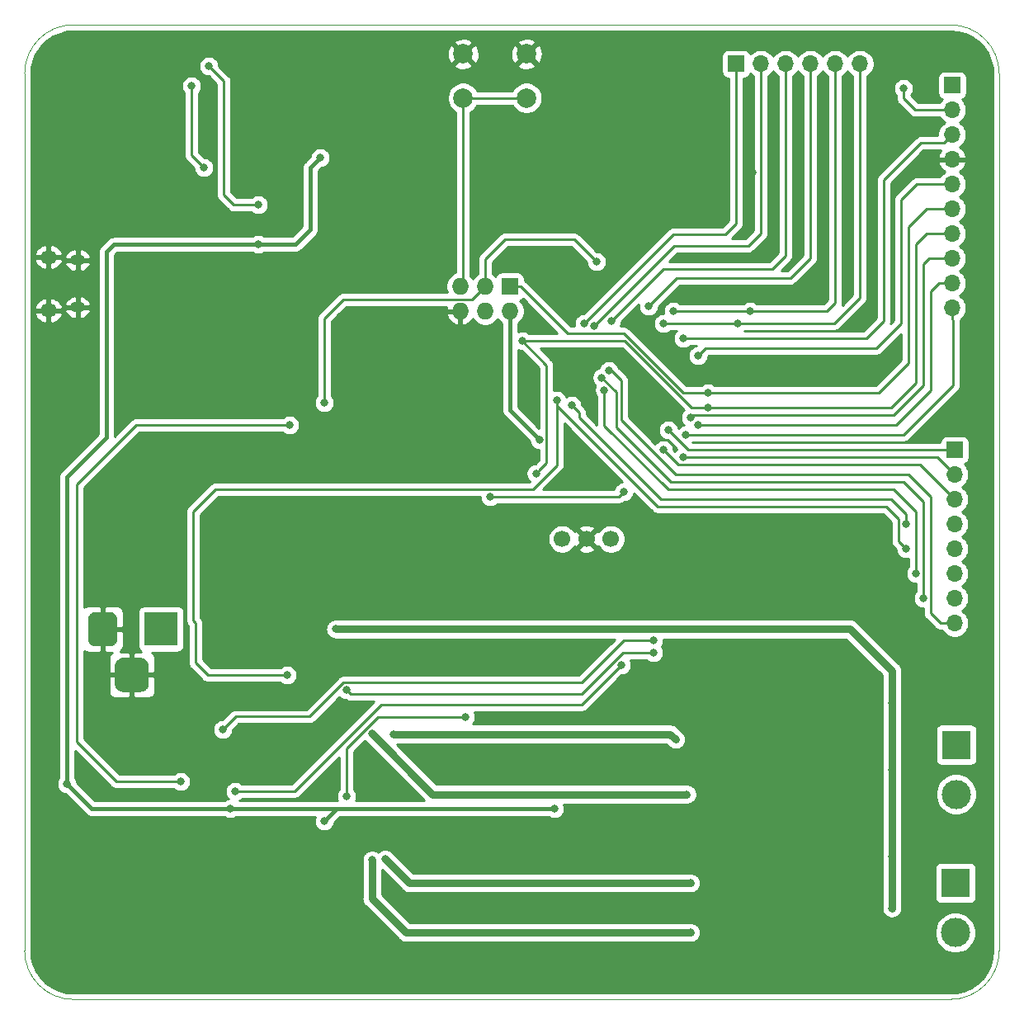
<source format=gbr>
G04 #@! TF.GenerationSoftware,KiCad,Pcbnew,5.1.5-52549c5~86~ubuntu19.10.1*
G04 #@! TF.CreationDate,2020-04-17T16:07:13+02:00*
G04 #@! TF.ProjectId,ArduinoDCC++,41726475-696e-46f4-9443-432b2b2e6b69,v.0.0.1*
G04 #@! TF.SameCoordinates,Original*
G04 #@! TF.FileFunction,Copper,L2,Bot*
G04 #@! TF.FilePolarity,Positive*
%FSLAX46Y46*%
G04 Gerber Fmt 4.6, Leading zero omitted, Abs format (unit mm)*
G04 Created by KiCad (PCBNEW 5.1.5-52549c5~86~ubuntu19.10.1) date 2020-04-17 16:07:13*
%MOMM*%
%LPD*%
G04 APERTURE LIST*
%ADD10C,0.050000*%
%ADD11C,1.700000*%
%ADD12O,1.700000X1.350000*%
%ADD13O,1.500000X1.100000*%
%ADD14C,0.100000*%
%ADD15R,3.500000X3.500000*%
%ADD16C,3.000000*%
%ADD17R,3.000000X3.000000*%
%ADD18O,1.700000X1.700000*%
%ADD19R,1.700000X1.700000*%
%ADD20C,2.000000*%
%ADD21O,1.727200X1.727200*%
%ADD22R,1.727200X1.727200*%
%ADD23C,0.800000*%
%ADD24C,0.400000*%
%ADD25C,0.250000*%
%ADD26C,0.800000*%
%ADD27C,0.254000*%
G04 APERTURE END LIST*
D10*
X55000000Y-150000000D02*
X145000000Y-150000000D01*
X50000000Y-55000000D02*
X50000000Y-145000000D01*
X145000000Y-50000000D02*
X55000000Y-50000000D01*
X150000000Y-145000000D02*
X150000000Y-55000000D01*
X150000000Y-145000000D02*
G75*
G02X145000000Y-150000000I-5000000J0D01*
G01*
X145000000Y-50000000D02*
G75*
G02X150000000Y-55000000I0J-5000000D01*
G01*
X50000000Y-55000000D02*
G75*
G02X55000000Y-50000000I5000000J0D01*
G01*
X55000000Y-150000000D02*
G75*
G02X50000000Y-145000000I0J5000000D01*
G01*
D11*
X105158000Y-102756000D03*
X107658000Y-102756000D03*
X110158000Y-102756000D03*
D12*
X52441000Y-79299000D03*
X52441000Y-73839000D03*
D13*
X55441000Y-78989000D03*
X55441000Y-74149000D03*
G04 #@! TA.AperFunction,ComponentPad*
D14*
G36*
X61960765Y-114954213D02*
G01*
X62045704Y-114966813D01*
X62128999Y-114987677D01*
X62209848Y-115016605D01*
X62287472Y-115053319D01*
X62361124Y-115097464D01*
X62430094Y-115148616D01*
X62493718Y-115206282D01*
X62551384Y-115269906D01*
X62602536Y-115338876D01*
X62646681Y-115412528D01*
X62683395Y-115490152D01*
X62712323Y-115571001D01*
X62733187Y-115654296D01*
X62745787Y-115739235D01*
X62750000Y-115825000D01*
X62750000Y-117575000D01*
X62745787Y-117660765D01*
X62733187Y-117745704D01*
X62712323Y-117828999D01*
X62683395Y-117909848D01*
X62646681Y-117987472D01*
X62602536Y-118061124D01*
X62551384Y-118130094D01*
X62493718Y-118193718D01*
X62430094Y-118251384D01*
X62361124Y-118302536D01*
X62287472Y-118346681D01*
X62209848Y-118383395D01*
X62128999Y-118412323D01*
X62045704Y-118433187D01*
X61960765Y-118445787D01*
X61875000Y-118450000D01*
X60125000Y-118450000D01*
X60039235Y-118445787D01*
X59954296Y-118433187D01*
X59871001Y-118412323D01*
X59790152Y-118383395D01*
X59712528Y-118346681D01*
X59638876Y-118302536D01*
X59569906Y-118251384D01*
X59506282Y-118193718D01*
X59448616Y-118130094D01*
X59397464Y-118061124D01*
X59353319Y-117987472D01*
X59316605Y-117909848D01*
X59287677Y-117828999D01*
X59266813Y-117745704D01*
X59254213Y-117660765D01*
X59250000Y-117575000D01*
X59250000Y-115825000D01*
X59254213Y-115739235D01*
X59266813Y-115654296D01*
X59287677Y-115571001D01*
X59316605Y-115490152D01*
X59353319Y-115412528D01*
X59397464Y-115338876D01*
X59448616Y-115269906D01*
X59506282Y-115206282D01*
X59569906Y-115148616D01*
X59638876Y-115097464D01*
X59712528Y-115053319D01*
X59790152Y-115016605D01*
X59871001Y-114987677D01*
X59954296Y-114966813D01*
X60039235Y-114954213D01*
X60125000Y-114950000D01*
X61875000Y-114950000D01*
X61960765Y-114954213D01*
G37*
G04 #@! TD.AperFunction*
G04 #@! TA.AperFunction,ComponentPad*
G36*
X58823513Y-110253611D02*
G01*
X58896318Y-110264411D01*
X58967714Y-110282295D01*
X59037013Y-110307090D01*
X59103548Y-110338559D01*
X59166678Y-110376398D01*
X59225795Y-110420242D01*
X59280330Y-110469670D01*
X59329758Y-110524205D01*
X59373602Y-110583322D01*
X59411441Y-110646452D01*
X59442910Y-110712987D01*
X59467705Y-110782286D01*
X59485589Y-110853682D01*
X59496389Y-110926487D01*
X59500000Y-111000000D01*
X59500000Y-113000000D01*
X59496389Y-113073513D01*
X59485589Y-113146318D01*
X59467705Y-113217714D01*
X59442910Y-113287013D01*
X59411441Y-113353548D01*
X59373602Y-113416678D01*
X59329758Y-113475795D01*
X59280330Y-113530330D01*
X59225795Y-113579758D01*
X59166678Y-113623602D01*
X59103548Y-113661441D01*
X59037013Y-113692910D01*
X58967714Y-113717705D01*
X58896318Y-113735589D01*
X58823513Y-113746389D01*
X58750000Y-113750000D01*
X57250000Y-113750000D01*
X57176487Y-113746389D01*
X57103682Y-113735589D01*
X57032286Y-113717705D01*
X56962987Y-113692910D01*
X56896452Y-113661441D01*
X56833322Y-113623602D01*
X56774205Y-113579758D01*
X56719670Y-113530330D01*
X56670242Y-113475795D01*
X56626398Y-113416678D01*
X56588559Y-113353548D01*
X56557090Y-113287013D01*
X56532295Y-113217714D01*
X56514411Y-113146318D01*
X56503611Y-113073513D01*
X56500000Y-113000000D01*
X56500000Y-111000000D01*
X56503611Y-110926487D01*
X56514411Y-110853682D01*
X56532295Y-110782286D01*
X56557090Y-110712987D01*
X56588559Y-110646452D01*
X56626398Y-110583322D01*
X56670242Y-110524205D01*
X56719670Y-110469670D01*
X56774205Y-110420242D01*
X56833322Y-110376398D01*
X56896452Y-110338559D01*
X56962987Y-110307090D01*
X57032286Y-110282295D01*
X57103682Y-110264411D01*
X57176487Y-110253611D01*
X57250000Y-110250000D01*
X58750000Y-110250000D01*
X58823513Y-110253611D01*
G37*
G04 #@! TD.AperFunction*
D15*
X64000000Y-112000000D03*
D16*
X145504000Y-143142000D03*
D17*
X145504000Y-138062000D03*
D16*
X145588000Y-128950000D03*
D17*
X145588000Y-123870000D03*
D18*
X135700000Y-54000000D03*
X133160000Y-54000000D03*
X130620000Y-54000000D03*
X128080000Y-54000000D03*
X125540000Y-54000000D03*
D19*
X123000000Y-54000000D03*
D20*
X101500000Y-53000000D03*
X101500000Y-57500000D03*
X95000000Y-53000000D03*
X95000000Y-57500000D03*
D21*
X94704000Y-79388000D03*
X94704000Y-76848000D03*
X97244000Y-79388000D03*
X97244000Y-76848000D03*
X99784000Y-79388000D03*
D22*
X99784000Y-76848000D03*
D18*
X145428000Y-111392000D03*
X145428000Y-108852000D03*
X145428000Y-106312000D03*
X145428000Y-103772000D03*
X145428000Y-101232000D03*
X145428000Y-98692000D03*
X145428000Y-96152000D03*
D19*
X145428000Y-93612000D03*
D18*
X145174000Y-79054000D03*
X145174000Y-76514000D03*
X145174000Y-73974000D03*
X145174000Y-71434000D03*
X145174000Y-68894000D03*
X145174000Y-66354000D03*
X145174000Y-63814000D03*
X145174000Y-61274000D03*
X145174000Y-58734000D03*
D19*
X145174000Y-56194000D03*
D23*
X80342000Y-63646000D03*
X73955000Y-72536000D03*
X102832000Y-92596000D03*
X104356000Y-130442000D03*
X80734000Y-131712000D03*
X71082000Y-130442000D03*
X54318000Y-127902000D03*
X64224000Y-67196000D03*
X89878000Y-71768000D03*
X99530000Y-68720000D03*
X84290000Y-68720000D03*
X129248000Y-86246000D03*
X130772000Y-77102000D03*
X129248000Y-71260000D03*
X126200000Y-73038000D03*
X124676000Y-65164000D03*
X86068000Y-126886000D03*
X81242000Y-127902000D03*
X72860000Y-133998000D03*
X112992000Y-85230000D03*
X112992000Y-88532000D03*
X101816000Y-88024000D03*
X103086000Y-80912000D03*
X108928000Y-95136000D03*
X134328000Y-66942000D03*
X122390000Y-103772000D03*
X122390000Y-106820000D03*
X120104000Y-105296000D03*
X68912000Y-54248000D03*
X73992000Y-68472000D03*
X67134000Y-56280000D03*
X68404000Y-64662000D03*
X117818000Y-92088000D03*
X111214000Y-115710000D03*
X71590000Y-128664000D03*
X119088000Y-91072000D03*
X114516000Y-113170000D03*
X70320000Y-122314000D03*
X118326000Y-90310000D03*
X120104000Y-89294000D03*
X101054000Y-82436000D03*
X95212000Y-121044000D03*
X83020000Y-129172000D03*
X102464835Y-96048154D03*
X120104000Y-87770000D03*
X119088000Y-83960000D03*
X108674000Y-74308000D03*
X80734000Y-88786000D03*
X117564000Y-82182000D03*
X110198000Y-80404000D03*
X107404000Y-80658000D03*
X114008000Y-78880000D03*
X109944000Y-85483998D03*
X109219000Y-86191870D03*
X142202000Y-108852000D03*
X109476912Y-87475088D03*
X141440000Y-106312000D03*
X140424000Y-103772000D03*
X104610000Y-88532000D03*
X76924000Y-116726000D03*
X140424000Y-101232000D03*
X106134000Y-89040000D03*
X115532000Y-93612000D03*
X97752000Y-98438000D03*
X111468000Y-97930000D03*
X117564000Y-94374000D03*
X116040000Y-91580000D03*
X108420000Y-80912000D03*
X140170000Y-56528000D03*
X138984000Y-119552000D03*
X81904000Y-112000000D03*
X138984000Y-140634000D03*
X138984000Y-135300000D03*
X138984000Y-126410000D03*
X85635000Y-122747000D03*
X117954500Y-128950000D03*
X87886500Y-122781500D03*
X116801992Y-123330000D03*
X118326000Y-138062000D03*
X87005500Y-135600500D03*
X118326000Y-143142000D03*
X85635000Y-135701000D03*
X115532000Y-80658000D03*
X123152000Y-80658000D03*
X116548000Y-79388000D03*
X124422000Y-79388000D03*
X114516000Y-114440000D03*
X83020000Y-118250000D03*
X66002000Y-127648000D03*
X77178000Y-91072000D03*
D24*
X79326000Y-64662000D02*
X79326000Y-71012000D01*
X80342000Y-63646000D02*
X79326000Y-64662000D01*
X79326000Y-71012000D02*
X77802000Y-72536000D01*
X77802000Y-72536000D02*
X73955000Y-72536000D01*
X99784000Y-79388000D02*
X99784000Y-89548000D01*
X99784000Y-89548000D02*
X102832000Y-92596000D01*
X80734000Y-131712000D02*
X82004000Y-130442000D01*
X82004000Y-130442000D02*
X104356000Y-130442000D01*
X56858000Y-130442000D02*
X54318000Y-127902000D01*
X82004000Y-130442000D02*
X71082000Y-130442000D01*
X71082000Y-130442000D02*
X56858000Y-130442000D01*
X54318000Y-127902000D02*
X54318000Y-127902000D01*
X58382000Y-92342000D02*
X54318000Y-96406000D01*
X58382000Y-73292000D02*
X58382000Y-92342000D01*
X54318000Y-96406000D02*
X54318000Y-127902000D01*
X73955000Y-72536000D02*
X59138000Y-72536000D01*
X59138000Y-72536000D02*
X58382000Y-73292000D01*
D25*
X101500000Y-57500000D02*
X95000000Y-57500000D01*
X95000000Y-76552000D02*
X94704000Y-76848000D01*
X95000000Y-57500000D02*
X95000000Y-76552000D01*
X68912000Y-54248000D02*
X70436000Y-55772000D01*
X70436000Y-55772000D02*
X70436000Y-67456000D01*
X70436000Y-67456000D02*
X71452000Y-68472000D01*
X71452000Y-68472000D02*
X73992000Y-68472000D01*
X67134000Y-56280000D02*
X67134000Y-63392000D01*
X67134000Y-63392000D02*
X68404000Y-64662000D01*
X145174000Y-80256081D02*
X145250000Y-80332081D01*
X145174000Y-79054000D02*
X145174000Y-80256081D01*
X145250000Y-80332081D02*
X145250000Y-87008000D01*
X145250000Y-87008000D02*
X140170000Y-92088000D01*
X140170000Y-92088000D02*
X117818000Y-92088000D01*
X86576000Y-119774000D02*
X77686000Y-128664000D01*
X77686000Y-128664000D02*
X71590000Y-128664000D01*
X111214000Y-115710000D02*
X107150000Y-119774000D01*
X107150000Y-119774000D02*
X86576000Y-119774000D01*
X143806000Y-76514000D02*
X145174000Y-76514000D01*
X142964000Y-77356000D02*
X143806000Y-76514000D01*
X142964000Y-87516000D02*
X142964000Y-77356000D01*
X119088000Y-91072000D02*
X139408000Y-91072000D01*
X139408000Y-91072000D02*
X142964000Y-87516000D01*
X114516000Y-113170000D02*
X111468000Y-113170000D01*
X111468000Y-113170000D02*
X107150000Y-117488000D01*
X82708998Y-117488000D02*
X79210000Y-120986998D01*
X107150000Y-117488000D02*
X82708998Y-117488000D01*
X79210000Y-120986998D02*
X71647002Y-120986998D01*
X71647002Y-120986998D02*
X70320000Y-122314000D01*
X118580000Y-90056000D02*
X118326000Y-90310000D01*
X139154000Y-90056000D02*
X118580000Y-90056000D01*
X142202000Y-74562000D02*
X142202000Y-87008000D01*
X142202000Y-87008000D02*
X139154000Y-90056000D01*
X142790000Y-73974000D02*
X142202000Y-74562000D01*
X145174000Y-73974000D02*
X142790000Y-73974000D01*
X141440000Y-72530000D02*
X142536000Y-71434000D01*
X141440000Y-86754000D02*
X141440000Y-72530000D01*
X142536000Y-71434000D02*
X145174000Y-71434000D01*
X120104000Y-89294000D02*
X138900000Y-89294000D01*
X138900000Y-89294000D02*
X141440000Y-86754000D01*
X118451590Y-89294000D02*
X120104000Y-89294000D01*
X111593590Y-82436000D02*
X118451590Y-89294000D01*
X101054000Y-82436000D02*
X111593590Y-82436000D01*
X83020000Y-124265972D02*
X83020000Y-129172000D01*
X95212000Y-121044000D02*
X86241972Y-121044000D01*
X86241972Y-121044000D02*
X83020000Y-124265972D01*
X103557001Y-84939001D02*
X103557001Y-94955988D01*
X103557001Y-94955988D02*
X102864834Y-95648155D01*
X102864834Y-95648155D02*
X102464835Y-96048154D01*
X101054000Y-82436000D02*
X103557001Y-84939001D01*
X137630000Y-87770000D02*
X120104000Y-87770000D01*
X140678000Y-84722000D02*
X137630000Y-87770000D01*
X140678000Y-70752000D02*
X140678000Y-84722000D01*
X145174000Y-68894000D02*
X142536000Y-68894000D01*
X142536000Y-68894000D02*
X140678000Y-70752000D01*
X100897600Y-76848000D02*
X105723600Y-81674000D01*
X99784000Y-76848000D02*
X100897600Y-76848000D01*
X105723600Y-81674000D02*
X111468000Y-81674000D01*
X117564000Y-87770000D02*
X120104000Y-87770000D01*
X111468000Y-81674000D02*
X117564000Y-87770000D01*
X141520000Y-66354000D02*
X145174000Y-66354000D01*
X119850000Y-83198000D02*
X137376000Y-83198000D01*
X119088000Y-83960000D02*
X119850000Y-83198000D01*
X139916000Y-67958000D02*
X141520000Y-66354000D01*
X137376000Y-83198000D02*
X139916000Y-80658000D01*
X139916000Y-80658000D02*
X139916000Y-67958000D01*
X97244000Y-76848000D02*
X97244000Y-74054000D01*
X106388000Y-72022000D02*
X108674000Y-74308000D01*
X99276000Y-72022000D02*
X106388000Y-72022000D01*
X97244000Y-74054000D02*
X99276000Y-72022000D01*
X97244000Y-76848000D02*
X95892601Y-78199399D01*
X95892601Y-78199399D02*
X82684601Y-78199399D01*
X82684601Y-78199399D02*
X80734000Y-80150000D01*
X80734000Y-80150000D02*
X80734000Y-88786000D01*
X144324001Y-62123999D02*
X141940001Y-62123999D01*
X145174000Y-61274000D02*
X144324001Y-62123999D01*
X141940001Y-62123999D02*
X138138000Y-65926000D01*
X138138000Y-65926000D02*
X138138000Y-80404000D01*
X138138000Y-80404000D02*
X136360000Y-82182000D01*
X136360000Y-82182000D02*
X117564000Y-82182000D01*
X110198000Y-80404000D02*
X115532000Y-75070000D01*
X115532000Y-75070000D02*
X126708000Y-75070000D01*
X128080000Y-73698000D02*
X128080000Y-54000000D01*
X126708000Y-75070000D02*
X128080000Y-73698000D01*
X107404000Y-80658000D02*
X116548000Y-71514000D01*
X116548000Y-71514000D02*
X121882000Y-71514000D01*
X123000000Y-70396000D02*
X123000000Y-54000000D01*
X121882000Y-71514000D02*
X123000000Y-70396000D01*
X116904000Y-75984000D02*
X114008000Y-78880000D01*
X130620000Y-54000000D02*
X130620000Y-73952000D01*
X128588000Y-75984000D02*
X116904000Y-75984000D01*
X130620000Y-73952000D02*
X128588000Y-75984000D01*
X110197998Y-85483998D02*
X109944000Y-85483998D01*
X116802000Y-96152000D02*
X111214000Y-90564000D01*
X145428000Y-111392000D02*
X143980000Y-111392000D01*
X111214000Y-86500000D02*
X110197998Y-85483998D01*
X111214000Y-90564000D02*
X111214000Y-86500000D01*
X142964000Y-110376000D02*
X142964000Y-98438000D01*
X143980000Y-111392000D02*
X142964000Y-110376000D01*
X142964000Y-98438000D02*
X140678000Y-96152000D01*
X140678000Y-96152000D02*
X116802000Y-96152000D01*
X142202000Y-98946000D02*
X142202000Y-108852000D01*
X109219000Y-86191870D02*
X110706000Y-87678870D01*
X110706000Y-91326000D02*
X116294000Y-96914000D01*
X110706000Y-87678870D02*
X110706000Y-91326000D01*
X140170000Y-96914000D02*
X142202000Y-98946000D01*
X116294000Y-96914000D02*
X140170000Y-96914000D01*
X109476912Y-87475088D02*
X109476912Y-91112912D01*
X109476912Y-91112912D02*
X116040000Y-97676000D01*
X116040000Y-97676000D02*
X139154000Y-97676000D01*
X139154000Y-97676000D02*
X141440000Y-99962000D01*
X141440000Y-99962000D02*
X141440000Y-106312000D01*
X140424000Y-103772000D02*
X139662000Y-103010000D01*
X139662000Y-103010000D02*
X139662000Y-100724000D01*
X114966998Y-99454000D02*
X105568998Y-90056000D01*
X139662000Y-100724000D02*
X138392000Y-99454000D01*
X138392000Y-99454000D02*
X114966998Y-99454000D01*
X105568998Y-90056000D02*
X104610000Y-89097002D01*
X104610000Y-89097002D02*
X104610000Y-88532000D01*
X67526000Y-111350998D02*
X67526000Y-115456000D01*
X67272000Y-111096998D02*
X67526000Y-111350998D01*
X104610000Y-95193002D02*
X102127002Y-97676000D01*
X68796000Y-116726000D02*
X76924000Y-116726000D01*
X67526000Y-115456000D02*
X68796000Y-116726000D01*
X104610000Y-88532000D02*
X104610000Y-95193002D01*
X102127002Y-97676000D02*
X69558000Y-97676000D01*
X69558000Y-97676000D02*
X67272000Y-99962000D01*
X67272000Y-99962000D02*
X67272000Y-111096998D01*
X106896000Y-89802000D02*
X106134000Y-89040000D01*
X140424000Y-100216000D02*
X138900000Y-98692000D01*
X140424000Y-101232000D02*
X140424000Y-100216000D01*
X138900000Y-98692000D02*
X115278000Y-98692000D01*
X106896000Y-90310000D02*
X106896000Y-89802000D01*
X115278000Y-98692000D02*
X106896000Y-90310000D01*
X145428000Y-98692000D02*
X141872000Y-95136000D01*
X117056000Y-95136000D02*
X115532000Y-93612000D01*
X141872000Y-95136000D02*
X140424000Y-95136000D01*
X140424000Y-95136000D02*
X117056000Y-95136000D01*
X97752000Y-98438000D02*
X110960000Y-98438000D01*
X110960000Y-98438000D02*
X111468000Y-97930000D01*
X117564000Y-94374000D02*
X119088000Y-94374000D01*
X119088000Y-94374000D02*
X119088000Y-94337000D01*
X143650000Y-94374000D02*
X145428000Y-96152000D01*
X117564000Y-94374000D02*
X143650000Y-94374000D01*
X145428000Y-93612000D02*
X118072000Y-93612000D01*
X118072000Y-93612000D02*
X116040000Y-91580000D01*
X116650000Y-72682000D02*
X108420000Y-80912000D01*
X124270000Y-72682000D02*
X116650000Y-72682000D01*
X125540000Y-54000000D02*
X125540000Y-71412000D01*
X125540000Y-71412000D02*
X124270000Y-72682000D01*
X140170000Y-56528000D02*
X140170000Y-57544000D01*
X141360000Y-58734000D02*
X145174000Y-58734000D01*
X140170000Y-57544000D02*
X141360000Y-58734000D01*
D26*
X138984000Y-119552000D02*
X138984000Y-126410000D01*
X138984000Y-116302000D02*
X138984000Y-119552000D01*
X134682000Y-112000000D02*
X138984000Y-116302000D01*
X81904000Y-112000000D02*
X134682000Y-112000000D01*
X138984000Y-135300000D02*
X138984000Y-140634000D01*
X138984000Y-126410000D02*
X138984000Y-135300000D01*
X85635000Y-122747000D02*
X91838000Y-128950000D01*
X91838000Y-128950000D02*
X117954500Y-128950000D01*
X87886500Y-122781500D02*
X116253492Y-122781500D01*
X116253492Y-122781500D02*
X116801992Y-123330000D01*
X89467000Y-138062000D02*
X118326000Y-138062000D01*
X87005500Y-135600500D02*
X89467000Y-138062000D01*
X85635000Y-139661000D02*
X85635000Y-135701000D01*
X89116000Y-143142000D02*
X85635000Y-139661000D01*
X118326000Y-143142000D02*
X89116000Y-143142000D01*
D25*
X135700000Y-54000000D02*
X135700000Y-78016000D01*
X135700000Y-78016000D02*
X133058000Y-80658000D01*
X133058000Y-80658000D02*
X123152000Y-80658000D01*
X123152000Y-80658000D02*
X115532000Y-80658000D01*
X133160000Y-78524000D02*
X133160000Y-54000000D01*
X132296000Y-79388000D02*
X133160000Y-78524000D01*
X116548000Y-79388000D02*
X124422000Y-79388000D01*
X124422000Y-79388000D02*
X132296000Y-79388000D01*
X111410998Y-114440000D02*
X107150000Y-118700998D01*
X114516000Y-114440000D02*
X111410998Y-114440000D01*
X107150000Y-118700998D02*
X83470998Y-118700998D01*
X83470998Y-118700998D02*
X83020000Y-118250000D01*
X55334000Y-123584000D02*
X59398000Y-127648000D01*
X55334000Y-97168000D02*
X55334000Y-123584000D01*
X59398000Y-127648000D02*
X66002000Y-127648000D01*
X61430000Y-91072000D02*
X59906000Y-92596000D01*
X77178000Y-91072000D02*
X61430000Y-91072000D01*
X60160000Y-92342000D02*
X59906000Y-92596000D01*
X59906000Y-92596000D02*
X55334000Y-97168000D01*
D27*
G36*
X145768083Y-50731173D02*
G01*
X146511891Y-50934656D01*
X147207905Y-51266638D01*
X147834130Y-51716626D01*
X148370777Y-52270403D01*
X148800871Y-52910451D01*
X149110829Y-53616553D01*
X149292065Y-54371457D01*
X149340001Y-55024220D01*
X149340000Y-144970608D01*
X149268827Y-145768083D01*
X149065344Y-146511890D01*
X148733363Y-147207904D01*
X148283374Y-147834130D01*
X147729597Y-148370777D01*
X147089549Y-148800871D01*
X146383447Y-149110829D01*
X145628543Y-149292065D01*
X144975793Y-149340000D01*
X55029392Y-149340000D01*
X54231917Y-149268827D01*
X53488110Y-149065344D01*
X52792096Y-148733363D01*
X52165870Y-148283374D01*
X51629223Y-147729597D01*
X51199129Y-147089549D01*
X50889171Y-146383447D01*
X50707935Y-145628543D01*
X50660000Y-144975793D01*
X50660000Y-139661000D01*
X84594994Y-139661000D01*
X84600000Y-139711828D01*
X84600000Y-139711837D01*
X84614976Y-139863894D01*
X84674159Y-140058992D01*
X84770266Y-140238797D01*
X84899604Y-140396396D01*
X84939097Y-140428807D01*
X88348197Y-143837908D01*
X88380604Y-143877396D01*
X88420092Y-143909803D01*
X88538202Y-144006734D01*
X88634309Y-144058104D01*
X88718007Y-144102841D01*
X88913105Y-144162024D01*
X89065162Y-144177000D01*
X89065171Y-144177000D01*
X89115999Y-144182006D01*
X89166827Y-144177000D01*
X118427939Y-144177000D01*
X118478057Y-144167031D01*
X118528895Y-144162024D01*
X118577777Y-144147196D01*
X118627898Y-144137226D01*
X118675113Y-144117669D01*
X118723993Y-144102841D01*
X118769042Y-144078762D01*
X118816256Y-144059205D01*
X118858746Y-144030814D01*
X118903797Y-144006734D01*
X118943284Y-143974328D01*
X118985774Y-143945937D01*
X119021908Y-143909803D01*
X119061396Y-143877396D01*
X119093803Y-143837908D01*
X119129937Y-143801774D01*
X119158328Y-143759284D01*
X119190734Y-143719797D01*
X119214814Y-143674746D01*
X119243205Y-143632256D01*
X119262762Y-143585042D01*
X119286841Y-143539993D01*
X119301669Y-143491113D01*
X119321226Y-143443898D01*
X119331196Y-143393777D01*
X119346024Y-143344895D01*
X119351031Y-143294057D01*
X119361000Y-143243939D01*
X119361000Y-143192838D01*
X119366007Y-143142000D01*
X119361000Y-143091162D01*
X119361000Y-143040061D01*
X119351031Y-142989943D01*
X119346024Y-142939105D01*
X119343785Y-142931721D01*
X143369000Y-142931721D01*
X143369000Y-143352279D01*
X143451047Y-143764756D01*
X143611988Y-144153302D01*
X143845637Y-144502983D01*
X144143017Y-144800363D01*
X144492698Y-145034012D01*
X144881244Y-145194953D01*
X145293721Y-145277000D01*
X145714279Y-145277000D01*
X146126756Y-145194953D01*
X146515302Y-145034012D01*
X146864983Y-144800363D01*
X147162363Y-144502983D01*
X147396012Y-144153302D01*
X147556953Y-143764756D01*
X147639000Y-143352279D01*
X147639000Y-142931721D01*
X147556953Y-142519244D01*
X147396012Y-142130698D01*
X147162363Y-141781017D01*
X146864983Y-141483637D01*
X146515302Y-141249988D01*
X146126756Y-141089047D01*
X145714279Y-141007000D01*
X145293721Y-141007000D01*
X144881244Y-141089047D01*
X144492698Y-141249988D01*
X144143017Y-141483637D01*
X143845637Y-141781017D01*
X143611988Y-142130698D01*
X143451047Y-142519244D01*
X143369000Y-142931721D01*
X119343785Y-142931721D01*
X119331196Y-142890223D01*
X119321226Y-142840102D01*
X119301669Y-142792887D01*
X119286841Y-142744007D01*
X119262762Y-142698958D01*
X119243205Y-142651744D01*
X119214814Y-142609254D01*
X119190734Y-142564203D01*
X119158328Y-142524716D01*
X119129937Y-142482226D01*
X119093803Y-142446092D01*
X119061396Y-142406604D01*
X119021908Y-142374197D01*
X118985774Y-142338063D01*
X118943284Y-142309672D01*
X118903797Y-142277266D01*
X118858746Y-142253186D01*
X118816256Y-142224795D01*
X118769042Y-142205238D01*
X118723993Y-142181159D01*
X118675113Y-142166331D01*
X118627898Y-142146774D01*
X118577777Y-142136804D01*
X118528895Y-142121976D01*
X118478057Y-142116969D01*
X118427939Y-142107000D01*
X89544711Y-142107000D01*
X86670000Y-139232290D01*
X86670000Y-136728710D01*
X88699197Y-138757908D01*
X88731604Y-138797396D01*
X88771092Y-138829803D01*
X88889202Y-138926734D01*
X88985309Y-138978104D01*
X89069007Y-139022841D01*
X89264105Y-139082024D01*
X89416162Y-139097000D01*
X89416165Y-139097000D01*
X89467000Y-139102007D01*
X89517835Y-139097000D01*
X118427939Y-139097000D01*
X118478057Y-139087031D01*
X118528895Y-139082024D01*
X118577777Y-139067196D01*
X118627898Y-139057226D01*
X118675113Y-139037669D01*
X118723993Y-139022841D01*
X118769042Y-138998762D01*
X118816256Y-138979205D01*
X118858746Y-138950814D01*
X118903797Y-138926734D01*
X118943284Y-138894328D01*
X118985774Y-138865937D01*
X119021908Y-138829803D01*
X119061396Y-138797396D01*
X119093803Y-138757908D01*
X119129937Y-138721774D01*
X119158328Y-138679284D01*
X119190734Y-138639797D01*
X119214814Y-138594746D01*
X119243205Y-138552256D01*
X119262762Y-138505042D01*
X119286841Y-138459993D01*
X119301669Y-138411113D01*
X119321226Y-138363898D01*
X119331196Y-138313777D01*
X119346024Y-138264895D01*
X119351031Y-138214057D01*
X119361000Y-138163939D01*
X119361000Y-138112838D01*
X119366007Y-138062000D01*
X119361000Y-138011162D01*
X119361000Y-137960061D01*
X119351031Y-137909943D01*
X119346024Y-137859105D01*
X119331196Y-137810223D01*
X119321226Y-137760102D01*
X119301669Y-137712887D01*
X119286841Y-137664007D01*
X119262762Y-137618958D01*
X119243205Y-137571744D01*
X119214814Y-137529254D01*
X119190734Y-137484203D01*
X119158328Y-137444716D01*
X119129937Y-137402226D01*
X119093803Y-137366092D01*
X119061396Y-137326604D01*
X119021908Y-137294197D01*
X118985774Y-137258063D01*
X118943284Y-137229672D01*
X118903797Y-137197266D01*
X118858746Y-137173186D01*
X118816256Y-137144795D01*
X118769042Y-137125238D01*
X118723993Y-137101159D01*
X118675113Y-137086331D01*
X118627898Y-137066774D01*
X118577777Y-137056804D01*
X118528895Y-137041976D01*
X118478057Y-137036969D01*
X118427939Y-137027000D01*
X89895711Y-137027000D01*
X87809439Y-134940729D01*
X87809437Y-134940726D01*
X87665274Y-134796563D01*
X87622783Y-134768171D01*
X87583297Y-134735766D01*
X87538248Y-134711687D01*
X87495756Y-134683295D01*
X87448536Y-134663736D01*
X87403493Y-134639660D01*
X87354622Y-134624835D01*
X87307398Y-134605274D01*
X87257268Y-134595303D01*
X87208395Y-134580477D01*
X87157567Y-134575471D01*
X87107439Y-134565500D01*
X87056328Y-134565500D01*
X87005500Y-134560494D01*
X86954672Y-134565500D01*
X86903561Y-134565500D01*
X86853433Y-134575471D01*
X86802605Y-134580477D01*
X86753732Y-134595303D01*
X86703602Y-134605274D01*
X86656378Y-134624835D01*
X86607507Y-134639660D01*
X86562464Y-134663736D01*
X86515244Y-134683295D01*
X86472752Y-134711687D01*
X86427703Y-134735766D01*
X86388216Y-134768172D01*
X86345726Y-134796563D01*
X86309592Y-134832697D01*
X86270104Y-134865104D01*
X86261902Y-134875099D01*
X86252284Y-134868672D01*
X86212797Y-134836266D01*
X86167746Y-134812186D01*
X86125256Y-134783795D01*
X86078042Y-134764238D01*
X86032993Y-134740159D01*
X85984113Y-134725331D01*
X85936898Y-134705774D01*
X85886777Y-134695804D01*
X85837895Y-134680976D01*
X85787057Y-134675969D01*
X85736939Y-134666000D01*
X85685838Y-134666000D01*
X85635000Y-134660993D01*
X85584162Y-134666000D01*
X85533061Y-134666000D01*
X85482942Y-134675969D01*
X85432106Y-134680976D01*
X85383226Y-134695804D01*
X85333102Y-134705774D01*
X85285884Y-134725332D01*
X85237008Y-134740159D01*
X85191962Y-134764237D01*
X85144744Y-134783795D01*
X85102250Y-134812188D01*
X85057204Y-134836266D01*
X85017721Y-134868669D01*
X84975226Y-134897063D01*
X84939087Y-134933202D01*
X84899605Y-134965604D01*
X84867203Y-135005086D01*
X84831063Y-135041226D01*
X84802668Y-135083722D01*
X84770267Y-135123203D01*
X84746191Y-135168247D01*
X84717795Y-135210744D01*
X84698235Y-135257966D01*
X84674160Y-135303007D01*
X84659335Y-135351878D01*
X84639774Y-135399102D01*
X84629803Y-135449232D01*
X84614977Y-135498105D01*
X84609971Y-135548933D01*
X84600000Y-135599061D01*
X84600000Y-135802939D01*
X84600001Y-135802944D01*
X84600000Y-139610172D01*
X84594994Y-139661000D01*
X50660000Y-139661000D01*
X50660000Y-127800061D01*
X53283000Y-127800061D01*
X53283000Y-128003939D01*
X53322774Y-128203898D01*
X53400795Y-128392256D01*
X53514063Y-128561774D01*
X53658226Y-128705937D01*
X53827744Y-128819205D01*
X54016102Y-128897226D01*
X54161225Y-128926093D01*
X56238559Y-131003427D01*
X56264709Y-131035291D01*
X56391854Y-131139636D01*
X56536913Y-131217172D01*
X56694311Y-131264918D01*
X56816981Y-131277000D01*
X56816991Y-131277000D01*
X56857999Y-131281039D01*
X56899007Y-131277000D01*
X70468715Y-131277000D01*
X70591744Y-131359205D01*
X70780102Y-131437226D01*
X70980061Y-131477000D01*
X71183939Y-131477000D01*
X71383898Y-131437226D01*
X71572256Y-131359205D01*
X71695285Y-131277000D01*
X79793907Y-131277000D01*
X79738774Y-131410102D01*
X79699000Y-131610061D01*
X79699000Y-131813939D01*
X79738774Y-132013898D01*
X79816795Y-132202256D01*
X79930063Y-132371774D01*
X80074226Y-132515937D01*
X80243744Y-132629205D01*
X80432102Y-132707226D01*
X80632061Y-132747000D01*
X80835939Y-132747000D01*
X81035898Y-132707226D01*
X81224256Y-132629205D01*
X81393774Y-132515937D01*
X81537937Y-132371774D01*
X81651205Y-132202256D01*
X81729226Y-132013898D01*
X81758093Y-131868775D01*
X82349868Y-131277000D01*
X103742715Y-131277000D01*
X103865744Y-131359205D01*
X104054102Y-131437226D01*
X104254061Y-131477000D01*
X104457939Y-131477000D01*
X104657898Y-131437226D01*
X104846256Y-131359205D01*
X105015774Y-131245937D01*
X105159937Y-131101774D01*
X105273205Y-130932256D01*
X105351226Y-130743898D01*
X105391000Y-130543939D01*
X105391000Y-130340061D01*
X105351226Y-130140102D01*
X105286980Y-129985000D01*
X118056439Y-129985000D01*
X118106557Y-129975031D01*
X118157395Y-129970024D01*
X118206277Y-129955196D01*
X118256398Y-129945226D01*
X118303613Y-129925669D01*
X118352493Y-129910841D01*
X118397542Y-129886762D01*
X118444756Y-129867205D01*
X118487246Y-129838814D01*
X118532297Y-129814734D01*
X118571784Y-129782328D01*
X118614274Y-129753937D01*
X118650408Y-129717803D01*
X118689896Y-129685396D01*
X118722303Y-129645908D01*
X118758437Y-129609774D01*
X118786828Y-129567284D01*
X118819234Y-129527797D01*
X118843314Y-129482746D01*
X118871705Y-129440256D01*
X118891262Y-129393042D01*
X118915341Y-129347993D01*
X118930169Y-129299113D01*
X118949726Y-129251898D01*
X118959696Y-129201777D01*
X118974524Y-129152895D01*
X118979531Y-129102057D01*
X118989500Y-129051939D01*
X118989500Y-129000838D01*
X118994507Y-128950000D01*
X118989500Y-128899162D01*
X118989500Y-128848061D01*
X118979531Y-128797943D01*
X118974524Y-128747105D01*
X118959696Y-128698223D01*
X118949726Y-128648102D01*
X118930169Y-128600887D01*
X118915341Y-128552007D01*
X118891262Y-128506958D01*
X118871705Y-128459744D01*
X118843314Y-128417254D01*
X118819234Y-128372203D01*
X118786828Y-128332716D01*
X118758437Y-128290226D01*
X118722303Y-128254092D01*
X118689896Y-128214604D01*
X118650408Y-128182197D01*
X118614274Y-128146063D01*
X118571784Y-128117672D01*
X118532297Y-128085266D01*
X118487246Y-128061186D01*
X118444756Y-128032795D01*
X118397542Y-128013238D01*
X118352493Y-127989159D01*
X118303613Y-127974331D01*
X118256398Y-127954774D01*
X118206277Y-127944804D01*
X118157395Y-127929976D01*
X118106557Y-127924969D01*
X118056439Y-127915000D01*
X92266711Y-127915000D01*
X88168210Y-123816500D01*
X115824782Y-123816500D01*
X115998053Y-123989771D01*
X115998055Y-123989774D01*
X116142218Y-124133937D01*
X116184709Y-124162329D01*
X116224195Y-124194734D01*
X116269245Y-124218814D01*
X116311736Y-124247205D01*
X116358953Y-124266763D01*
X116403998Y-124290840D01*
X116452873Y-124305666D01*
X116500094Y-124325226D01*
X116550221Y-124335197D01*
X116599096Y-124350023D01*
X116649926Y-124355029D01*
X116700053Y-124365000D01*
X116751163Y-124365000D01*
X116801991Y-124370006D01*
X116852819Y-124365000D01*
X116903931Y-124365000D01*
X116954059Y-124355029D01*
X117004887Y-124350023D01*
X117053760Y-124335197D01*
X117103890Y-124325226D01*
X117151114Y-124305665D01*
X117199985Y-124290840D01*
X117245028Y-124266764D01*
X117292248Y-124247205D01*
X117334740Y-124218813D01*
X117379789Y-124194734D01*
X117419273Y-124162330D01*
X117461766Y-124133937D01*
X117497908Y-124097795D01*
X117537387Y-124065395D01*
X117569787Y-124025916D01*
X117605929Y-123989774D01*
X117634322Y-123947281D01*
X117666726Y-123907797D01*
X117690805Y-123862748D01*
X117719197Y-123820256D01*
X117738756Y-123773036D01*
X117762832Y-123727993D01*
X117777657Y-123679122D01*
X117797218Y-123631898D01*
X117807189Y-123581768D01*
X117822015Y-123532895D01*
X117827021Y-123482067D01*
X117836992Y-123431939D01*
X117836992Y-123380827D01*
X117841998Y-123329999D01*
X117836992Y-123279171D01*
X117836992Y-123228061D01*
X117827021Y-123177934D01*
X117822015Y-123127104D01*
X117807189Y-123078229D01*
X117797218Y-123028102D01*
X117777658Y-122980881D01*
X117762832Y-122932006D01*
X117738755Y-122886961D01*
X117719197Y-122839744D01*
X117690806Y-122797253D01*
X117666726Y-122752203D01*
X117634321Y-122712717D01*
X117605929Y-122670226D01*
X117461766Y-122526063D01*
X117461763Y-122526061D01*
X117021299Y-122085597D01*
X116988888Y-122046104D01*
X116831289Y-121916766D01*
X116651485Y-121820659D01*
X116456387Y-121761476D01*
X116304330Y-121746500D01*
X116304320Y-121746500D01*
X116253492Y-121741494D01*
X116202664Y-121746500D01*
X95973211Y-121746500D01*
X96015937Y-121703774D01*
X96129205Y-121534256D01*
X96207226Y-121345898D01*
X96247000Y-121145939D01*
X96247000Y-120942061D01*
X96207226Y-120742102D01*
X96129205Y-120553744D01*
X96116013Y-120534000D01*
X107112678Y-120534000D01*
X107150000Y-120537676D01*
X107187322Y-120534000D01*
X107187333Y-120534000D01*
X107298986Y-120523003D01*
X107442247Y-120479546D01*
X107574276Y-120408974D01*
X107690001Y-120314001D01*
X107713804Y-120284997D01*
X111253802Y-116745000D01*
X111315939Y-116745000D01*
X111515898Y-116705226D01*
X111704256Y-116627205D01*
X111873774Y-116513937D01*
X112017937Y-116369774D01*
X112131205Y-116200256D01*
X112209226Y-116011898D01*
X112249000Y-115811939D01*
X112249000Y-115608061D01*
X112209226Y-115408102D01*
X112131205Y-115219744D01*
X112118013Y-115200000D01*
X113812289Y-115200000D01*
X113856226Y-115243937D01*
X114025744Y-115357205D01*
X114214102Y-115435226D01*
X114414061Y-115475000D01*
X114617939Y-115475000D01*
X114817898Y-115435226D01*
X115006256Y-115357205D01*
X115175774Y-115243937D01*
X115319937Y-115099774D01*
X115433205Y-114930256D01*
X115511226Y-114741898D01*
X115551000Y-114541939D01*
X115551000Y-114338061D01*
X115511226Y-114138102D01*
X115433205Y-113949744D01*
X115336490Y-113805000D01*
X115433205Y-113660256D01*
X115511226Y-113471898D01*
X115551000Y-113271939D01*
X115551000Y-113068061D01*
X115544424Y-113035000D01*
X134253290Y-113035000D01*
X137949000Y-116730711D01*
X137949001Y-119450056D01*
X137949000Y-119450061D01*
X137949000Y-119501163D01*
X137949001Y-126308056D01*
X137949000Y-126308061D01*
X137949000Y-126359163D01*
X137949001Y-135198056D01*
X137949000Y-135198061D01*
X137949000Y-135249163D01*
X137949001Y-140532056D01*
X137949000Y-140532061D01*
X137949000Y-140735939D01*
X137958971Y-140786067D01*
X137963977Y-140836895D01*
X137978803Y-140885768D01*
X137988774Y-140935898D01*
X138008335Y-140983122D01*
X138023160Y-141031993D01*
X138047235Y-141077034D01*
X138066795Y-141124256D01*
X138095191Y-141166753D01*
X138119267Y-141211797D01*
X138151668Y-141251278D01*
X138180063Y-141293774D01*
X138216203Y-141329914D01*
X138248605Y-141369396D01*
X138288087Y-141401798D01*
X138324226Y-141437937D01*
X138366721Y-141466331D01*
X138406204Y-141498734D01*
X138451250Y-141522812D01*
X138493744Y-141551205D01*
X138540962Y-141570763D01*
X138586008Y-141594841D01*
X138634884Y-141609668D01*
X138682102Y-141629226D01*
X138732226Y-141639196D01*
X138781106Y-141654024D01*
X138831942Y-141659031D01*
X138882061Y-141669000D01*
X138933162Y-141669000D01*
X138984000Y-141674007D01*
X139034838Y-141669000D01*
X139085939Y-141669000D01*
X139136057Y-141659031D01*
X139186895Y-141654024D01*
X139235777Y-141639196D01*
X139285898Y-141629226D01*
X139333113Y-141609669D01*
X139381993Y-141594841D01*
X139427042Y-141570762D01*
X139474256Y-141551205D01*
X139516746Y-141522814D01*
X139561797Y-141498734D01*
X139601284Y-141466328D01*
X139643774Y-141437937D01*
X139679908Y-141401803D01*
X139719396Y-141369396D01*
X139751803Y-141329908D01*
X139787937Y-141293774D01*
X139816328Y-141251284D01*
X139848734Y-141211797D01*
X139872814Y-141166746D01*
X139901205Y-141124256D01*
X139920762Y-141077042D01*
X139944841Y-141031993D01*
X139959669Y-140983113D01*
X139979226Y-140935898D01*
X139989196Y-140885777D01*
X140004024Y-140836895D01*
X140009031Y-140786057D01*
X140019000Y-140735939D01*
X140019000Y-136562000D01*
X143365928Y-136562000D01*
X143365928Y-139562000D01*
X143378188Y-139686482D01*
X143414498Y-139806180D01*
X143473463Y-139916494D01*
X143552815Y-140013185D01*
X143649506Y-140092537D01*
X143759820Y-140151502D01*
X143879518Y-140187812D01*
X144004000Y-140200072D01*
X147004000Y-140200072D01*
X147128482Y-140187812D01*
X147248180Y-140151502D01*
X147358494Y-140092537D01*
X147455185Y-140013185D01*
X147534537Y-139916494D01*
X147593502Y-139806180D01*
X147629812Y-139686482D01*
X147642072Y-139562000D01*
X147642072Y-136562000D01*
X147629812Y-136437518D01*
X147593502Y-136317820D01*
X147534537Y-136207506D01*
X147455185Y-136110815D01*
X147358494Y-136031463D01*
X147248180Y-135972498D01*
X147128482Y-135936188D01*
X147004000Y-135923928D01*
X144004000Y-135923928D01*
X143879518Y-135936188D01*
X143759820Y-135972498D01*
X143649506Y-136031463D01*
X143552815Y-136110815D01*
X143473463Y-136207506D01*
X143414498Y-136317820D01*
X143378188Y-136437518D01*
X143365928Y-136562000D01*
X140019000Y-136562000D01*
X140019000Y-128739721D01*
X143453000Y-128739721D01*
X143453000Y-129160279D01*
X143535047Y-129572756D01*
X143695988Y-129961302D01*
X143929637Y-130310983D01*
X144227017Y-130608363D01*
X144576698Y-130842012D01*
X144965244Y-131002953D01*
X145377721Y-131085000D01*
X145798279Y-131085000D01*
X146210756Y-131002953D01*
X146599302Y-130842012D01*
X146948983Y-130608363D01*
X147246363Y-130310983D01*
X147480012Y-129961302D01*
X147640953Y-129572756D01*
X147723000Y-129160279D01*
X147723000Y-128739721D01*
X147640953Y-128327244D01*
X147480012Y-127938698D01*
X147246363Y-127589017D01*
X146948983Y-127291637D01*
X146599302Y-127057988D01*
X146210756Y-126897047D01*
X145798279Y-126815000D01*
X145377721Y-126815000D01*
X144965244Y-126897047D01*
X144576698Y-127057988D01*
X144227017Y-127291637D01*
X143929637Y-127589017D01*
X143695988Y-127938698D01*
X143535047Y-128327244D01*
X143453000Y-128739721D01*
X140019000Y-128739721D01*
X140019000Y-122370000D01*
X143449928Y-122370000D01*
X143449928Y-125370000D01*
X143462188Y-125494482D01*
X143498498Y-125614180D01*
X143557463Y-125724494D01*
X143636815Y-125821185D01*
X143733506Y-125900537D01*
X143843820Y-125959502D01*
X143963518Y-125995812D01*
X144088000Y-126008072D01*
X147088000Y-126008072D01*
X147212482Y-125995812D01*
X147332180Y-125959502D01*
X147442494Y-125900537D01*
X147539185Y-125821185D01*
X147618537Y-125724494D01*
X147677502Y-125614180D01*
X147713812Y-125494482D01*
X147726072Y-125370000D01*
X147726072Y-122370000D01*
X147713812Y-122245518D01*
X147677502Y-122125820D01*
X147618537Y-122015506D01*
X147539185Y-121918815D01*
X147442494Y-121839463D01*
X147332180Y-121780498D01*
X147212482Y-121744188D01*
X147088000Y-121731928D01*
X144088000Y-121731928D01*
X143963518Y-121744188D01*
X143843820Y-121780498D01*
X143733506Y-121839463D01*
X143636815Y-121918815D01*
X143557463Y-122015506D01*
X143498498Y-122125820D01*
X143462188Y-122245518D01*
X143449928Y-122370000D01*
X140019000Y-122370000D01*
X140019000Y-116352835D01*
X140024007Y-116302000D01*
X140017481Y-116235744D01*
X140004024Y-116099105D01*
X139944841Y-115904007D01*
X139861586Y-115748247D01*
X139848734Y-115724202D01*
X139751803Y-115606092D01*
X139719396Y-115566604D01*
X139679908Y-115534197D01*
X135449807Y-111304097D01*
X135417396Y-111264604D01*
X135259797Y-111135266D01*
X135079993Y-111039159D01*
X134884895Y-110979976D01*
X134732838Y-110965000D01*
X134732828Y-110965000D01*
X134682000Y-110959994D01*
X134631172Y-110965000D01*
X81802061Y-110965000D01*
X81751943Y-110974969D01*
X81701105Y-110979976D01*
X81652223Y-110994804D01*
X81602102Y-111004774D01*
X81554887Y-111024331D01*
X81506007Y-111039159D01*
X81460958Y-111063238D01*
X81413744Y-111082795D01*
X81371254Y-111111186D01*
X81326203Y-111135266D01*
X81286716Y-111167672D01*
X81244226Y-111196063D01*
X81208092Y-111232197D01*
X81168604Y-111264604D01*
X81136197Y-111304092D01*
X81100063Y-111340226D01*
X81071672Y-111382716D01*
X81039266Y-111422203D01*
X81015186Y-111467254D01*
X80986795Y-111509744D01*
X80967238Y-111556958D01*
X80943159Y-111602007D01*
X80928331Y-111650887D01*
X80908774Y-111698102D01*
X80898804Y-111748223D01*
X80883976Y-111797105D01*
X80878969Y-111847943D01*
X80869000Y-111898061D01*
X80869000Y-111949162D01*
X80863993Y-112000000D01*
X80869000Y-112050838D01*
X80869000Y-112101939D01*
X80878969Y-112152057D01*
X80883976Y-112202895D01*
X80898804Y-112251777D01*
X80908774Y-112301898D01*
X80928331Y-112349113D01*
X80943159Y-112397993D01*
X80967238Y-112443042D01*
X80986795Y-112490256D01*
X81015186Y-112532746D01*
X81039266Y-112577797D01*
X81071672Y-112617284D01*
X81100063Y-112659774D01*
X81136196Y-112695907D01*
X81168604Y-112735396D01*
X81208092Y-112767803D01*
X81244226Y-112803937D01*
X81286716Y-112832328D01*
X81326203Y-112864734D01*
X81371254Y-112888814D01*
X81413744Y-112917205D01*
X81460958Y-112936762D01*
X81506007Y-112960841D01*
X81554887Y-112975669D01*
X81602102Y-112995226D01*
X81652223Y-113005196D01*
X81701105Y-113020024D01*
X81751943Y-113025031D01*
X81802061Y-113035000D01*
X110528198Y-113035000D01*
X106835199Y-116728000D01*
X82746320Y-116728000D01*
X82708997Y-116724324D01*
X82671674Y-116728000D01*
X82671665Y-116728000D01*
X82560012Y-116738997D01*
X82416751Y-116782454D01*
X82284722Y-116853026D01*
X82284720Y-116853027D01*
X82284721Y-116853027D01*
X82197994Y-116924201D01*
X82197990Y-116924205D01*
X82168997Y-116947999D01*
X82145203Y-116976992D01*
X78895199Y-120226998D01*
X71684324Y-120226998D01*
X71647001Y-120223322D01*
X71609678Y-120226998D01*
X71609669Y-120226998D01*
X71498016Y-120237995D01*
X71354755Y-120281452D01*
X71222726Y-120352024D01*
X71107001Y-120446997D01*
X71083203Y-120475995D01*
X70280199Y-121279000D01*
X70218061Y-121279000D01*
X70018102Y-121318774D01*
X69829744Y-121396795D01*
X69660226Y-121510063D01*
X69516063Y-121654226D01*
X69402795Y-121823744D01*
X69324774Y-122012102D01*
X69285000Y-122212061D01*
X69285000Y-122415939D01*
X69324774Y-122615898D01*
X69402795Y-122804256D01*
X69516063Y-122973774D01*
X69660226Y-123117937D01*
X69829744Y-123231205D01*
X70018102Y-123309226D01*
X70218061Y-123349000D01*
X70421939Y-123349000D01*
X70621898Y-123309226D01*
X70810256Y-123231205D01*
X70979774Y-123117937D01*
X71123937Y-122973774D01*
X71237205Y-122804256D01*
X71315226Y-122615898D01*
X71355000Y-122415939D01*
X71355000Y-122353801D01*
X71961804Y-121746998D01*
X79172678Y-121746998D01*
X79210000Y-121750674D01*
X79247322Y-121746998D01*
X79247333Y-121746998D01*
X79358986Y-121736001D01*
X79502247Y-121692544D01*
X79634276Y-121621972D01*
X79750001Y-121526999D01*
X79773804Y-121497995D01*
X82289045Y-118982756D01*
X82360226Y-119053937D01*
X82529744Y-119167205D01*
X82718102Y-119245226D01*
X82918061Y-119285000D01*
X82984612Y-119285000D01*
X83046722Y-119335972D01*
X83178751Y-119406544D01*
X83322012Y-119450001D01*
X83433665Y-119460998D01*
X83433674Y-119460998D01*
X83470997Y-119464674D01*
X83508320Y-119460998D01*
X85814200Y-119460998D01*
X77371199Y-127904000D01*
X72293711Y-127904000D01*
X72249774Y-127860063D01*
X72080256Y-127746795D01*
X71891898Y-127668774D01*
X71691939Y-127629000D01*
X71488061Y-127629000D01*
X71288102Y-127668774D01*
X71099744Y-127746795D01*
X70930226Y-127860063D01*
X70786063Y-128004226D01*
X70672795Y-128173744D01*
X70594774Y-128362102D01*
X70555000Y-128562061D01*
X70555000Y-128765939D01*
X70594774Y-128965898D01*
X70672795Y-129154256D01*
X70786063Y-129323774D01*
X70887667Y-129425378D01*
X70780102Y-129446774D01*
X70591744Y-129524795D01*
X70468715Y-129607000D01*
X57203868Y-129607000D01*
X55342093Y-127745225D01*
X55313226Y-127600102D01*
X55235205Y-127411744D01*
X55153000Y-127288715D01*
X55153000Y-124477801D01*
X58834201Y-128159003D01*
X58857999Y-128188001D01*
X58886997Y-128211799D01*
X58973723Y-128282974D01*
X59056546Y-128327244D01*
X59105753Y-128353546D01*
X59249014Y-128397003D01*
X59360667Y-128408000D01*
X59360677Y-128408000D01*
X59398000Y-128411676D01*
X59435323Y-128408000D01*
X65298289Y-128408000D01*
X65342226Y-128451937D01*
X65511744Y-128565205D01*
X65700102Y-128643226D01*
X65900061Y-128683000D01*
X66103939Y-128683000D01*
X66303898Y-128643226D01*
X66492256Y-128565205D01*
X66661774Y-128451937D01*
X66805937Y-128307774D01*
X66919205Y-128138256D01*
X66997226Y-127949898D01*
X67037000Y-127749939D01*
X67037000Y-127546061D01*
X66997226Y-127346102D01*
X66919205Y-127157744D01*
X66805937Y-126988226D01*
X66661774Y-126844063D01*
X66492256Y-126730795D01*
X66303898Y-126652774D01*
X66103939Y-126613000D01*
X65900061Y-126613000D01*
X65700102Y-126652774D01*
X65511744Y-126730795D01*
X65342226Y-126844063D01*
X65298289Y-126888000D01*
X59712802Y-126888000D01*
X56094000Y-123269199D01*
X56094000Y-118450000D01*
X58611928Y-118450000D01*
X58624188Y-118574482D01*
X58660498Y-118694180D01*
X58719463Y-118804494D01*
X58798815Y-118901185D01*
X58895506Y-118980537D01*
X59005820Y-119039502D01*
X59125518Y-119075812D01*
X59250000Y-119088072D01*
X60714250Y-119085000D01*
X60873000Y-118926250D01*
X60873000Y-116827000D01*
X61127000Y-116827000D01*
X61127000Y-118926250D01*
X61285750Y-119085000D01*
X62750000Y-119088072D01*
X62874482Y-119075812D01*
X62994180Y-119039502D01*
X63104494Y-118980537D01*
X63201185Y-118901185D01*
X63280537Y-118804494D01*
X63339502Y-118694180D01*
X63375812Y-118574482D01*
X63388072Y-118450000D01*
X63385000Y-116985750D01*
X63226250Y-116827000D01*
X61127000Y-116827000D01*
X60873000Y-116827000D01*
X58773750Y-116827000D01*
X58615000Y-116985750D01*
X58611928Y-118450000D01*
X56094000Y-118450000D01*
X56094000Y-114238267D01*
X56145506Y-114280537D01*
X56255820Y-114339502D01*
X56375518Y-114375812D01*
X56500000Y-114388072D01*
X57714250Y-114385000D01*
X57873000Y-114226250D01*
X57873000Y-112127000D01*
X58127000Y-112127000D01*
X58127000Y-114226250D01*
X58285750Y-114385000D01*
X58956805Y-114386698D01*
X58895506Y-114419463D01*
X58798815Y-114498815D01*
X58719463Y-114595506D01*
X58660498Y-114705820D01*
X58624188Y-114825518D01*
X58611928Y-114950000D01*
X58615000Y-116414250D01*
X58773750Y-116573000D01*
X60873000Y-116573000D01*
X60873000Y-114473750D01*
X61127000Y-114473750D01*
X61127000Y-116573000D01*
X63226250Y-116573000D01*
X63385000Y-116414250D01*
X63388072Y-114950000D01*
X63375812Y-114825518D01*
X63339502Y-114705820D01*
X63280537Y-114595506D01*
X63201185Y-114498815D01*
X63104494Y-114419463D01*
X63045767Y-114388072D01*
X65750000Y-114388072D01*
X65874482Y-114375812D01*
X65994180Y-114339502D01*
X66104494Y-114280537D01*
X66201185Y-114201185D01*
X66280537Y-114104494D01*
X66339502Y-113994180D01*
X66375812Y-113874482D01*
X66388072Y-113750000D01*
X66388072Y-110250000D01*
X66375812Y-110125518D01*
X66339502Y-110005820D01*
X66280537Y-109895506D01*
X66201185Y-109798815D01*
X66104494Y-109719463D01*
X65994180Y-109660498D01*
X65874482Y-109624188D01*
X65750000Y-109611928D01*
X62250000Y-109611928D01*
X62125518Y-109624188D01*
X62005820Y-109660498D01*
X61895506Y-109719463D01*
X61798815Y-109798815D01*
X61719463Y-109895506D01*
X61660498Y-110005820D01*
X61624188Y-110125518D01*
X61611928Y-110250000D01*
X61611928Y-113750000D01*
X61624188Y-113874482D01*
X61660498Y-113994180D01*
X61719463Y-114104494D01*
X61798815Y-114201185D01*
X61895506Y-114280537D01*
X61957345Y-114313591D01*
X61285750Y-114315000D01*
X61127000Y-114473750D01*
X60873000Y-114473750D01*
X60714250Y-114315000D01*
X59793633Y-114313069D01*
X59854494Y-114280537D01*
X59951185Y-114201185D01*
X60030537Y-114104494D01*
X60089502Y-113994180D01*
X60125812Y-113874482D01*
X60138072Y-113750000D01*
X60135000Y-112285750D01*
X59976250Y-112127000D01*
X58127000Y-112127000D01*
X57873000Y-112127000D01*
X57853000Y-112127000D01*
X57853000Y-111873000D01*
X57873000Y-111873000D01*
X57873000Y-109773750D01*
X58127000Y-109773750D01*
X58127000Y-111873000D01*
X59976250Y-111873000D01*
X60135000Y-111714250D01*
X60138072Y-110250000D01*
X60125812Y-110125518D01*
X60089502Y-110005820D01*
X60030537Y-109895506D01*
X59951185Y-109798815D01*
X59854494Y-109719463D01*
X59744180Y-109660498D01*
X59624482Y-109624188D01*
X59500000Y-109611928D01*
X58285750Y-109615000D01*
X58127000Y-109773750D01*
X57873000Y-109773750D01*
X57714250Y-109615000D01*
X56500000Y-109611928D01*
X56375518Y-109624188D01*
X56255820Y-109660498D01*
X56145506Y-109719463D01*
X56094000Y-109761733D01*
X56094000Y-99962000D01*
X66508324Y-99962000D01*
X66512000Y-99999322D01*
X66512001Y-111059666D01*
X66508324Y-111096998D01*
X66512001Y-111134331D01*
X66522706Y-111243014D01*
X66522998Y-111245983D01*
X66566454Y-111389244D01*
X66637026Y-111521274D01*
X66703283Y-111602007D01*
X66732000Y-111636999D01*
X66760998Y-111660797D01*
X66766000Y-111665799D01*
X66766001Y-115418668D01*
X66762324Y-115456000D01*
X66766001Y-115493333D01*
X66776998Y-115604986D01*
X66777931Y-115608061D01*
X66820454Y-115748246D01*
X66891026Y-115880276D01*
X66961379Y-115966000D01*
X66986000Y-115996001D01*
X67014998Y-116019799D01*
X68232201Y-117237003D01*
X68255999Y-117266001D01*
X68371724Y-117360974D01*
X68503753Y-117431546D01*
X68647014Y-117475003D01*
X68758667Y-117486000D01*
X68758676Y-117486000D01*
X68795999Y-117489676D01*
X68833322Y-117486000D01*
X76220289Y-117486000D01*
X76264226Y-117529937D01*
X76433744Y-117643205D01*
X76622102Y-117721226D01*
X76822061Y-117761000D01*
X77025939Y-117761000D01*
X77225898Y-117721226D01*
X77414256Y-117643205D01*
X77583774Y-117529937D01*
X77727937Y-117385774D01*
X77841205Y-117216256D01*
X77919226Y-117027898D01*
X77959000Y-116827939D01*
X77959000Y-116624061D01*
X77919226Y-116424102D01*
X77841205Y-116235744D01*
X77727937Y-116066226D01*
X77583774Y-115922063D01*
X77414256Y-115808795D01*
X77225898Y-115730774D01*
X77025939Y-115691000D01*
X76822061Y-115691000D01*
X76622102Y-115730774D01*
X76433744Y-115808795D01*
X76264226Y-115922063D01*
X76220289Y-115966000D01*
X69110802Y-115966000D01*
X68286000Y-115141199D01*
X68286000Y-111388320D01*
X68289676Y-111350997D01*
X68286000Y-111313674D01*
X68286000Y-111313665D01*
X68275003Y-111202012D01*
X68231546Y-111058751D01*
X68160974Y-110926722D01*
X68066001Y-110810997D01*
X68036998Y-110787195D01*
X68032000Y-110782197D01*
X68032000Y-102609740D01*
X103673000Y-102609740D01*
X103673000Y-102902260D01*
X103730068Y-103189158D01*
X103842010Y-103459411D01*
X104004525Y-103702632D01*
X104211368Y-103909475D01*
X104454589Y-104071990D01*
X104724842Y-104183932D01*
X105011740Y-104241000D01*
X105304260Y-104241000D01*
X105591158Y-104183932D01*
X105861411Y-104071990D01*
X106104632Y-103909475D01*
X106229710Y-103784397D01*
X106809208Y-103784397D01*
X106886843Y-104033472D01*
X107150883Y-104159371D01*
X107434411Y-104231339D01*
X107726531Y-104246611D01*
X108016019Y-104204599D01*
X108291747Y-104106919D01*
X108429157Y-104033472D01*
X108506792Y-103784397D01*
X107658000Y-102935605D01*
X106809208Y-103784397D01*
X106229710Y-103784397D01*
X106311475Y-103702632D01*
X106420416Y-103539590D01*
X106629603Y-103604792D01*
X107478395Y-102756000D01*
X107837605Y-102756000D01*
X108686397Y-103604792D01*
X108895584Y-103539590D01*
X109004525Y-103702632D01*
X109211368Y-103909475D01*
X109454589Y-104071990D01*
X109724842Y-104183932D01*
X110011740Y-104241000D01*
X110304260Y-104241000D01*
X110591158Y-104183932D01*
X110861411Y-104071990D01*
X111104632Y-103909475D01*
X111311475Y-103702632D01*
X111473990Y-103459411D01*
X111585932Y-103189158D01*
X111643000Y-102902260D01*
X111643000Y-102609740D01*
X111585932Y-102322842D01*
X111473990Y-102052589D01*
X111311475Y-101809368D01*
X111104632Y-101602525D01*
X110861411Y-101440010D01*
X110591158Y-101328068D01*
X110304260Y-101271000D01*
X110011740Y-101271000D01*
X109724842Y-101328068D01*
X109454589Y-101440010D01*
X109211368Y-101602525D01*
X109004525Y-101809368D01*
X108895584Y-101972410D01*
X108686397Y-101907208D01*
X107837605Y-102756000D01*
X107478395Y-102756000D01*
X106629603Y-101907208D01*
X106420416Y-101972410D01*
X106311475Y-101809368D01*
X106229710Y-101727603D01*
X106809208Y-101727603D01*
X107658000Y-102576395D01*
X108506792Y-101727603D01*
X108429157Y-101478528D01*
X108165117Y-101352629D01*
X107881589Y-101280661D01*
X107589469Y-101265389D01*
X107299981Y-101307401D01*
X107024253Y-101405081D01*
X106886843Y-101478528D01*
X106809208Y-101727603D01*
X106229710Y-101727603D01*
X106104632Y-101602525D01*
X105861411Y-101440010D01*
X105591158Y-101328068D01*
X105304260Y-101271000D01*
X105011740Y-101271000D01*
X104724842Y-101328068D01*
X104454589Y-101440010D01*
X104211368Y-101602525D01*
X104004525Y-101809368D01*
X103842010Y-102052589D01*
X103730068Y-102322842D01*
X103673000Y-102609740D01*
X68032000Y-102609740D01*
X68032000Y-100276801D01*
X69872802Y-98436000D01*
X96717000Y-98436000D01*
X96717000Y-98539939D01*
X96756774Y-98739898D01*
X96834795Y-98928256D01*
X96948063Y-99097774D01*
X97092226Y-99241937D01*
X97261744Y-99355205D01*
X97450102Y-99433226D01*
X97650061Y-99473000D01*
X97853939Y-99473000D01*
X98053898Y-99433226D01*
X98242256Y-99355205D01*
X98411774Y-99241937D01*
X98455711Y-99198000D01*
X110922678Y-99198000D01*
X110960000Y-99201676D01*
X110997322Y-99198000D01*
X110997333Y-99198000D01*
X111108986Y-99187003D01*
X111252247Y-99143546D01*
X111384276Y-99072974D01*
X111500001Y-98978001D01*
X111510671Y-98965000D01*
X111569939Y-98965000D01*
X111769898Y-98925226D01*
X111958256Y-98847205D01*
X112127774Y-98733937D01*
X112271937Y-98589774D01*
X112385205Y-98420256D01*
X112463226Y-98231898D01*
X112497547Y-98059351D01*
X114403198Y-99965002D01*
X114426997Y-99994001D01*
X114455995Y-100017799D01*
X114542721Y-100088974D01*
X114600639Y-100119932D01*
X114674751Y-100159546D01*
X114818012Y-100203003D01*
X114929665Y-100214000D01*
X114929674Y-100214000D01*
X114966997Y-100217676D01*
X115004320Y-100214000D01*
X138077199Y-100214000D01*
X138902001Y-101038803D01*
X138902000Y-102972677D01*
X138898324Y-103010000D01*
X138902000Y-103047322D01*
X138902000Y-103047332D01*
X138912997Y-103158985D01*
X138944585Y-103263117D01*
X138956454Y-103302246D01*
X139027026Y-103434276D01*
X139047654Y-103459411D01*
X139121999Y-103550001D01*
X139151002Y-103573803D01*
X139389000Y-103811801D01*
X139389000Y-103873939D01*
X139428774Y-104073898D01*
X139506795Y-104262256D01*
X139620063Y-104431774D01*
X139764226Y-104575937D01*
X139933744Y-104689205D01*
X140122102Y-104767226D01*
X140322061Y-104807000D01*
X140525939Y-104807000D01*
X140680001Y-104776355D01*
X140680001Y-105608288D01*
X140636063Y-105652226D01*
X140522795Y-105821744D01*
X140444774Y-106010102D01*
X140405000Y-106210061D01*
X140405000Y-106413939D01*
X140444774Y-106613898D01*
X140522795Y-106802256D01*
X140636063Y-106971774D01*
X140780226Y-107115937D01*
X140949744Y-107229205D01*
X141138102Y-107307226D01*
X141338061Y-107347000D01*
X141442001Y-107347000D01*
X141442001Y-108148288D01*
X141398063Y-108192226D01*
X141284795Y-108361744D01*
X141206774Y-108550102D01*
X141167000Y-108750061D01*
X141167000Y-108953939D01*
X141206774Y-109153898D01*
X141284795Y-109342256D01*
X141398063Y-109511774D01*
X141542226Y-109655937D01*
X141711744Y-109769205D01*
X141900102Y-109847226D01*
X142100061Y-109887000D01*
X142204000Y-109887000D01*
X142204000Y-110338678D01*
X142200324Y-110376000D01*
X142204000Y-110413322D01*
X142204000Y-110413332D01*
X142214997Y-110524985D01*
X142247459Y-110632000D01*
X142258454Y-110668246D01*
X142329026Y-110800276D01*
X142337825Y-110810997D01*
X142423999Y-110916001D01*
X142453002Y-110939804D01*
X143416201Y-111903003D01*
X143439999Y-111932001D01*
X143468997Y-111955799D01*
X143555723Y-112026974D01*
X143683759Y-112095411D01*
X143687753Y-112097546D01*
X143831014Y-112141003D01*
X143942667Y-112152000D01*
X143942677Y-112152000D01*
X143980000Y-112155676D01*
X144017322Y-112152000D01*
X144149822Y-112152000D01*
X144274525Y-112338632D01*
X144481368Y-112545475D01*
X144724589Y-112707990D01*
X144994842Y-112819932D01*
X145281740Y-112877000D01*
X145574260Y-112877000D01*
X145861158Y-112819932D01*
X146131411Y-112707990D01*
X146374632Y-112545475D01*
X146581475Y-112338632D01*
X146743990Y-112095411D01*
X146855932Y-111825158D01*
X146913000Y-111538260D01*
X146913000Y-111245740D01*
X146855932Y-110958842D01*
X146743990Y-110688589D01*
X146581475Y-110445368D01*
X146374632Y-110238525D01*
X146200240Y-110122000D01*
X146374632Y-110005475D01*
X146581475Y-109798632D01*
X146743990Y-109555411D01*
X146855932Y-109285158D01*
X146913000Y-108998260D01*
X146913000Y-108705740D01*
X146855932Y-108418842D01*
X146743990Y-108148589D01*
X146581475Y-107905368D01*
X146374632Y-107698525D01*
X146200240Y-107582000D01*
X146374632Y-107465475D01*
X146581475Y-107258632D01*
X146743990Y-107015411D01*
X146855932Y-106745158D01*
X146913000Y-106458260D01*
X146913000Y-106165740D01*
X146855932Y-105878842D01*
X146743990Y-105608589D01*
X146581475Y-105365368D01*
X146374632Y-105158525D01*
X146200240Y-105042000D01*
X146374632Y-104925475D01*
X146581475Y-104718632D01*
X146743990Y-104475411D01*
X146855932Y-104205158D01*
X146913000Y-103918260D01*
X146913000Y-103625740D01*
X146855932Y-103338842D01*
X146743990Y-103068589D01*
X146581475Y-102825368D01*
X146374632Y-102618525D01*
X146200240Y-102502000D01*
X146374632Y-102385475D01*
X146581475Y-102178632D01*
X146743990Y-101935411D01*
X146855932Y-101665158D01*
X146913000Y-101378260D01*
X146913000Y-101085740D01*
X146855932Y-100798842D01*
X146743990Y-100528589D01*
X146581475Y-100285368D01*
X146374632Y-100078525D01*
X146200240Y-99962000D01*
X146374632Y-99845475D01*
X146581475Y-99638632D01*
X146743990Y-99395411D01*
X146855932Y-99125158D01*
X146913000Y-98838260D01*
X146913000Y-98545740D01*
X146855932Y-98258842D01*
X146743990Y-97988589D01*
X146581475Y-97745368D01*
X146374632Y-97538525D01*
X146200240Y-97422000D01*
X146374632Y-97305475D01*
X146581475Y-97098632D01*
X146743990Y-96855411D01*
X146855932Y-96585158D01*
X146913000Y-96298260D01*
X146913000Y-96005740D01*
X146855932Y-95718842D01*
X146743990Y-95448589D01*
X146581475Y-95205368D01*
X146449620Y-95073513D01*
X146522180Y-95051502D01*
X146632494Y-94992537D01*
X146729185Y-94913185D01*
X146808537Y-94816494D01*
X146867502Y-94706180D01*
X146903812Y-94586482D01*
X146916072Y-94462000D01*
X146916072Y-92762000D01*
X146903812Y-92637518D01*
X146867502Y-92517820D01*
X146808537Y-92407506D01*
X146729185Y-92310815D01*
X146632494Y-92231463D01*
X146522180Y-92172498D01*
X146402482Y-92136188D01*
X146278000Y-92123928D01*
X144578000Y-92123928D01*
X144453518Y-92136188D01*
X144333820Y-92172498D01*
X144223506Y-92231463D01*
X144126815Y-92310815D01*
X144047463Y-92407506D01*
X143988498Y-92517820D01*
X143952188Y-92637518D01*
X143939928Y-92762000D01*
X143939928Y-92852000D01*
X118517711Y-92852000D01*
X118521711Y-92848000D01*
X140132678Y-92848000D01*
X140170000Y-92851676D01*
X140207322Y-92848000D01*
X140207333Y-92848000D01*
X140318986Y-92837003D01*
X140462247Y-92793546D01*
X140594276Y-92722974D01*
X140710001Y-92628001D01*
X140733804Y-92598997D01*
X145761003Y-87571799D01*
X145790001Y-87548001D01*
X145826930Y-87503003D01*
X145884974Y-87432277D01*
X145955546Y-87300247D01*
X145961765Y-87279744D01*
X145999003Y-87156986D01*
X146010000Y-87045333D01*
X146010000Y-87045323D01*
X146013676Y-87008000D01*
X146010000Y-86970677D01*
X146010000Y-80369403D01*
X146013676Y-80332080D01*
X146010000Y-80294758D01*
X146010000Y-80294748D01*
X146008766Y-80282221D01*
X146120632Y-80207475D01*
X146327475Y-80000632D01*
X146489990Y-79757411D01*
X146601932Y-79487158D01*
X146659000Y-79200260D01*
X146659000Y-78907740D01*
X146601932Y-78620842D01*
X146489990Y-78350589D01*
X146327475Y-78107368D01*
X146120632Y-77900525D01*
X145946240Y-77784000D01*
X146120632Y-77667475D01*
X146327475Y-77460632D01*
X146489990Y-77217411D01*
X146601932Y-76947158D01*
X146659000Y-76660260D01*
X146659000Y-76367740D01*
X146601932Y-76080842D01*
X146489990Y-75810589D01*
X146327475Y-75567368D01*
X146120632Y-75360525D01*
X145946240Y-75244000D01*
X146120632Y-75127475D01*
X146327475Y-74920632D01*
X146489990Y-74677411D01*
X146601932Y-74407158D01*
X146659000Y-74120260D01*
X146659000Y-73827740D01*
X146601932Y-73540842D01*
X146489990Y-73270589D01*
X146327475Y-73027368D01*
X146120632Y-72820525D01*
X145946240Y-72704000D01*
X146120632Y-72587475D01*
X146327475Y-72380632D01*
X146489990Y-72137411D01*
X146601932Y-71867158D01*
X146659000Y-71580260D01*
X146659000Y-71287740D01*
X146601932Y-71000842D01*
X146489990Y-70730589D01*
X146327475Y-70487368D01*
X146120632Y-70280525D01*
X145946240Y-70164000D01*
X146120632Y-70047475D01*
X146327475Y-69840632D01*
X146489990Y-69597411D01*
X146601932Y-69327158D01*
X146659000Y-69040260D01*
X146659000Y-68747740D01*
X146601932Y-68460842D01*
X146489990Y-68190589D01*
X146327475Y-67947368D01*
X146120632Y-67740525D01*
X145946240Y-67624000D01*
X146120632Y-67507475D01*
X146327475Y-67300632D01*
X146489990Y-67057411D01*
X146601932Y-66787158D01*
X146659000Y-66500260D01*
X146659000Y-66207740D01*
X146601932Y-65920842D01*
X146489990Y-65650589D01*
X146327475Y-65407368D01*
X146120632Y-65200525D01*
X145938466Y-65078805D01*
X146055355Y-65009178D01*
X146271588Y-64814269D01*
X146445641Y-64580920D01*
X146570825Y-64318099D01*
X146615476Y-64170890D01*
X146494155Y-63941000D01*
X145301000Y-63941000D01*
X145301000Y-63961000D01*
X145047000Y-63961000D01*
X145047000Y-63941000D01*
X143853845Y-63941000D01*
X143732524Y-64170890D01*
X143777175Y-64318099D01*
X143902359Y-64580920D01*
X144076412Y-64814269D01*
X144292645Y-65009178D01*
X144409534Y-65078805D01*
X144227368Y-65200525D01*
X144020525Y-65407368D01*
X143895822Y-65594000D01*
X141557333Y-65594000D01*
X141520000Y-65590323D01*
X141482667Y-65594000D01*
X141371014Y-65604997D01*
X141227753Y-65648454D01*
X141095724Y-65719026D01*
X140979999Y-65813999D01*
X140956201Y-65842997D01*
X139404998Y-67394201D01*
X139376000Y-67417999D01*
X139352202Y-67446997D01*
X139352201Y-67446998D01*
X139281026Y-67533724D01*
X139210454Y-67665754D01*
X139166998Y-67809015D01*
X139152324Y-67958000D01*
X139156001Y-67995332D01*
X139156000Y-80343197D01*
X138861222Y-80637975D01*
X138887003Y-80552986D01*
X138898000Y-80441333D01*
X138898000Y-80441325D01*
X138901676Y-80404000D01*
X138898000Y-80366675D01*
X138898000Y-66240801D01*
X142254804Y-62883999D01*
X144024000Y-62883999D01*
X143902359Y-63047080D01*
X143777175Y-63309901D01*
X143732524Y-63457110D01*
X143853845Y-63687000D01*
X145047000Y-63687000D01*
X145047000Y-63667000D01*
X145301000Y-63667000D01*
X145301000Y-63687000D01*
X146494155Y-63687000D01*
X146615476Y-63457110D01*
X146570825Y-63309901D01*
X146445641Y-63047080D01*
X146271588Y-62813731D01*
X146055355Y-62618822D01*
X145938466Y-62549195D01*
X146120632Y-62427475D01*
X146327475Y-62220632D01*
X146489990Y-61977411D01*
X146601932Y-61707158D01*
X146659000Y-61420260D01*
X146659000Y-61127740D01*
X146601932Y-60840842D01*
X146489990Y-60570589D01*
X146327475Y-60327368D01*
X146120632Y-60120525D01*
X145946240Y-60004000D01*
X146120632Y-59887475D01*
X146327475Y-59680632D01*
X146489990Y-59437411D01*
X146601932Y-59167158D01*
X146659000Y-58880260D01*
X146659000Y-58587740D01*
X146601932Y-58300842D01*
X146489990Y-58030589D01*
X146327475Y-57787368D01*
X146195620Y-57655513D01*
X146268180Y-57633502D01*
X146378494Y-57574537D01*
X146475185Y-57495185D01*
X146554537Y-57398494D01*
X146613502Y-57288180D01*
X146649812Y-57168482D01*
X146662072Y-57044000D01*
X146662072Y-55344000D01*
X146649812Y-55219518D01*
X146613502Y-55099820D01*
X146554537Y-54989506D01*
X146475185Y-54892815D01*
X146378494Y-54813463D01*
X146268180Y-54754498D01*
X146148482Y-54718188D01*
X146024000Y-54705928D01*
X144324000Y-54705928D01*
X144199518Y-54718188D01*
X144079820Y-54754498D01*
X143969506Y-54813463D01*
X143872815Y-54892815D01*
X143793463Y-54989506D01*
X143734498Y-55099820D01*
X143698188Y-55219518D01*
X143685928Y-55344000D01*
X143685928Y-57044000D01*
X143698188Y-57168482D01*
X143734498Y-57288180D01*
X143793463Y-57398494D01*
X143872815Y-57495185D01*
X143969506Y-57574537D01*
X144079820Y-57633502D01*
X144152380Y-57655513D01*
X144020525Y-57787368D01*
X143895822Y-57974000D01*
X141674802Y-57974000D01*
X140931256Y-57230455D01*
X140973937Y-57187774D01*
X141087205Y-57018256D01*
X141165226Y-56829898D01*
X141205000Y-56629939D01*
X141205000Y-56426061D01*
X141165226Y-56226102D01*
X141087205Y-56037744D01*
X140973937Y-55868226D01*
X140829774Y-55724063D01*
X140660256Y-55610795D01*
X140471898Y-55532774D01*
X140271939Y-55493000D01*
X140068061Y-55493000D01*
X139868102Y-55532774D01*
X139679744Y-55610795D01*
X139510226Y-55724063D01*
X139366063Y-55868226D01*
X139252795Y-56037744D01*
X139174774Y-56226102D01*
X139135000Y-56426061D01*
X139135000Y-56629939D01*
X139174774Y-56829898D01*
X139252795Y-57018256D01*
X139366063Y-57187774D01*
X139410001Y-57231712D01*
X139410001Y-57506668D01*
X139406324Y-57544000D01*
X139420998Y-57692985D01*
X139464454Y-57836246D01*
X139535026Y-57968276D01*
X139586166Y-58030589D01*
X139630000Y-58084001D01*
X139658998Y-58107799D01*
X140796201Y-59245003D01*
X140819999Y-59274001D01*
X140848997Y-59297799D01*
X140935723Y-59368974D01*
X141063759Y-59437411D01*
X141067753Y-59439546D01*
X141211014Y-59483003D01*
X141322667Y-59494000D01*
X141322676Y-59494000D01*
X141359999Y-59497676D01*
X141397322Y-59494000D01*
X143895822Y-59494000D01*
X144020525Y-59680632D01*
X144227368Y-59887475D01*
X144401760Y-60004000D01*
X144227368Y-60120525D01*
X144020525Y-60327368D01*
X143858010Y-60570589D01*
X143746068Y-60840842D01*
X143689000Y-61127740D01*
X143689000Y-61363999D01*
X141977323Y-61363999D01*
X141940000Y-61360323D01*
X141902677Y-61363999D01*
X141902668Y-61363999D01*
X141791015Y-61374996D01*
X141647754Y-61418453D01*
X141515725Y-61489025D01*
X141515723Y-61489026D01*
X141515724Y-61489026D01*
X141428997Y-61560200D01*
X141428993Y-61560204D01*
X141400000Y-61583998D01*
X141376206Y-61612991D01*
X137627003Y-65362196D01*
X137597999Y-65385999D01*
X137556003Y-65437172D01*
X137503026Y-65501724D01*
X137461611Y-65579205D01*
X137432454Y-65633754D01*
X137388997Y-65777015D01*
X137378000Y-65888668D01*
X137378000Y-65888678D01*
X137374324Y-65926000D01*
X137378000Y-65963322D01*
X137378001Y-80089197D01*
X136045199Y-81422000D01*
X123851711Y-81422000D01*
X123855711Y-81418000D01*
X133020678Y-81418000D01*
X133058000Y-81421676D01*
X133095322Y-81418000D01*
X133095333Y-81418000D01*
X133206986Y-81407003D01*
X133350247Y-81363546D01*
X133482276Y-81292974D01*
X133598001Y-81198001D01*
X133621804Y-81168997D01*
X136211003Y-78579799D01*
X136240001Y-78556001D01*
X136334974Y-78440276D01*
X136405546Y-78308247D01*
X136449003Y-78164986D01*
X136460000Y-78053333D01*
X136460000Y-78053324D01*
X136463676Y-78016001D01*
X136460000Y-77978678D01*
X136460000Y-55278178D01*
X136646632Y-55153475D01*
X136853475Y-54946632D01*
X137015990Y-54703411D01*
X137127932Y-54433158D01*
X137185000Y-54146260D01*
X137185000Y-53853740D01*
X137127932Y-53566842D01*
X137015990Y-53296589D01*
X136853475Y-53053368D01*
X136646632Y-52846525D01*
X136403411Y-52684010D01*
X136133158Y-52572068D01*
X135846260Y-52515000D01*
X135553740Y-52515000D01*
X135266842Y-52572068D01*
X134996589Y-52684010D01*
X134753368Y-52846525D01*
X134546525Y-53053368D01*
X134430000Y-53227760D01*
X134313475Y-53053368D01*
X134106632Y-52846525D01*
X133863411Y-52684010D01*
X133593158Y-52572068D01*
X133306260Y-52515000D01*
X133013740Y-52515000D01*
X132726842Y-52572068D01*
X132456589Y-52684010D01*
X132213368Y-52846525D01*
X132006525Y-53053368D01*
X131890000Y-53227760D01*
X131773475Y-53053368D01*
X131566632Y-52846525D01*
X131323411Y-52684010D01*
X131053158Y-52572068D01*
X130766260Y-52515000D01*
X130473740Y-52515000D01*
X130186842Y-52572068D01*
X129916589Y-52684010D01*
X129673368Y-52846525D01*
X129466525Y-53053368D01*
X129350000Y-53227760D01*
X129233475Y-53053368D01*
X129026632Y-52846525D01*
X128783411Y-52684010D01*
X128513158Y-52572068D01*
X128226260Y-52515000D01*
X127933740Y-52515000D01*
X127646842Y-52572068D01*
X127376589Y-52684010D01*
X127133368Y-52846525D01*
X126926525Y-53053368D01*
X126810000Y-53227760D01*
X126693475Y-53053368D01*
X126486632Y-52846525D01*
X126243411Y-52684010D01*
X125973158Y-52572068D01*
X125686260Y-52515000D01*
X125393740Y-52515000D01*
X125106842Y-52572068D01*
X124836589Y-52684010D01*
X124593368Y-52846525D01*
X124461513Y-52978380D01*
X124439502Y-52905820D01*
X124380537Y-52795506D01*
X124301185Y-52698815D01*
X124204494Y-52619463D01*
X124094180Y-52560498D01*
X123974482Y-52524188D01*
X123850000Y-52511928D01*
X122150000Y-52511928D01*
X122025518Y-52524188D01*
X121905820Y-52560498D01*
X121795506Y-52619463D01*
X121698815Y-52698815D01*
X121619463Y-52795506D01*
X121560498Y-52905820D01*
X121524188Y-53025518D01*
X121511928Y-53150000D01*
X121511928Y-54850000D01*
X121524188Y-54974482D01*
X121560498Y-55094180D01*
X121619463Y-55204494D01*
X121698815Y-55301185D01*
X121795506Y-55380537D01*
X121905820Y-55439502D01*
X122025518Y-55475812D01*
X122150000Y-55488072D01*
X122240001Y-55488072D01*
X122240000Y-70081198D01*
X121567199Y-70754000D01*
X116585323Y-70754000D01*
X116548000Y-70750324D01*
X116510677Y-70754000D01*
X116510667Y-70754000D01*
X116399014Y-70764997D01*
X116255753Y-70808454D01*
X116123724Y-70879026D01*
X116007999Y-70973999D01*
X115984201Y-71002997D01*
X107364199Y-79623000D01*
X107302061Y-79623000D01*
X107102102Y-79662774D01*
X106913744Y-79740795D01*
X106744226Y-79854063D01*
X106600063Y-79998226D01*
X106486795Y-80167744D01*
X106408774Y-80356102D01*
X106369000Y-80556061D01*
X106369000Y-80759939D01*
X106399644Y-80914000D01*
X106038402Y-80914000D01*
X101461404Y-76337003D01*
X101437601Y-76307999D01*
X101321876Y-76213026D01*
X101285672Y-76193674D01*
X101285672Y-75984400D01*
X101273412Y-75859918D01*
X101237102Y-75740220D01*
X101178137Y-75629906D01*
X101098785Y-75533215D01*
X101002094Y-75453863D01*
X100891780Y-75394898D01*
X100772082Y-75358588D01*
X100647600Y-75346328D01*
X98920400Y-75346328D01*
X98795918Y-75358588D01*
X98676220Y-75394898D01*
X98565906Y-75453863D01*
X98469215Y-75533215D01*
X98389863Y-75629906D01*
X98330898Y-75740220D01*
X98313364Y-75798023D01*
X98199302Y-75683961D01*
X98004000Y-75553465D01*
X98004000Y-74368801D01*
X99590802Y-72782000D01*
X106073199Y-72782000D01*
X107639000Y-74347802D01*
X107639000Y-74409939D01*
X107678774Y-74609898D01*
X107756795Y-74798256D01*
X107870063Y-74967774D01*
X108014226Y-75111937D01*
X108183744Y-75225205D01*
X108372102Y-75303226D01*
X108572061Y-75343000D01*
X108775939Y-75343000D01*
X108975898Y-75303226D01*
X109164256Y-75225205D01*
X109333774Y-75111937D01*
X109477937Y-74967774D01*
X109591205Y-74798256D01*
X109669226Y-74609898D01*
X109709000Y-74409939D01*
X109709000Y-74206061D01*
X109669226Y-74006102D01*
X109591205Y-73817744D01*
X109477937Y-73648226D01*
X109333774Y-73504063D01*
X109164256Y-73390795D01*
X108975898Y-73312774D01*
X108775939Y-73273000D01*
X108713802Y-73273000D01*
X106951804Y-71511003D01*
X106928001Y-71481999D01*
X106812276Y-71387026D01*
X106680247Y-71316454D01*
X106536986Y-71272997D01*
X106425333Y-71262000D01*
X106425322Y-71262000D01*
X106388000Y-71258324D01*
X106350678Y-71262000D01*
X99313323Y-71262000D01*
X99276000Y-71258324D01*
X99238677Y-71262000D01*
X99238667Y-71262000D01*
X99127014Y-71272997D01*
X98985912Y-71315799D01*
X98983753Y-71316454D01*
X98851723Y-71387026D01*
X98775803Y-71449333D01*
X98735999Y-71481999D01*
X98712201Y-71510997D01*
X96732998Y-73490201D01*
X96704000Y-73513999D01*
X96680202Y-73542997D01*
X96680201Y-73542998D01*
X96609026Y-73629724D01*
X96538454Y-73761754D01*
X96512600Y-73846986D01*
X96501457Y-73883723D01*
X96494998Y-73905015D01*
X96480324Y-74054000D01*
X96484001Y-74091332D01*
X96484000Y-75553465D01*
X96288698Y-75683961D01*
X96079961Y-75892698D01*
X95974000Y-76051281D01*
X95868039Y-75892698D01*
X95760000Y-75784659D01*
X95760000Y-58954909D01*
X95774463Y-58948918D01*
X96042252Y-58769987D01*
X96269987Y-58542252D01*
X96448918Y-58274463D01*
X96454909Y-58260000D01*
X100045091Y-58260000D01*
X100051082Y-58274463D01*
X100230013Y-58542252D01*
X100457748Y-58769987D01*
X100725537Y-58948918D01*
X101023088Y-59072168D01*
X101338967Y-59135000D01*
X101661033Y-59135000D01*
X101976912Y-59072168D01*
X102274463Y-58948918D01*
X102542252Y-58769987D01*
X102769987Y-58542252D01*
X102948918Y-58274463D01*
X103072168Y-57976912D01*
X103135000Y-57661033D01*
X103135000Y-57338967D01*
X103072168Y-57023088D01*
X102948918Y-56725537D01*
X102769987Y-56457748D01*
X102542252Y-56230013D01*
X102274463Y-56051082D01*
X101976912Y-55927832D01*
X101661033Y-55865000D01*
X101338967Y-55865000D01*
X101023088Y-55927832D01*
X100725537Y-56051082D01*
X100457748Y-56230013D01*
X100230013Y-56457748D01*
X100051082Y-56725537D01*
X100045091Y-56740000D01*
X96454909Y-56740000D01*
X96448918Y-56725537D01*
X96269987Y-56457748D01*
X96042252Y-56230013D01*
X95774463Y-56051082D01*
X95476912Y-55927832D01*
X95161033Y-55865000D01*
X94838967Y-55865000D01*
X94523088Y-55927832D01*
X94225537Y-56051082D01*
X93957748Y-56230013D01*
X93730013Y-56457748D01*
X93551082Y-56725537D01*
X93427832Y-57023088D01*
X93365000Y-57338967D01*
X93365000Y-57661033D01*
X93427832Y-57976912D01*
X93551082Y-58274463D01*
X93730013Y-58542252D01*
X93957748Y-58769987D01*
X94225537Y-58948918D01*
X94240000Y-58954909D01*
X94240001Y-75418122D01*
X93994147Y-75519958D01*
X93748698Y-75683961D01*
X93539961Y-75892698D01*
X93375958Y-76138147D01*
X93262990Y-76410875D01*
X93205400Y-76700401D01*
X93205400Y-76995599D01*
X93262990Y-77285125D01*
X93326893Y-77439399D01*
X82721923Y-77439399D01*
X82684600Y-77435723D01*
X82647277Y-77439399D01*
X82647268Y-77439399D01*
X82535615Y-77450396D01*
X82392354Y-77493853D01*
X82260325Y-77564425D01*
X82260323Y-77564426D01*
X82260324Y-77564426D01*
X82173597Y-77635600D01*
X82173593Y-77635604D01*
X82144600Y-77659398D01*
X82120806Y-77688391D01*
X80223002Y-79586196D01*
X80193999Y-79609999D01*
X80150688Y-79662774D01*
X80099026Y-79725724D01*
X80052763Y-79812276D01*
X80028454Y-79857754D01*
X79984997Y-80001015D01*
X79974000Y-80112668D01*
X79974000Y-80112678D01*
X79970324Y-80150000D01*
X79974000Y-80187322D01*
X79974001Y-88082288D01*
X79930063Y-88126226D01*
X79816795Y-88295744D01*
X79738774Y-88484102D01*
X79699000Y-88684061D01*
X79699000Y-88887939D01*
X79738774Y-89087898D01*
X79816795Y-89276256D01*
X79930063Y-89445774D01*
X80074226Y-89589937D01*
X80243744Y-89703205D01*
X80432102Y-89781226D01*
X80632061Y-89821000D01*
X80835939Y-89821000D01*
X81035898Y-89781226D01*
X81224256Y-89703205D01*
X81393774Y-89589937D01*
X81537937Y-89445774D01*
X81651205Y-89276256D01*
X81729226Y-89087898D01*
X81769000Y-88887939D01*
X81769000Y-88684061D01*
X81729226Y-88484102D01*
X81651205Y-88295744D01*
X81537937Y-88126226D01*
X81494000Y-88082289D01*
X81494000Y-80464801D01*
X82211774Y-79747027D01*
X93249037Y-79747027D01*
X93347036Y-80023978D01*
X93497183Y-80276488D01*
X93693707Y-80494854D01*
X93929056Y-80670684D01*
X94194186Y-80797222D01*
X94344974Y-80842958D01*
X94577000Y-80721817D01*
X94577000Y-79515000D01*
X93369536Y-79515000D01*
X93249037Y-79747027D01*
X82211774Y-79747027D01*
X82999404Y-78959399D01*
X93273656Y-78959399D01*
X93249037Y-79028973D01*
X93369536Y-79261000D01*
X94577000Y-79261000D01*
X94577000Y-79241000D01*
X94831000Y-79241000D01*
X94831000Y-79261000D01*
X94851000Y-79261000D01*
X94851000Y-79515000D01*
X94831000Y-79515000D01*
X94831000Y-80721817D01*
X95063026Y-80842958D01*
X95213814Y-80797222D01*
X95478944Y-80670684D01*
X95714293Y-80494854D01*
X95910817Y-80276488D01*
X95969441Y-80177897D01*
X96079961Y-80343302D01*
X96288698Y-80552039D01*
X96534147Y-80716042D01*
X96806875Y-80829010D01*
X97096401Y-80886600D01*
X97391599Y-80886600D01*
X97681125Y-80829010D01*
X97953853Y-80716042D01*
X98199302Y-80552039D01*
X98408039Y-80343302D01*
X98514000Y-80184719D01*
X98619961Y-80343302D01*
X98828698Y-80552039D01*
X98949000Y-80632422D01*
X98949001Y-89506971D01*
X98944960Y-89548000D01*
X98961082Y-89711688D01*
X99008828Y-89869086D01*
X99029101Y-89907014D01*
X99086365Y-90014146D01*
X99190710Y-90141291D01*
X99222574Y-90167441D01*
X101807908Y-92752776D01*
X101836774Y-92897898D01*
X101914795Y-93086256D01*
X102028063Y-93255774D01*
X102172226Y-93399937D01*
X102341744Y-93513205D01*
X102530102Y-93591226D01*
X102730061Y-93631000D01*
X102797002Y-93631000D01*
X102797002Y-94641185D01*
X102425034Y-95013154D01*
X102362896Y-95013154D01*
X102162937Y-95052928D01*
X101974579Y-95130949D01*
X101805061Y-95244217D01*
X101660898Y-95388380D01*
X101547630Y-95557898D01*
X101469609Y-95746256D01*
X101429835Y-95946215D01*
X101429835Y-96150093D01*
X101469609Y-96350052D01*
X101547630Y-96538410D01*
X101660898Y-96707928D01*
X101805061Y-96852091D01*
X101847652Y-96880549D01*
X101812201Y-96916000D01*
X69595322Y-96916000D01*
X69557999Y-96912324D01*
X69520676Y-96916000D01*
X69520667Y-96916000D01*
X69409014Y-96926997D01*
X69265753Y-96970454D01*
X69133724Y-97041026D01*
X69017999Y-97135999D01*
X68994201Y-97164997D01*
X66761003Y-99398196D01*
X66731999Y-99421999D01*
X66690144Y-99473000D01*
X66637026Y-99537724D01*
X66566455Y-99669753D01*
X66566454Y-99669754D01*
X66522997Y-99813015D01*
X66512000Y-99924668D01*
X66512000Y-99924678D01*
X66508324Y-99962000D01*
X56094000Y-99962000D01*
X56094000Y-97482801D01*
X60469799Y-93107004D01*
X60469808Y-93106993D01*
X60723799Y-92853002D01*
X61744803Y-91832000D01*
X76474289Y-91832000D01*
X76518226Y-91875937D01*
X76687744Y-91989205D01*
X76876102Y-92067226D01*
X77076061Y-92107000D01*
X77279939Y-92107000D01*
X77479898Y-92067226D01*
X77668256Y-91989205D01*
X77837774Y-91875937D01*
X77981937Y-91731774D01*
X78095205Y-91562256D01*
X78173226Y-91373898D01*
X78213000Y-91173939D01*
X78213000Y-90970061D01*
X78173226Y-90770102D01*
X78095205Y-90581744D01*
X77981937Y-90412226D01*
X77837774Y-90268063D01*
X77668256Y-90154795D01*
X77479898Y-90076774D01*
X77279939Y-90037000D01*
X77076061Y-90037000D01*
X76876102Y-90076774D01*
X76687744Y-90154795D01*
X76518226Y-90268063D01*
X76474289Y-90312000D01*
X61467322Y-90312000D01*
X61429999Y-90308324D01*
X61392676Y-90312000D01*
X61392667Y-90312000D01*
X61281014Y-90322997D01*
X61137753Y-90366454D01*
X61005724Y-90437026D01*
X61005722Y-90437027D01*
X61005723Y-90437027D01*
X60918996Y-90508201D01*
X60918992Y-90508205D01*
X60889999Y-90531999D01*
X60866205Y-90560992D01*
X59395007Y-92032192D01*
X59394996Y-92032201D01*
X59217000Y-92210197D01*
X59217000Y-73637867D01*
X59483868Y-73371000D01*
X73341715Y-73371000D01*
X73464744Y-73453205D01*
X73653102Y-73531226D01*
X73853061Y-73571000D01*
X74056939Y-73571000D01*
X74256898Y-73531226D01*
X74445256Y-73453205D01*
X74568285Y-73371000D01*
X77760982Y-73371000D01*
X77802000Y-73375040D01*
X77843018Y-73371000D01*
X77843019Y-73371000D01*
X77965689Y-73358918D01*
X78123087Y-73311172D01*
X78268146Y-73233636D01*
X78395291Y-73129291D01*
X78421446Y-73097421D01*
X79887426Y-71631441D01*
X79919291Y-71605291D01*
X80023636Y-71478146D01*
X80101172Y-71333087D01*
X80148918Y-71175689D01*
X80161000Y-71053019D01*
X80161000Y-71053009D01*
X80165039Y-71012001D01*
X80161000Y-70970993D01*
X80161000Y-65007867D01*
X80498775Y-64670093D01*
X80643898Y-64641226D01*
X80832256Y-64563205D01*
X81001774Y-64449937D01*
X81145937Y-64305774D01*
X81259205Y-64136256D01*
X81337226Y-63947898D01*
X81377000Y-63747939D01*
X81377000Y-63544061D01*
X81337226Y-63344102D01*
X81259205Y-63155744D01*
X81145937Y-62986226D01*
X81001774Y-62842063D01*
X80832256Y-62728795D01*
X80643898Y-62650774D01*
X80443939Y-62611000D01*
X80240061Y-62611000D01*
X80040102Y-62650774D01*
X79851744Y-62728795D01*
X79682226Y-62842063D01*
X79538063Y-62986226D01*
X79424795Y-63155744D01*
X79346774Y-63344102D01*
X79317907Y-63489225D01*
X78764579Y-64042554D01*
X78732709Y-64068709D01*
X78665178Y-64150997D01*
X78628364Y-64195855D01*
X78550828Y-64340914D01*
X78503082Y-64498312D01*
X78486960Y-64662000D01*
X78491000Y-64703019D01*
X78491001Y-70666131D01*
X77456133Y-71701000D01*
X74568285Y-71701000D01*
X74445256Y-71618795D01*
X74256898Y-71540774D01*
X74056939Y-71501000D01*
X73853061Y-71501000D01*
X73653102Y-71540774D01*
X73464744Y-71618795D01*
X73341715Y-71701000D01*
X59179007Y-71701000D01*
X59137999Y-71696961D01*
X59096991Y-71701000D01*
X59096981Y-71701000D01*
X58974311Y-71713082D01*
X58816913Y-71760828D01*
X58671854Y-71838364D01*
X58544709Y-71942709D01*
X58518561Y-71974571D01*
X57820579Y-72672554D01*
X57788709Y-72698709D01*
X57720355Y-72782000D01*
X57684364Y-72825855D01*
X57606828Y-72970914D01*
X57559082Y-73128312D01*
X57542960Y-73292000D01*
X57547000Y-73333018D01*
X57547001Y-91996130D01*
X53756579Y-95786554D01*
X53724709Y-95812709D01*
X53653754Y-95899169D01*
X53620364Y-95939855D01*
X53542828Y-96084914D01*
X53495082Y-96242312D01*
X53478960Y-96406000D01*
X53483000Y-96447018D01*
X53483001Y-127288714D01*
X53400795Y-127411744D01*
X53322774Y-127600102D01*
X53283000Y-127800061D01*
X50660000Y-127800061D01*
X50660000Y-79628400D01*
X50998090Y-79628400D01*
X51001143Y-79652029D01*
X51094319Y-79892007D01*
X51232522Y-80109196D01*
X51410441Y-80295250D01*
X51621239Y-80443019D01*
X51856815Y-80546824D01*
X52108116Y-80602675D01*
X52314000Y-80452573D01*
X52314000Y-79426000D01*
X52568000Y-79426000D01*
X52568000Y-80452573D01*
X52773884Y-80602675D01*
X53025185Y-80546824D01*
X53260761Y-80443019D01*
X53471559Y-80295250D01*
X53649478Y-80109196D01*
X53787681Y-79892007D01*
X53880857Y-79652029D01*
X53883910Y-79628400D01*
X53760224Y-79426000D01*
X52568000Y-79426000D01*
X52314000Y-79426000D01*
X51121776Y-79426000D01*
X50998090Y-79628400D01*
X50660000Y-79628400D01*
X50660000Y-79298744D01*
X54097197Y-79298744D01*
X54101989Y-79337526D01*
X54191869Y-79553039D01*
X54322066Y-79746877D01*
X54487578Y-79911590D01*
X54682043Y-80040848D01*
X54897989Y-80129684D01*
X55127116Y-80174684D01*
X55314000Y-80019152D01*
X55314000Y-79116000D01*
X55568000Y-79116000D01*
X55568000Y-80019152D01*
X55754884Y-80174684D01*
X55984011Y-80129684D01*
X56199957Y-80040848D01*
X56394422Y-79911590D01*
X56559934Y-79746877D01*
X56690131Y-79553039D01*
X56780011Y-79337526D01*
X56784803Y-79298744D01*
X56659361Y-79116000D01*
X55568000Y-79116000D01*
X55314000Y-79116000D01*
X54222639Y-79116000D01*
X54097197Y-79298744D01*
X50660000Y-79298744D01*
X50660000Y-78969600D01*
X50998090Y-78969600D01*
X51121776Y-79172000D01*
X52314000Y-79172000D01*
X52314000Y-78145427D01*
X52568000Y-78145427D01*
X52568000Y-79172000D01*
X53760224Y-79172000D01*
X53883910Y-78969600D01*
X53880857Y-78945971D01*
X53787681Y-78705993D01*
X53770668Y-78679256D01*
X54097197Y-78679256D01*
X54222639Y-78862000D01*
X55314000Y-78862000D01*
X55314000Y-77958848D01*
X55568000Y-77958848D01*
X55568000Y-78862000D01*
X56659361Y-78862000D01*
X56784803Y-78679256D01*
X56780011Y-78640474D01*
X56690131Y-78424961D01*
X56559934Y-78231123D01*
X56394422Y-78066410D01*
X56199957Y-77937152D01*
X55984011Y-77848316D01*
X55754884Y-77803316D01*
X55568000Y-77958848D01*
X55314000Y-77958848D01*
X55127116Y-77803316D01*
X54897989Y-77848316D01*
X54682043Y-77937152D01*
X54487578Y-78066410D01*
X54322066Y-78231123D01*
X54191869Y-78424961D01*
X54101989Y-78640474D01*
X54097197Y-78679256D01*
X53770668Y-78679256D01*
X53649478Y-78488804D01*
X53471559Y-78302750D01*
X53260761Y-78154981D01*
X53025185Y-78051176D01*
X52773884Y-77995325D01*
X52568000Y-78145427D01*
X52314000Y-78145427D01*
X52108116Y-77995325D01*
X51856815Y-78051176D01*
X51621239Y-78154981D01*
X51410441Y-78302750D01*
X51232522Y-78488804D01*
X51094319Y-78705993D01*
X51001143Y-78945971D01*
X50998090Y-78969600D01*
X50660000Y-78969600D01*
X50660000Y-74168400D01*
X50998090Y-74168400D01*
X51001143Y-74192029D01*
X51094319Y-74432007D01*
X51232522Y-74649196D01*
X51410441Y-74835250D01*
X51621239Y-74983019D01*
X51856815Y-75086824D01*
X52108116Y-75142675D01*
X52314000Y-74992573D01*
X52314000Y-73966000D01*
X52568000Y-73966000D01*
X52568000Y-74992573D01*
X52773884Y-75142675D01*
X53025185Y-75086824D01*
X53260761Y-74983019D01*
X53471559Y-74835250D01*
X53649478Y-74649196D01*
X53770667Y-74458744D01*
X54097197Y-74458744D01*
X54101989Y-74497526D01*
X54191869Y-74713039D01*
X54322066Y-74906877D01*
X54487578Y-75071590D01*
X54682043Y-75200848D01*
X54897989Y-75289684D01*
X55127116Y-75334684D01*
X55314000Y-75179152D01*
X55314000Y-74276000D01*
X55568000Y-74276000D01*
X55568000Y-75179152D01*
X55754884Y-75334684D01*
X55984011Y-75289684D01*
X56199957Y-75200848D01*
X56394422Y-75071590D01*
X56559934Y-74906877D01*
X56690131Y-74713039D01*
X56780011Y-74497526D01*
X56784803Y-74458744D01*
X56659361Y-74276000D01*
X55568000Y-74276000D01*
X55314000Y-74276000D01*
X54222639Y-74276000D01*
X54097197Y-74458744D01*
X53770667Y-74458744D01*
X53787681Y-74432007D01*
X53880857Y-74192029D01*
X53883910Y-74168400D01*
X53760224Y-73966000D01*
X52568000Y-73966000D01*
X52314000Y-73966000D01*
X51121776Y-73966000D01*
X50998090Y-74168400D01*
X50660000Y-74168400D01*
X50660000Y-73839256D01*
X54097197Y-73839256D01*
X54222639Y-74022000D01*
X55314000Y-74022000D01*
X55314000Y-73118848D01*
X55568000Y-73118848D01*
X55568000Y-74022000D01*
X56659361Y-74022000D01*
X56784803Y-73839256D01*
X56780011Y-73800474D01*
X56690131Y-73584961D01*
X56559934Y-73391123D01*
X56394422Y-73226410D01*
X56199957Y-73097152D01*
X55984011Y-73008316D01*
X55754884Y-72963316D01*
X55568000Y-73118848D01*
X55314000Y-73118848D01*
X55127116Y-72963316D01*
X54897989Y-73008316D01*
X54682043Y-73097152D01*
X54487578Y-73226410D01*
X54322066Y-73391123D01*
X54191869Y-73584961D01*
X54101989Y-73800474D01*
X54097197Y-73839256D01*
X50660000Y-73839256D01*
X50660000Y-73509600D01*
X50998090Y-73509600D01*
X51121776Y-73712000D01*
X52314000Y-73712000D01*
X52314000Y-72685427D01*
X52568000Y-72685427D01*
X52568000Y-73712000D01*
X53760224Y-73712000D01*
X53883910Y-73509600D01*
X53880857Y-73485971D01*
X53787681Y-73245993D01*
X53649478Y-73028804D01*
X53471559Y-72842750D01*
X53260761Y-72694981D01*
X53025185Y-72591176D01*
X52773884Y-72535325D01*
X52568000Y-72685427D01*
X52314000Y-72685427D01*
X52108116Y-72535325D01*
X51856815Y-72591176D01*
X51621239Y-72694981D01*
X51410441Y-72842750D01*
X51232522Y-73028804D01*
X51094319Y-73245993D01*
X51001143Y-73485971D01*
X50998090Y-73509600D01*
X50660000Y-73509600D01*
X50660000Y-56178061D01*
X66099000Y-56178061D01*
X66099000Y-56381939D01*
X66138774Y-56581898D01*
X66216795Y-56770256D01*
X66330063Y-56939774D01*
X66374000Y-56983711D01*
X66374001Y-63354668D01*
X66370324Y-63392000D01*
X66384998Y-63540985D01*
X66428454Y-63684246D01*
X66499026Y-63816276D01*
X66556927Y-63886828D01*
X66594000Y-63932001D01*
X66622998Y-63955799D01*
X67369000Y-64701802D01*
X67369000Y-64763939D01*
X67408774Y-64963898D01*
X67486795Y-65152256D01*
X67600063Y-65321774D01*
X67744226Y-65465937D01*
X67913744Y-65579205D01*
X68102102Y-65657226D01*
X68302061Y-65697000D01*
X68505939Y-65697000D01*
X68705898Y-65657226D01*
X68894256Y-65579205D01*
X69063774Y-65465937D01*
X69207937Y-65321774D01*
X69321205Y-65152256D01*
X69399226Y-64963898D01*
X69439000Y-64763939D01*
X69439000Y-64560061D01*
X69399226Y-64360102D01*
X69321205Y-64171744D01*
X69207937Y-64002226D01*
X69063774Y-63858063D01*
X68894256Y-63744795D01*
X68705898Y-63666774D01*
X68505939Y-63627000D01*
X68443802Y-63627000D01*
X67894000Y-63077199D01*
X67894000Y-56983711D01*
X67937937Y-56939774D01*
X68051205Y-56770256D01*
X68129226Y-56581898D01*
X68169000Y-56381939D01*
X68169000Y-56178061D01*
X68129226Y-55978102D01*
X68051205Y-55789744D01*
X67937937Y-55620226D01*
X67793774Y-55476063D01*
X67624256Y-55362795D01*
X67435898Y-55284774D01*
X67235939Y-55245000D01*
X67032061Y-55245000D01*
X66832102Y-55284774D01*
X66643744Y-55362795D01*
X66474226Y-55476063D01*
X66330063Y-55620226D01*
X66216795Y-55789744D01*
X66138774Y-55978102D01*
X66099000Y-56178061D01*
X50660000Y-56178061D01*
X50660000Y-55029392D01*
X50731173Y-54231917D01*
X50754660Y-54146061D01*
X67877000Y-54146061D01*
X67877000Y-54349939D01*
X67916774Y-54549898D01*
X67994795Y-54738256D01*
X68108063Y-54907774D01*
X68252226Y-55051937D01*
X68421744Y-55165205D01*
X68610102Y-55243226D01*
X68810061Y-55283000D01*
X68872198Y-55283000D01*
X69676000Y-56086803D01*
X69676001Y-67418668D01*
X69672324Y-67456000D01*
X69686998Y-67604985D01*
X69730454Y-67748246D01*
X69801026Y-67880276D01*
X69856088Y-67947368D01*
X69896000Y-67996001D01*
X69924998Y-68019799D01*
X70888201Y-68983003D01*
X70911999Y-69012001D01*
X70940997Y-69035799D01*
X71027723Y-69106974D01*
X71159753Y-69177546D01*
X71303014Y-69221003D01*
X71414667Y-69232000D01*
X71414677Y-69232000D01*
X71452000Y-69235676D01*
X71489322Y-69232000D01*
X73288289Y-69232000D01*
X73332226Y-69275937D01*
X73501744Y-69389205D01*
X73690102Y-69467226D01*
X73890061Y-69507000D01*
X74093939Y-69507000D01*
X74293898Y-69467226D01*
X74482256Y-69389205D01*
X74651774Y-69275937D01*
X74795937Y-69131774D01*
X74909205Y-68962256D01*
X74987226Y-68773898D01*
X75027000Y-68573939D01*
X75027000Y-68370061D01*
X74987226Y-68170102D01*
X74909205Y-67981744D01*
X74795937Y-67812226D01*
X74651774Y-67668063D01*
X74482256Y-67554795D01*
X74293898Y-67476774D01*
X74093939Y-67437000D01*
X73890061Y-67437000D01*
X73690102Y-67476774D01*
X73501744Y-67554795D01*
X73332226Y-67668063D01*
X73288289Y-67712000D01*
X71766802Y-67712000D01*
X71196000Y-67141199D01*
X71196000Y-55809322D01*
X71199676Y-55771999D01*
X71196000Y-55734676D01*
X71196000Y-55734667D01*
X71185003Y-55623014D01*
X71141546Y-55479753D01*
X71070974Y-55347724D01*
X71044931Y-55315990D01*
X70999799Y-55260996D01*
X70999795Y-55260992D01*
X70976001Y-55231999D01*
X70947009Y-55208206D01*
X69947000Y-54208198D01*
X69947000Y-54146061D01*
X69944882Y-54135413D01*
X94044192Y-54135413D01*
X94139956Y-54399814D01*
X94429571Y-54540704D01*
X94741108Y-54622384D01*
X95062595Y-54641718D01*
X95381675Y-54597961D01*
X95686088Y-54492795D01*
X95860044Y-54399814D01*
X95955808Y-54135413D01*
X100544192Y-54135413D01*
X100639956Y-54399814D01*
X100929571Y-54540704D01*
X101241108Y-54622384D01*
X101562595Y-54641718D01*
X101881675Y-54597961D01*
X102186088Y-54492795D01*
X102360044Y-54399814D01*
X102455808Y-54135413D01*
X101500000Y-53179605D01*
X100544192Y-54135413D01*
X95955808Y-54135413D01*
X95000000Y-53179605D01*
X94044192Y-54135413D01*
X69944882Y-54135413D01*
X69907226Y-53946102D01*
X69829205Y-53757744D01*
X69715937Y-53588226D01*
X69571774Y-53444063D01*
X69402256Y-53330795D01*
X69213898Y-53252774D01*
X69013939Y-53213000D01*
X68810061Y-53213000D01*
X68610102Y-53252774D01*
X68421744Y-53330795D01*
X68252226Y-53444063D01*
X68108063Y-53588226D01*
X67994795Y-53757744D01*
X67916774Y-53946102D01*
X67877000Y-54146061D01*
X50754660Y-54146061D01*
X50934656Y-53488109D01*
X51137615Y-53062595D01*
X93358282Y-53062595D01*
X93402039Y-53381675D01*
X93507205Y-53686088D01*
X93600186Y-53860044D01*
X93864587Y-53955808D01*
X94820395Y-53000000D01*
X95179605Y-53000000D01*
X96135413Y-53955808D01*
X96399814Y-53860044D01*
X96540704Y-53570429D01*
X96622384Y-53258892D01*
X96634189Y-53062595D01*
X99858282Y-53062595D01*
X99902039Y-53381675D01*
X100007205Y-53686088D01*
X100100186Y-53860044D01*
X100364587Y-53955808D01*
X101320395Y-53000000D01*
X101679605Y-53000000D01*
X102635413Y-53955808D01*
X102899814Y-53860044D01*
X103040704Y-53570429D01*
X103122384Y-53258892D01*
X103141718Y-52937405D01*
X103097961Y-52618325D01*
X102992795Y-52313912D01*
X102899814Y-52139956D01*
X102635413Y-52044192D01*
X101679605Y-53000000D01*
X101320395Y-53000000D01*
X100364587Y-52044192D01*
X100100186Y-52139956D01*
X99959296Y-52429571D01*
X99877616Y-52741108D01*
X99858282Y-53062595D01*
X96634189Y-53062595D01*
X96641718Y-52937405D01*
X96597961Y-52618325D01*
X96492795Y-52313912D01*
X96399814Y-52139956D01*
X96135413Y-52044192D01*
X95179605Y-53000000D01*
X94820395Y-53000000D01*
X93864587Y-52044192D01*
X93600186Y-52139956D01*
X93459296Y-52429571D01*
X93377616Y-52741108D01*
X93358282Y-53062595D01*
X51137615Y-53062595D01*
X51266638Y-52792095D01*
X51716626Y-52165870D01*
X52027526Y-51864587D01*
X94044192Y-51864587D01*
X95000000Y-52820395D01*
X95955808Y-51864587D01*
X100544192Y-51864587D01*
X101500000Y-52820395D01*
X102455808Y-51864587D01*
X102360044Y-51600186D01*
X102070429Y-51459296D01*
X101758892Y-51377616D01*
X101437405Y-51358282D01*
X101118325Y-51402039D01*
X100813912Y-51507205D01*
X100639956Y-51600186D01*
X100544192Y-51864587D01*
X95955808Y-51864587D01*
X95860044Y-51600186D01*
X95570429Y-51459296D01*
X95258892Y-51377616D01*
X94937405Y-51358282D01*
X94618325Y-51402039D01*
X94313912Y-51507205D01*
X94139956Y-51600186D01*
X94044192Y-51864587D01*
X52027526Y-51864587D01*
X52270403Y-51629223D01*
X52910451Y-51199129D01*
X53616553Y-50889171D01*
X54371457Y-50707935D01*
X55024207Y-50660000D01*
X144970608Y-50660000D01*
X145768083Y-50731173D01*
G37*
X145768083Y-50731173D02*
X146511891Y-50934656D01*
X147207905Y-51266638D01*
X147834130Y-51716626D01*
X148370777Y-52270403D01*
X148800871Y-52910451D01*
X149110829Y-53616553D01*
X149292065Y-54371457D01*
X149340001Y-55024220D01*
X149340000Y-144970608D01*
X149268827Y-145768083D01*
X149065344Y-146511890D01*
X148733363Y-147207904D01*
X148283374Y-147834130D01*
X147729597Y-148370777D01*
X147089549Y-148800871D01*
X146383447Y-149110829D01*
X145628543Y-149292065D01*
X144975793Y-149340000D01*
X55029392Y-149340000D01*
X54231917Y-149268827D01*
X53488110Y-149065344D01*
X52792096Y-148733363D01*
X52165870Y-148283374D01*
X51629223Y-147729597D01*
X51199129Y-147089549D01*
X50889171Y-146383447D01*
X50707935Y-145628543D01*
X50660000Y-144975793D01*
X50660000Y-139661000D01*
X84594994Y-139661000D01*
X84600000Y-139711828D01*
X84600000Y-139711837D01*
X84614976Y-139863894D01*
X84674159Y-140058992D01*
X84770266Y-140238797D01*
X84899604Y-140396396D01*
X84939097Y-140428807D01*
X88348197Y-143837908D01*
X88380604Y-143877396D01*
X88420092Y-143909803D01*
X88538202Y-144006734D01*
X88634309Y-144058104D01*
X88718007Y-144102841D01*
X88913105Y-144162024D01*
X89065162Y-144177000D01*
X89065171Y-144177000D01*
X89115999Y-144182006D01*
X89166827Y-144177000D01*
X118427939Y-144177000D01*
X118478057Y-144167031D01*
X118528895Y-144162024D01*
X118577777Y-144147196D01*
X118627898Y-144137226D01*
X118675113Y-144117669D01*
X118723993Y-144102841D01*
X118769042Y-144078762D01*
X118816256Y-144059205D01*
X118858746Y-144030814D01*
X118903797Y-144006734D01*
X118943284Y-143974328D01*
X118985774Y-143945937D01*
X119021908Y-143909803D01*
X119061396Y-143877396D01*
X119093803Y-143837908D01*
X119129937Y-143801774D01*
X119158328Y-143759284D01*
X119190734Y-143719797D01*
X119214814Y-143674746D01*
X119243205Y-143632256D01*
X119262762Y-143585042D01*
X119286841Y-143539993D01*
X119301669Y-143491113D01*
X119321226Y-143443898D01*
X119331196Y-143393777D01*
X119346024Y-143344895D01*
X119351031Y-143294057D01*
X119361000Y-143243939D01*
X119361000Y-143192838D01*
X119366007Y-143142000D01*
X119361000Y-143091162D01*
X119361000Y-143040061D01*
X119351031Y-142989943D01*
X119346024Y-142939105D01*
X119343785Y-142931721D01*
X143369000Y-142931721D01*
X143369000Y-143352279D01*
X143451047Y-143764756D01*
X143611988Y-144153302D01*
X143845637Y-144502983D01*
X144143017Y-144800363D01*
X144492698Y-145034012D01*
X144881244Y-145194953D01*
X145293721Y-145277000D01*
X145714279Y-145277000D01*
X146126756Y-145194953D01*
X146515302Y-145034012D01*
X146864983Y-144800363D01*
X147162363Y-144502983D01*
X147396012Y-144153302D01*
X147556953Y-143764756D01*
X147639000Y-143352279D01*
X147639000Y-142931721D01*
X147556953Y-142519244D01*
X147396012Y-142130698D01*
X147162363Y-141781017D01*
X146864983Y-141483637D01*
X146515302Y-141249988D01*
X146126756Y-141089047D01*
X145714279Y-141007000D01*
X145293721Y-141007000D01*
X144881244Y-141089047D01*
X144492698Y-141249988D01*
X144143017Y-141483637D01*
X143845637Y-141781017D01*
X143611988Y-142130698D01*
X143451047Y-142519244D01*
X143369000Y-142931721D01*
X119343785Y-142931721D01*
X119331196Y-142890223D01*
X119321226Y-142840102D01*
X119301669Y-142792887D01*
X119286841Y-142744007D01*
X119262762Y-142698958D01*
X119243205Y-142651744D01*
X119214814Y-142609254D01*
X119190734Y-142564203D01*
X119158328Y-142524716D01*
X119129937Y-142482226D01*
X119093803Y-142446092D01*
X119061396Y-142406604D01*
X119021908Y-142374197D01*
X118985774Y-142338063D01*
X118943284Y-142309672D01*
X118903797Y-142277266D01*
X118858746Y-142253186D01*
X118816256Y-142224795D01*
X118769042Y-142205238D01*
X118723993Y-142181159D01*
X118675113Y-142166331D01*
X118627898Y-142146774D01*
X118577777Y-142136804D01*
X118528895Y-142121976D01*
X118478057Y-142116969D01*
X118427939Y-142107000D01*
X89544711Y-142107000D01*
X86670000Y-139232290D01*
X86670000Y-136728710D01*
X88699197Y-138757908D01*
X88731604Y-138797396D01*
X88771092Y-138829803D01*
X88889202Y-138926734D01*
X88985309Y-138978104D01*
X89069007Y-139022841D01*
X89264105Y-139082024D01*
X89416162Y-139097000D01*
X89416165Y-139097000D01*
X89467000Y-139102007D01*
X89517835Y-139097000D01*
X118427939Y-139097000D01*
X118478057Y-139087031D01*
X118528895Y-139082024D01*
X118577777Y-139067196D01*
X118627898Y-139057226D01*
X118675113Y-139037669D01*
X118723993Y-139022841D01*
X118769042Y-138998762D01*
X118816256Y-138979205D01*
X118858746Y-138950814D01*
X118903797Y-138926734D01*
X118943284Y-138894328D01*
X118985774Y-138865937D01*
X119021908Y-138829803D01*
X119061396Y-138797396D01*
X119093803Y-138757908D01*
X119129937Y-138721774D01*
X119158328Y-138679284D01*
X119190734Y-138639797D01*
X119214814Y-138594746D01*
X119243205Y-138552256D01*
X119262762Y-138505042D01*
X119286841Y-138459993D01*
X119301669Y-138411113D01*
X119321226Y-138363898D01*
X119331196Y-138313777D01*
X119346024Y-138264895D01*
X119351031Y-138214057D01*
X119361000Y-138163939D01*
X119361000Y-138112838D01*
X119366007Y-138062000D01*
X119361000Y-138011162D01*
X119361000Y-137960061D01*
X119351031Y-137909943D01*
X119346024Y-137859105D01*
X119331196Y-137810223D01*
X119321226Y-137760102D01*
X119301669Y-137712887D01*
X119286841Y-137664007D01*
X119262762Y-137618958D01*
X119243205Y-137571744D01*
X119214814Y-137529254D01*
X119190734Y-137484203D01*
X119158328Y-137444716D01*
X119129937Y-137402226D01*
X119093803Y-137366092D01*
X119061396Y-137326604D01*
X119021908Y-137294197D01*
X118985774Y-137258063D01*
X118943284Y-137229672D01*
X118903797Y-137197266D01*
X118858746Y-137173186D01*
X118816256Y-137144795D01*
X118769042Y-137125238D01*
X118723993Y-137101159D01*
X118675113Y-137086331D01*
X118627898Y-137066774D01*
X118577777Y-137056804D01*
X118528895Y-137041976D01*
X118478057Y-137036969D01*
X118427939Y-137027000D01*
X89895711Y-137027000D01*
X87809439Y-134940729D01*
X87809437Y-134940726D01*
X87665274Y-134796563D01*
X87622783Y-134768171D01*
X87583297Y-134735766D01*
X87538248Y-134711687D01*
X87495756Y-134683295D01*
X87448536Y-134663736D01*
X87403493Y-134639660D01*
X87354622Y-134624835D01*
X87307398Y-134605274D01*
X87257268Y-134595303D01*
X87208395Y-134580477D01*
X87157567Y-134575471D01*
X87107439Y-134565500D01*
X87056328Y-134565500D01*
X87005500Y-134560494D01*
X86954672Y-134565500D01*
X86903561Y-134565500D01*
X86853433Y-134575471D01*
X86802605Y-134580477D01*
X86753732Y-134595303D01*
X86703602Y-134605274D01*
X86656378Y-134624835D01*
X86607507Y-134639660D01*
X86562464Y-134663736D01*
X86515244Y-134683295D01*
X86472752Y-134711687D01*
X86427703Y-134735766D01*
X86388216Y-134768172D01*
X86345726Y-134796563D01*
X86309592Y-134832697D01*
X86270104Y-134865104D01*
X86261902Y-134875099D01*
X86252284Y-134868672D01*
X86212797Y-134836266D01*
X86167746Y-134812186D01*
X86125256Y-134783795D01*
X86078042Y-134764238D01*
X86032993Y-134740159D01*
X85984113Y-134725331D01*
X85936898Y-134705774D01*
X85886777Y-134695804D01*
X85837895Y-134680976D01*
X85787057Y-134675969D01*
X85736939Y-134666000D01*
X85685838Y-134666000D01*
X85635000Y-134660993D01*
X85584162Y-134666000D01*
X85533061Y-134666000D01*
X85482942Y-134675969D01*
X85432106Y-134680976D01*
X85383226Y-134695804D01*
X85333102Y-134705774D01*
X85285884Y-134725332D01*
X85237008Y-134740159D01*
X85191962Y-134764237D01*
X85144744Y-134783795D01*
X85102250Y-134812188D01*
X85057204Y-134836266D01*
X85017721Y-134868669D01*
X84975226Y-134897063D01*
X84939087Y-134933202D01*
X84899605Y-134965604D01*
X84867203Y-135005086D01*
X84831063Y-135041226D01*
X84802668Y-135083722D01*
X84770267Y-135123203D01*
X84746191Y-135168247D01*
X84717795Y-135210744D01*
X84698235Y-135257966D01*
X84674160Y-135303007D01*
X84659335Y-135351878D01*
X84639774Y-135399102D01*
X84629803Y-135449232D01*
X84614977Y-135498105D01*
X84609971Y-135548933D01*
X84600000Y-135599061D01*
X84600000Y-135802939D01*
X84600001Y-135802944D01*
X84600000Y-139610172D01*
X84594994Y-139661000D01*
X50660000Y-139661000D01*
X50660000Y-127800061D01*
X53283000Y-127800061D01*
X53283000Y-128003939D01*
X53322774Y-128203898D01*
X53400795Y-128392256D01*
X53514063Y-128561774D01*
X53658226Y-128705937D01*
X53827744Y-128819205D01*
X54016102Y-128897226D01*
X54161225Y-128926093D01*
X56238559Y-131003427D01*
X56264709Y-131035291D01*
X56391854Y-131139636D01*
X56536913Y-131217172D01*
X56694311Y-131264918D01*
X56816981Y-131277000D01*
X56816991Y-131277000D01*
X56857999Y-131281039D01*
X56899007Y-131277000D01*
X70468715Y-131277000D01*
X70591744Y-131359205D01*
X70780102Y-131437226D01*
X70980061Y-131477000D01*
X71183939Y-131477000D01*
X71383898Y-131437226D01*
X71572256Y-131359205D01*
X71695285Y-131277000D01*
X79793907Y-131277000D01*
X79738774Y-131410102D01*
X79699000Y-131610061D01*
X79699000Y-131813939D01*
X79738774Y-132013898D01*
X79816795Y-132202256D01*
X79930063Y-132371774D01*
X80074226Y-132515937D01*
X80243744Y-132629205D01*
X80432102Y-132707226D01*
X80632061Y-132747000D01*
X80835939Y-132747000D01*
X81035898Y-132707226D01*
X81224256Y-132629205D01*
X81393774Y-132515937D01*
X81537937Y-132371774D01*
X81651205Y-132202256D01*
X81729226Y-132013898D01*
X81758093Y-131868775D01*
X82349868Y-131277000D01*
X103742715Y-131277000D01*
X103865744Y-131359205D01*
X104054102Y-131437226D01*
X104254061Y-131477000D01*
X104457939Y-131477000D01*
X104657898Y-131437226D01*
X104846256Y-131359205D01*
X105015774Y-131245937D01*
X105159937Y-131101774D01*
X105273205Y-130932256D01*
X105351226Y-130743898D01*
X105391000Y-130543939D01*
X105391000Y-130340061D01*
X105351226Y-130140102D01*
X105286980Y-129985000D01*
X118056439Y-129985000D01*
X118106557Y-129975031D01*
X118157395Y-129970024D01*
X118206277Y-129955196D01*
X118256398Y-129945226D01*
X118303613Y-129925669D01*
X118352493Y-129910841D01*
X118397542Y-129886762D01*
X118444756Y-129867205D01*
X118487246Y-129838814D01*
X118532297Y-129814734D01*
X118571784Y-129782328D01*
X118614274Y-129753937D01*
X118650408Y-129717803D01*
X118689896Y-129685396D01*
X118722303Y-129645908D01*
X118758437Y-129609774D01*
X118786828Y-129567284D01*
X118819234Y-129527797D01*
X118843314Y-129482746D01*
X118871705Y-129440256D01*
X118891262Y-129393042D01*
X118915341Y-129347993D01*
X118930169Y-129299113D01*
X118949726Y-129251898D01*
X118959696Y-129201777D01*
X118974524Y-129152895D01*
X118979531Y-129102057D01*
X118989500Y-129051939D01*
X118989500Y-129000838D01*
X118994507Y-128950000D01*
X118989500Y-128899162D01*
X118989500Y-128848061D01*
X118979531Y-128797943D01*
X118974524Y-128747105D01*
X118959696Y-128698223D01*
X118949726Y-128648102D01*
X118930169Y-128600887D01*
X118915341Y-128552007D01*
X118891262Y-128506958D01*
X118871705Y-128459744D01*
X118843314Y-128417254D01*
X118819234Y-128372203D01*
X118786828Y-128332716D01*
X118758437Y-128290226D01*
X118722303Y-128254092D01*
X118689896Y-128214604D01*
X118650408Y-128182197D01*
X118614274Y-128146063D01*
X118571784Y-128117672D01*
X118532297Y-128085266D01*
X118487246Y-128061186D01*
X118444756Y-128032795D01*
X118397542Y-128013238D01*
X118352493Y-127989159D01*
X118303613Y-127974331D01*
X118256398Y-127954774D01*
X118206277Y-127944804D01*
X118157395Y-127929976D01*
X118106557Y-127924969D01*
X118056439Y-127915000D01*
X92266711Y-127915000D01*
X88168210Y-123816500D01*
X115824782Y-123816500D01*
X115998053Y-123989771D01*
X115998055Y-123989774D01*
X116142218Y-124133937D01*
X116184709Y-124162329D01*
X116224195Y-124194734D01*
X116269245Y-124218814D01*
X116311736Y-124247205D01*
X116358953Y-124266763D01*
X116403998Y-124290840D01*
X116452873Y-124305666D01*
X116500094Y-124325226D01*
X116550221Y-124335197D01*
X116599096Y-124350023D01*
X116649926Y-124355029D01*
X116700053Y-124365000D01*
X116751163Y-124365000D01*
X116801991Y-124370006D01*
X116852819Y-124365000D01*
X116903931Y-124365000D01*
X116954059Y-124355029D01*
X117004887Y-124350023D01*
X117053760Y-124335197D01*
X117103890Y-124325226D01*
X117151114Y-124305665D01*
X117199985Y-124290840D01*
X117245028Y-124266764D01*
X117292248Y-124247205D01*
X117334740Y-124218813D01*
X117379789Y-124194734D01*
X117419273Y-124162330D01*
X117461766Y-124133937D01*
X117497908Y-124097795D01*
X117537387Y-124065395D01*
X117569787Y-124025916D01*
X117605929Y-123989774D01*
X117634322Y-123947281D01*
X117666726Y-123907797D01*
X117690805Y-123862748D01*
X117719197Y-123820256D01*
X117738756Y-123773036D01*
X117762832Y-123727993D01*
X117777657Y-123679122D01*
X117797218Y-123631898D01*
X117807189Y-123581768D01*
X117822015Y-123532895D01*
X117827021Y-123482067D01*
X117836992Y-123431939D01*
X117836992Y-123380827D01*
X117841998Y-123329999D01*
X117836992Y-123279171D01*
X117836992Y-123228061D01*
X117827021Y-123177934D01*
X117822015Y-123127104D01*
X117807189Y-123078229D01*
X117797218Y-123028102D01*
X117777658Y-122980881D01*
X117762832Y-122932006D01*
X117738755Y-122886961D01*
X117719197Y-122839744D01*
X117690806Y-122797253D01*
X117666726Y-122752203D01*
X117634321Y-122712717D01*
X117605929Y-122670226D01*
X117461766Y-122526063D01*
X117461763Y-122526061D01*
X117021299Y-122085597D01*
X116988888Y-122046104D01*
X116831289Y-121916766D01*
X116651485Y-121820659D01*
X116456387Y-121761476D01*
X116304330Y-121746500D01*
X116304320Y-121746500D01*
X116253492Y-121741494D01*
X116202664Y-121746500D01*
X95973211Y-121746500D01*
X96015937Y-121703774D01*
X96129205Y-121534256D01*
X96207226Y-121345898D01*
X96247000Y-121145939D01*
X96247000Y-120942061D01*
X96207226Y-120742102D01*
X96129205Y-120553744D01*
X96116013Y-120534000D01*
X107112678Y-120534000D01*
X107150000Y-120537676D01*
X107187322Y-120534000D01*
X107187333Y-120534000D01*
X107298986Y-120523003D01*
X107442247Y-120479546D01*
X107574276Y-120408974D01*
X107690001Y-120314001D01*
X107713804Y-120284997D01*
X111253802Y-116745000D01*
X111315939Y-116745000D01*
X111515898Y-116705226D01*
X111704256Y-116627205D01*
X111873774Y-116513937D01*
X112017937Y-116369774D01*
X112131205Y-116200256D01*
X112209226Y-116011898D01*
X112249000Y-115811939D01*
X112249000Y-115608061D01*
X112209226Y-115408102D01*
X112131205Y-115219744D01*
X112118013Y-115200000D01*
X113812289Y-115200000D01*
X113856226Y-115243937D01*
X114025744Y-115357205D01*
X114214102Y-115435226D01*
X114414061Y-115475000D01*
X114617939Y-115475000D01*
X114817898Y-115435226D01*
X115006256Y-115357205D01*
X115175774Y-115243937D01*
X115319937Y-115099774D01*
X115433205Y-114930256D01*
X115511226Y-114741898D01*
X115551000Y-114541939D01*
X115551000Y-114338061D01*
X115511226Y-114138102D01*
X115433205Y-113949744D01*
X115336490Y-113805000D01*
X115433205Y-113660256D01*
X115511226Y-113471898D01*
X115551000Y-113271939D01*
X115551000Y-113068061D01*
X115544424Y-113035000D01*
X134253290Y-113035000D01*
X137949000Y-116730711D01*
X137949001Y-119450056D01*
X137949000Y-119450061D01*
X137949000Y-119501163D01*
X137949001Y-126308056D01*
X137949000Y-126308061D01*
X137949000Y-126359163D01*
X137949001Y-135198056D01*
X137949000Y-135198061D01*
X137949000Y-135249163D01*
X137949001Y-140532056D01*
X137949000Y-140532061D01*
X137949000Y-140735939D01*
X137958971Y-140786067D01*
X137963977Y-140836895D01*
X137978803Y-140885768D01*
X137988774Y-140935898D01*
X138008335Y-140983122D01*
X138023160Y-141031993D01*
X138047235Y-141077034D01*
X138066795Y-141124256D01*
X138095191Y-141166753D01*
X138119267Y-141211797D01*
X138151668Y-141251278D01*
X138180063Y-141293774D01*
X138216203Y-141329914D01*
X138248605Y-141369396D01*
X138288087Y-141401798D01*
X138324226Y-141437937D01*
X138366721Y-141466331D01*
X138406204Y-141498734D01*
X138451250Y-141522812D01*
X138493744Y-141551205D01*
X138540962Y-141570763D01*
X138586008Y-141594841D01*
X138634884Y-141609668D01*
X138682102Y-141629226D01*
X138732226Y-141639196D01*
X138781106Y-141654024D01*
X138831942Y-141659031D01*
X138882061Y-141669000D01*
X138933162Y-141669000D01*
X138984000Y-141674007D01*
X139034838Y-141669000D01*
X139085939Y-141669000D01*
X139136057Y-141659031D01*
X139186895Y-141654024D01*
X139235777Y-141639196D01*
X139285898Y-141629226D01*
X139333113Y-141609669D01*
X139381993Y-141594841D01*
X139427042Y-141570762D01*
X139474256Y-141551205D01*
X139516746Y-141522814D01*
X139561797Y-141498734D01*
X139601284Y-141466328D01*
X139643774Y-141437937D01*
X139679908Y-141401803D01*
X139719396Y-141369396D01*
X139751803Y-141329908D01*
X139787937Y-141293774D01*
X139816328Y-141251284D01*
X139848734Y-141211797D01*
X139872814Y-141166746D01*
X139901205Y-141124256D01*
X139920762Y-141077042D01*
X139944841Y-141031993D01*
X139959669Y-140983113D01*
X139979226Y-140935898D01*
X139989196Y-140885777D01*
X140004024Y-140836895D01*
X140009031Y-140786057D01*
X140019000Y-140735939D01*
X140019000Y-136562000D01*
X143365928Y-136562000D01*
X143365928Y-139562000D01*
X143378188Y-139686482D01*
X143414498Y-139806180D01*
X143473463Y-139916494D01*
X143552815Y-140013185D01*
X143649506Y-140092537D01*
X143759820Y-140151502D01*
X143879518Y-140187812D01*
X144004000Y-140200072D01*
X147004000Y-140200072D01*
X147128482Y-140187812D01*
X147248180Y-140151502D01*
X147358494Y-140092537D01*
X147455185Y-140013185D01*
X147534537Y-139916494D01*
X147593502Y-139806180D01*
X147629812Y-139686482D01*
X147642072Y-139562000D01*
X147642072Y-136562000D01*
X147629812Y-136437518D01*
X147593502Y-136317820D01*
X147534537Y-136207506D01*
X147455185Y-136110815D01*
X147358494Y-136031463D01*
X147248180Y-135972498D01*
X147128482Y-135936188D01*
X147004000Y-135923928D01*
X144004000Y-135923928D01*
X143879518Y-135936188D01*
X143759820Y-135972498D01*
X143649506Y-136031463D01*
X143552815Y-136110815D01*
X143473463Y-136207506D01*
X143414498Y-136317820D01*
X143378188Y-136437518D01*
X143365928Y-136562000D01*
X140019000Y-136562000D01*
X140019000Y-128739721D01*
X143453000Y-128739721D01*
X143453000Y-129160279D01*
X143535047Y-129572756D01*
X143695988Y-129961302D01*
X143929637Y-130310983D01*
X144227017Y-130608363D01*
X144576698Y-130842012D01*
X144965244Y-131002953D01*
X145377721Y-131085000D01*
X145798279Y-131085000D01*
X146210756Y-131002953D01*
X146599302Y-130842012D01*
X146948983Y-130608363D01*
X147246363Y-130310983D01*
X147480012Y-129961302D01*
X147640953Y-129572756D01*
X147723000Y-129160279D01*
X147723000Y-128739721D01*
X147640953Y-128327244D01*
X147480012Y-127938698D01*
X147246363Y-127589017D01*
X146948983Y-127291637D01*
X146599302Y-127057988D01*
X146210756Y-126897047D01*
X145798279Y-126815000D01*
X145377721Y-126815000D01*
X144965244Y-126897047D01*
X144576698Y-127057988D01*
X144227017Y-127291637D01*
X143929637Y-127589017D01*
X143695988Y-127938698D01*
X143535047Y-128327244D01*
X143453000Y-128739721D01*
X140019000Y-128739721D01*
X140019000Y-122370000D01*
X143449928Y-122370000D01*
X143449928Y-125370000D01*
X143462188Y-125494482D01*
X143498498Y-125614180D01*
X143557463Y-125724494D01*
X143636815Y-125821185D01*
X143733506Y-125900537D01*
X143843820Y-125959502D01*
X143963518Y-125995812D01*
X144088000Y-126008072D01*
X147088000Y-126008072D01*
X147212482Y-125995812D01*
X147332180Y-125959502D01*
X147442494Y-125900537D01*
X147539185Y-125821185D01*
X147618537Y-125724494D01*
X147677502Y-125614180D01*
X147713812Y-125494482D01*
X147726072Y-125370000D01*
X147726072Y-122370000D01*
X147713812Y-122245518D01*
X147677502Y-122125820D01*
X147618537Y-122015506D01*
X147539185Y-121918815D01*
X147442494Y-121839463D01*
X147332180Y-121780498D01*
X147212482Y-121744188D01*
X147088000Y-121731928D01*
X144088000Y-121731928D01*
X143963518Y-121744188D01*
X143843820Y-121780498D01*
X143733506Y-121839463D01*
X143636815Y-121918815D01*
X143557463Y-122015506D01*
X143498498Y-122125820D01*
X143462188Y-122245518D01*
X143449928Y-122370000D01*
X140019000Y-122370000D01*
X140019000Y-116352835D01*
X140024007Y-116302000D01*
X140017481Y-116235744D01*
X140004024Y-116099105D01*
X139944841Y-115904007D01*
X139861586Y-115748247D01*
X139848734Y-115724202D01*
X139751803Y-115606092D01*
X139719396Y-115566604D01*
X139679908Y-115534197D01*
X135449807Y-111304097D01*
X135417396Y-111264604D01*
X135259797Y-111135266D01*
X135079993Y-111039159D01*
X134884895Y-110979976D01*
X134732838Y-110965000D01*
X134732828Y-110965000D01*
X134682000Y-110959994D01*
X134631172Y-110965000D01*
X81802061Y-110965000D01*
X81751943Y-110974969D01*
X81701105Y-110979976D01*
X81652223Y-110994804D01*
X81602102Y-111004774D01*
X81554887Y-111024331D01*
X81506007Y-111039159D01*
X81460958Y-111063238D01*
X81413744Y-111082795D01*
X81371254Y-111111186D01*
X81326203Y-111135266D01*
X81286716Y-111167672D01*
X81244226Y-111196063D01*
X81208092Y-111232197D01*
X81168604Y-111264604D01*
X81136197Y-111304092D01*
X81100063Y-111340226D01*
X81071672Y-111382716D01*
X81039266Y-111422203D01*
X81015186Y-111467254D01*
X80986795Y-111509744D01*
X80967238Y-111556958D01*
X80943159Y-111602007D01*
X80928331Y-111650887D01*
X80908774Y-111698102D01*
X80898804Y-111748223D01*
X80883976Y-111797105D01*
X80878969Y-111847943D01*
X80869000Y-111898061D01*
X80869000Y-111949162D01*
X80863993Y-112000000D01*
X80869000Y-112050838D01*
X80869000Y-112101939D01*
X80878969Y-112152057D01*
X80883976Y-112202895D01*
X80898804Y-112251777D01*
X80908774Y-112301898D01*
X80928331Y-112349113D01*
X80943159Y-112397993D01*
X80967238Y-112443042D01*
X80986795Y-112490256D01*
X81015186Y-112532746D01*
X81039266Y-112577797D01*
X81071672Y-112617284D01*
X81100063Y-112659774D01*
X81136196Y-112695907D01*
X81168604Y-112735396D01*
X81208092Y-112767803D01*
X81244226Y-112803937D01*
X81286716Y-112832328D01*
X81326203Y-112864734D01*
X81371254Y-112888814D01*
X81413744Y-112917205D01*
X81460958Y-112936762D01*
X81506007Y-112960841D01*
X81554887Y-112975669D01*
X81602102Y-112995226D01*
X81652223Y-113005196D01*
X81701105Y-113020024D01*
X81751943Y-113025031D01*
X81802061Y-113035000D01*
X110528198Y-113035000D01*
X106835199Y-116728000D01*
X82746320Y-116728000D01*
X82708997Y-116724324D01*
X82671674Y-116728000D01*
X82671665Y-116728000D01*
X82560012Y-116738997D01*
X82416751Y-116782454D01*
X82284722Y-116853026D01*
X82284720Y-116853027D01*
X82284721Y-116853027D01*
X82197994Y-116924201D01*
X82197990Y-116924205D01*
X82168997Y-116947999D01*
X82145203Y-116976992D01*
X78895199Y-120226998D01*
X71684324Y-120226998D01*
X71647001Y-120223322D01*
X71609678Y-120226998D01*
X71609669Y-120226998D01*
X71498016Y-120237995D01*
X71354755Y-120281452D01*
X71222726Y-120352024D01*
X71107001Y-120446997D01*
X71083203Y-120475995D01*
X70280199Y-121279000D01*
X70218061Y-121279000D01*
X70018102Y-121318774D01*
X69829744Y-121396795D01*
X69660226Y-121510063D01*
X69516063Y-121654226D01*
X69402795Y-121823744D01*
X69324774Y-122012102D01*
X69285000Y-122212061D01*
X69285000Y-122415939D01*
X69324774Y-122615898D01*
X69402795Y-122804256D01*
X69516063Y-122973774D01*
X69660226Y-123117937D01*
X69829744Y-123231205D01*
X70018102Y-123309226D01*
X70218061Y-123349000D01*
X70421939Y-123349000D01*
X70621898Y-123309226D01*
X70810256Y-123231205D01*
X70979774Y-123117937D01*
X71123937Y-122973774D01*
X71237205Y-122804256D01*
X71315226Y-122615898D01*
X71355000Y-122415939D01*
X71355000Y-122353801D01*
X71961804Y-121746998D01*
X79172678Y-121746998D01*
X79210000Y-121750674D01*
X79247322Y-121746998D01*
X79247333Y-121746998D01*
X79358986Y-121736001D01*
X79502247Y-121692544D01*
X79634276Y-121621972D01*
X79750001Y-121526999D01*
X79773804Y-121497995D01*
X82289045Y-118982756D01*
X82360226Y-119053937D01*
X82529744Y-119167205D01*
X82718102Y-119245226D01*
X82918061Y-119285000D01*
X82984612Y-119285000D01*
X83046722Y-119335972D01*
X83178751Y-119406544D01*
X83322012Y-119450001D01*
X83433665Y-119460998D01*
X83433674Y-119460998D01*
X83470997Y-119464674D01*
X83508320Y-119460998D01*
X85814200Y-119460998D01*
X77371199Y-127904000D01*
X72293711Y-127904000D01*
X72249774Y-127860063D01*
X72080256Y-127746795D01*
X71891898Y-127668774D01*
X71691939Y-127629000D01*
X71488061Y-127629000D01*
X71288102Y-127668774D01*
X71099744Y-127746795D01*
X70930226Y-127860063D01*
X70786063Y-128004226D01*
X70672795Y-128173744D01*
X70594774Y-128362102D01*
X70555000Y-128562061D01*
X70555000Y-128765939D01*
X70594774Y-128965898D01*
X70672795Y-129154256D01*
X70786063Y-129323774D01*
X70887667Y-129425378D01*
X70780102Y-129446774D01*
X70591744Y-129524795D01*
X70468715Y-129607000D01*
X57203868Y-129607000D01*
X55342093Y-127745225D01*
X55313226Y-127600102D01*
X55235205Y-127411744D01*
X55153000Y-127288715D01*
X55153000Y-124477801D01*
X58834201Y-128159003D01*
X58857999Y-128188001D01*
X58886997Y-128211799D01*
X58973723Y-128282974D01*
X59056546Y-128327244D01*
X59105753Y-128353546D01*
X59249014Y-128397003D01*
X59360667Y-128408000D01*
X59360677Y-128408000D01*
X59398000Y-128411676D01*
X59435323Y-128408000D01*
X65298289Y-128408000D01*
X65342226Y-128451937D01*
X65511744Y-128565205D01*
X65700102Y-128643226D01*
X65900061Y-128683000D01*
X66103939Y-128683000D01*
X66303898Y-128643226D01*
X66492256Y-128565205D01*
X66661774Y-128451937D01*
X66805937Y-128307774D01*
X66919205Y-128138256D01*
X66997226Y-127949898D01*
X67037000Y-127749939D01*
X67037000Y-127546061D01*
X66997226Y-127346102D01*
X66919205Y-127157744D01*
X66805937Y-126988226D01*
X66661774Y-126844063D01*
X66492256Y-126730795D01*
X66303898Y-126652774D01*
X66103939Y-126613000D01*
X65900061Y-126613000D01*
X65700102Y-126652774D01*
X65511744Y-126730795D01*
X65342226Y-126844063D01*
X65298289Y-126888000D01*
X59712802Y-126888000D01*
X56094000Y-123269199D01*
X56094000Y-118450000D01*
X58611928Y-118450000D01*
X58624188Y-118574482D01*
X58660498Y-118694180D01*
X58719463Y-118804494D01*
X58798815Y-118901185D01*
X58895506Y-118980537D01*
X59005820Y-119039502D01*
X59125518Y-119075812D01*
X59250000Y-119088072D01*
X60714250Y-119085000D01*
X60873000Y-118926250D01*
X60873000Y-116827000D01*
X61127000Y-116827000D01*
X61127000Y-118926250D01*
X61285750Y-119085000D01*
X62750000Y-119088072D01*
X62874482Y-119075812D01*
X62994180Y-119039502D01*
X63104494Y-118980537D01*
X63201185Y-118901185D01*
X63280537Y-118804494D01*
X63339502Y-118694180D01*
X63375812Y-118574482D01*
X63388072Y-118450000D01*
X63385000Y-116985750D01*
X63226250Y-116827000D01*
X61127000Y-116827000D01*
X60873000Y-116827000D01*
X58773750Y-116827000D01*
X58615000Y-116985750D01*
X58611928Y-118450000D01*
X56094000Y-118450000D01*
X56094000Y-114238267D01*
X56145506Y-114280537D01*
X56255820Y-114339502D01*
X56375518Y-114375812D01*
X56500000Y-114388072D01*
X57714250Y-114385000D01*
X57873000Y-114226250D01*
X57873000Y-112127000D01*
X58127000Y-112127000D01*
X58127000Y-114226250D01*
X58285750Y-114385000D01*
X58956805Y-114386698D01*
X58895506Y-114419463D01*
X58798815Y-114498815D01*
X58719463Y-114595506D01*
X58660498Y-114705820D01*
X58624188Y-114825518D01*
X58611928Y-114950000D01*
X58615000Y-116414250D01*
X58773750Y-116573000D01*
X60873000Y-116573000D01*
X60873000Y-114473750D01*
X61127000Y-114473750D01*
X61127000Y-116573000D01*
X63226250Y-116573000D01*
X63385000Y-116414250D01*
X63388072Y-114950000D01*
X63375812Y-114825518D01*
X63339502Y-114705820D01*
X63280537Y-114595506D01*
X63201185Y-114498815D01*
X63104494Y-114419463D01*
X63045767Y-114388072D01*
X65750000Y-114388072D01*
X65874482Y-114375812D01*
X65994180Y-114339502D01*
X66104494Y-114280537D01*
X66201185Y-114201185D01*
X66280537Y-114104494D01*
X66339502Y-113994180D01*
X66375812Y-113874482D01*
X66388072Y-113750000D01*
X66388072Y-110250000D01*
X66375812Y-110125518D01*
X66339502Y-110005820D01*
X66280537Y-109895506D01*
X66201185Y-109798815D01*
X66104494Y-109719463D01*
X65994180Y-109660498D01*
X65874482Y-109624188D01*
X65750000Y-109611928D01*
X62250000Y-109611928D01*
X62125518Y-109624188D01*
X62005820Y-109660498D01*
X61895506Y-109719463D01*
X61798815Y-109798815D01*
X61719463Y-109895506D01*
X61660498Y-110005820D01*
X61624188Y-110125518D01*
X61611928Y-110250000D01*
X61611928Y-113750000D01*
X61624188Y-113874482D01*
X61660498Y-113994180D01*
X61719463Y-114104494D01*
X61798815Y-114201185D01*
X61895506Y-114280537D01*
X61957345Y-114313591D01*
X61285750Y-114315000D01*
X61127000Y-114473750D01*
X60873000Y-114473750D01*
X60714250Y-114315000D01*
X59793633Y-114313069D01*
X59854494Y-114280537D01*
X59951185Y-114201185D01*
X60030537Y-114104494D01*
X60089502Y-113994180D01*
X60125812Y-113874482D01*
X60138072Y-113750000D01*
X60135000Y-112285750D01*
X59976250Y-112127000D01*
X58127000Y-112127000D01*
X57873000Y-112127000D01*
X57853000Y-112127000D01*
X57853000Y-111873000D01*
X57873000Y-111873000D01*
X57873000Y-109773750D01*
X58127000Y-109773750D01*
X58127000Y-111873000D01*
X59976250Y-111873000D01*
X60135000Y-111714250D01*
X60138072Y-110250000D01*
X60125812Y-110125518D01*
X60089502Y-110005820D01*
X60030537Y-109895506D01*
X59951185Y-109798815D01*
X59854494Y-109719463D01*
X59744180Y-109660498D01*
X59624482Y-109624188D01*
X59500000Y-109611928D01*
X58285750Y-109615000D01*
X58127000Y-109773750D01*
X57873000Y-109773750D01*
X57714250Y-109615000D01*
X56500000Y-109611928D01*
X56375518Y-109624188D01*
X56255820Y-109660498D01*
X56145506Y-109719463D01*
X56094000Y-109761733D01*
X56094000Y-99962000D01*
X66508324Y-99962000D01*
X66512000Y-99999322D01*
X66512001Y-111059666D01*
X66508324Y-111096998D01*
X66512001Y-111134331D01*
X66522706Y-111243014D01*
X66522998Y-111245983D01*
X66566454Y-111389244D01*
X66637026Y-111521274D01*
X66703283Y-111602007D01*
X66732000Y-111636999D01*
X66760998Y-111660797D01*
X66766000Y-111665799D01*
X66766001Y-115418668D01*
X66762324Y-115456000D01*
X66766001Y-115493333D01*
X66776998Y-115604986D01*
X66777931Y-115608061D01*
X66820454Y-115748246D01*
X66891026Y-115880276D01*
X66961379Y-115966000D01*
X66986000Y-115996001D01*
X67014998Y-116019799D01*
X68232201Y-117237003D01*
X68255999Y-117266001D01*
X68371724Y-117360974D01*
X68503753Y-117431546D01*
X68647014Y-117475003D01*
X68758667Y-117486000D01*
X68758676Y-117486000D01*
X68795999Y-117489676D01*
X68833322Y-117486000D01*
X76220289Y-117486000D01*
X76264226Y-117529937D01*
X76433744Y-117643205D01*
X76622102Y-117721226D01*
X76822061Y-117761000D01*
X77025939Y-117761000D01*
X77225898Y-117721226D01*
X77414256Y-117643205D01*
X77583774Y-117529937D01*
X77727937Y-117385774D01*
X77841205Y-117216256D01*
X77919226Y-117027898D01*
X77959000Y-116827939D01*
X77959000Y-116624061D01*
X77919226Y-116424102D01*
X77841205Y-116235744D01*
X77727937Y-116066226D01*
X77583774Y-115922063D01*
X77414256Y-115808795D01*
X77225898Y-115730774D01*
X77025939Y-115691000D01*
X76822061Y-115691000D01*
X76622102Y-115730774D01*
X76433744Y-115808795D01*
X76264226Y-115922063D01*
X76220289Y-115966000D01*
X69110802Y-115966000D01*
X68286000Y-115141199D01*
X68286000Y-111388320D01*
X68289676Y-111350997D01*
X68286000Y-111313674D01*
X68286000Y-111313665D01*
X68275003Y-111202012D01*
X68231546Y-111058751D01*
X68160974Y-110926722D01*
X68066001Y-110810997D01*
X68036998Y-110787195D01*
X68032000Y-110782197D01*
X68032000Y-102609740D01*
X103673000Y-102609740D01*
X103673000Y-102902260D01*
X103730068Y-103189158D01*
X103842010Y-103459411D01*
X104004525Y-103702632D01*
X104211368Y-103909475D01*
X104454589Y-104071990D01*
X104724842Y-104183932D01*
X105011740Y-104241000D01*
X105304260Y-104241000D01*
X105591158Y-104183932D01*
X105861411Y-104071990D01*
X106104632Y-103909475D01*
X106229710Y-103784397D01*
X106809208Y-103784397D01*
X106886843Y-104033472D01*
X107150883Y-104159371D01*
X107434411Y-104231339D01*
X107726531Y-104246611D01*
X108016019Y-104204599D01*
X108291747Y-104106919D01*
X108429157Y-104033472D01*
X108506792Y-103784397D01*
X107658000Y-102935605D01*
X106809208Y-103784397D01*
X106229710Y-103784397D01*
X106311475Y-103702632D01*
X106420416Y-103539590D01*
X106629603Y-103604792D01*
X107478395Y-102756000D01*
X107837605Y-102756000D01*
X108686397Y-103604792D01*
X108895584Y-103539590D01*
X109004525Y-103702632D01*
X109211368Y-103909475D01*
X109454589Y-104071990D01*
X109724842Y-104183932D01*
X110011740Y-104241000D01*
X110304260Y-104241000D01*
X110591158Y-104183932D01*
X110861411Y-104071990D01*
X111104632Y-103909475D01*
X111311475Y-103702632D01*
X111473990Y-103459411D01*
X111585932Y-103189158D01*
X111643000Y-102902260D01*
X111643000Y-102609740D01*
X111585932Y-102322842D01*
X111473990Y-102052589D01*
X111311475Y-101809368D01*
X111104632Y-101602525D01*
X110861411Y-101440010D01*
X110591158Y-101328068D01*
X110304260Y-101271000D01*
X110011740Y-101271000D01*
X109724842Y-101328068D01*
X109454589Y-101440010D01*
X109211368Y-101602525D01*
X109004525Y-101809368D01*
X108895584Y-101972410D01*
X108686397Y-101907208D01*
X107837605Y-102756000D01*
X107478395Y-102756000D01*
X106629603Y-101907208D01*
X106420416Y-101972410D01*
X106311475Y-101809368D01*
X106229710Y-101727603D01*
X106809208Y-101727603D01*
X107658000Y-102576395D01*
X108506792Y-101727603D01*
X108429157Y-101478528D01*
X108165117Y-101352629D01*
X107881589Y-101280661D01*
X107589469Y-101265389D01*
X107299981Y-101307401D01*
X107024253Y-101405081D01*
X106886843Y-101478528D01*
X106809208Y-101727603D01*
X106229710Y-101727603D01*
X106104632Y-101602525D01*
X105861411Y-101440010D01*
X105591158Y-101328068D01*
X105304260Y-101271000D01*
X105011740Y-101271000D01*
X104724842Y-101328068D01*
X104454589Y-101440010D01*
X104211368Y-101602525D01*
X104004525Y-101809368D01*
X103842010Y-102052589D01*
X103730068Y-102322842D01*
X103673000Y-102609740D01*
X68032000Y-102609740D01*
X68032000Y-100276801D01*
X69872802Y-98436000D01*
X96717000Y-98436000D01*
X96717000Y-98539939D01*
X96756774Y-98739898D01*
X96834795Y-98928256D01*
X96948063Y-99097774D01*
X97092226Y-99241937D01*
X97261744Y-99355205D01*
X97450102Y-99433226D01*
X97650061Y-99473000D01*
X97853939Y-99473000D01*
X98053898Y-99433226D01*
X98242256Y-99355205D01*
X98411774Y-99241937D01*
X98455711Y-99198000D01*
X110922678Y-99198000D01*
X110960000Y-99201676D01*
X110997322Y-99198000D01*
X110997333Y-99198000D01*
X111108986Y-99187003D01*
X111252247Y-99143546D01*
X111384276Y-99072974D01*
X111500001Y-98978001D01*
X111510671Y-98965000D01*
X111569939Y-98965000D01*
X111769898Y-98925226D01*
X111958256Y-98847205D01*
X112127774Y-98733937D01*
X112271937Y-98589774D01*
X112385205Y-98420256D01*
X112463226Y-98231898D01*
X112497547Y-98059351D01*
X114403198Y-99965002D01*
X114426997Y-99994001D01*
X114455995Y-100017799D01*
X114542721Y-100088974D01*
X114600639Y-100119932D01*
X114674751Y-100159546D01*
X114818012Y-100203003D01*
X114929665Y-100214000D01*
X114929674Y-100214000D01*
X114966997Y-100217676D01*
X115004320Y-100214000D01*
X138077199Y-100214000D01*
X138902001Y-101038803D01*
X138902000Y-102972677D01*
X138898324Y-103010000D01*
X138902000Y-103047322D01*
X138902000Y-103047332D01*
X138912997Y-103158985D01*
X138944585Y-103263117D01*
X138956454Y-103302246D01*
X139027026Y-103434276D01*
X139047654Y-103459411D01*
X139121999Y-103550001D01*
X139151002Y-103573803D01*
X139389000Y-103811801D01*
X139389000Y-103873939D01*
X139428774Y-104073898D01*
X139506795Y-104262256D01*
X139620063Y-104431774D01*
X139764226Y-104575937D01*
X139933744Y-104689205D01*
X140122102Y-104767226D01*
X140322061Y-104807000D01*
X140525939Y-104807000D01*
X140680001Y-104776355D01*
X140680001Y-105608288D01*
X140636063Y-105652226D01*
X140522795Y-105821744D01*
X140444774Y-106010102D01*
X140405000Y-106210061D01*
X140405000Y-106413939D01*
X140444774Y-106613898D01*
X140522795Y-106802256D01*
X140636063Y-106971774D01*
X140780226Y-107115937D01*
X140949744Y-107229205D01*
X141138102Y-107307226D01*
X141338061Y-107347000D01*
X141442001Y-107347000D01*
X141442001Y-108148288D01*
X141398063Y-108192226D01*
X141284795Y-108361744D01*
X141206774Y-108550102D01*
X141167000Y-108750061D01*
X141167000Y-108953939D01*
X141206774Y-109153898D01*
X141284795Y-109342256D01*
X141398063Y-109511774D01*
X141542226Y-109655937D01*
X141711744Y-109769205D01*
X141900102Y-109847226D01*
X142100061Y-109887000D01*
X142204000Y-109887000D01*
X142204000Y-110338678D01*
X142200324Y-110376000D01*
X142204000Y-110413322D01*
X142204000Y-110413332D01*
X142214997Y-110524985D01*
X142247459Y-110632000D01*
X142258454Y-110668246D01*
X142329026Y-110800276D01*
X142337825Y-110810997D01*
X142423999Y-110916001D01*
X142453002Y-110939804D01*
X143416201Y-111903003D01*
X143439999Y-111932001D01*
X143468997Y-111955799D01*
X143555723Y-112026974D01*
X143683759Y-112095411D01*
X143687753Y-112097546D01*
X143831014Y-112141003D01*
X143942667Y-112152000D01*
X143942677Y-112152000D01*
X143980000Y-112155676D01*
X144017322Y-112152000D01*
X144149822Y-112152000D01*
X144274525Y-112338632D01*
X144481368Y-112545475D01*
X144724589Y-112707990D01*
X144994842Y-112819932D01*
X145281740Y-112877000D01*
X145574260Y-112877000D01*
X145861158Y-112819932D01*
X146131411Y-112707990D01*
X146374632Y-112545475D01*
X146581475Y-112338632D01*
X146743990Y-112095411D01*
X146855932Y-111825158D01*
X146913000Y-111538260D01*
X146913000Y-111245740D01*
X146855932Y-110958842D01*
X146743990Y-110688589D01*
X146581475Y-110445368D01*
X146374632Y-110238525D01*
X146200240Y-110122000D01*
X146374632Y-110005475D01*
X146581475Y-109798632D01*
X146743990Y-109555411D01*
X146855932Y-109285158D01*
X146913000Y-108998260D01*
X146913000Y-108705740D01*
X146855932Y-108418842D01*
X146743990Y-108148589D01*
X146581475Y-107905368D01*
X146374632Y-107698525D01*
X146200240Y-107582000D01*
X146374632Y-107465475D01*
X146581475Y-107258632D01*
X146743990Y-107015411D01*
X146855932Y-106745158D01*
X146913000Y-106458260D01*
X146913000Y-106165740D01*
X146855932Y-105878842D01*
X146743990Y-105608589D01*
X146581475Y-105365368D01*
X146374632Y-105158525D01*
X146200240Y-105042000D01*
X146374632Y-104925475D01*
X146581475Y-104718632D01*
X146743990Y-104475411D01*
X146855932Y-104205158D01*
X146913000Y-103918260D01*
X146913000Y-103625740D01*
X146855932Y-103338842D01*
X146743990Y-103068589D01*
X146581475Y-102825368D01*
X146374632Y-102618525D01*
X146200240Y-102502000D01*
X146374632Y-102385475D01*
X146581475Y-102178632D01*
X146743990Y-101935411D01*
X146855932Y-101665158D01*
X146913000Y-101378260D01*
X146913000Y-101085740D01*
X146855932Y-100798842D01*
X146743990Y-100528589D01*
X146581475Y-100285368D01*
X146374632Y-100078525D01*
X146200240Y-99962000D01*
X146374632Y-99845475D01*
X146581475Y-99638632D01*
X146743990Y-99395411D01*
X146855932Y-99125158D01*
X146913000Y-98838260D01*
X146913000Y-98545740D01*
X146855932Y-98258842D01*
X146743990Y-97988589D01*
X146581475Y-97745368D01*
X146374632Y-97538525D01*
X146200240Y-97422000D01*
X146374632Y-97305475D01*
X146581475Y-97098632D01*
X146743990Y-96855411D01*
X146855932Y-96585158D01*
X146913000Y-96298260D01*
X146913000Y-96005740D01*
X146855932Y-95718842D01*
X146743990Y-95448589D01*
X146581475Y-95205368D01*
X146449620Y-95073513D01*
X146522180Y-95051502D01*
X146632494Y-94992537D01*
X146729185Y-94913185D01*
X146808537Y-94816494D01*
X146867502Y-94706180D01*
X146903812Y-94586482D01*
X146916072Y-94462000D01*
X146916072Y-92762000D01*
X146903812Y-92637518D01*
X146867502Y-92517820D01*
X146808537Y-92407506D01*
X146729185Y-92310815D01*
X146632494Y-92231463D01*
X146522180Y-92172498D01*
X146402482Y-92136188D01*
X146278000Y-92123928D01*
X144578000Y-92123928D01*
X144453518Y-92136188D01*
X144333820Y-92172498D01*
X144223506Y-92231463D01*
X144126815Y-92310815D01*
X144047463Y-92407506D01*
X143988498Y-92517820D01*
X143952188Y-92637518D01*
X143939928Y-92762000D01*
X143939928Y-92852000D01*
X118517711Y-92852000D01*
X118521711Y-92848000D01*
X140132678Y-92848000D01*
X140170000Y-92851676D01*
X140207322Y-92848000D01*
X140207333Y-92848000D01*
X140318986Y-92837003D01*
X140462247Y-92793546D01*
X140594276Y-92722974D01*
X140710001Y-92628001D01*
X140733804Y-92598997D01*
X145761003Y-87571799D01*
X145790001Y-87548001D01*
X145826930Y-87503003D01*
X145884974Y-87432277D01*
X145955546Y-87300247D01*
X145961765Y-87279744D01*
X145999003Y-87156986D01*
X146010000Y-87045333D01*
X146010000Y-87045323D01*
X146013676Y-87008000D01*
X146010000Y-86970677D01*
X146010000Y-80369403D01*
X146013676Y-80332080D01*
X146010000Y-80294758D01*
X146010000Y-80294748D01*
X146008766Y-80282221D01*
X146120632Y-80207475D01*
X146327475Y-80000632D01*
X146489990Y-79757411D01*
X146601932Y-79487158D01*
X146659000Y-79200260D01*
X146659000Y-78907740D01*
X146601932Y-78620842D01*
X146489990Y-78350589D01*
X146327475Y-78107368D01*
X146120632Y-77900525D01*
X145946240Y-77784000D01*
X146120632Y-77667475D01*
X146327475Y-77460632D01*
X146489990Y-77217411D01*
X146601932Y-76947158D01*
X146659000Y-76660260D01*
X146659000Y-76367740D01*
X146601932Y-76080842D01*
X146489990Y-75810589D01*
X146327475Y-75567368D01*
X146120632Y-75360525D01*
X145946240Y-75244000D01*
X146120632Y-75127475D01*
X146327475Y-74920632D01*
X146489990Y-74677411D01*
X146601932Y-74407158D01*
X146659000Y-74120260D01*
X146659000Y-73827740D01*
X146601932Y-73540842D01*
X146489990Y-73270589D01*
X146327475Y-73027368D01*
X146120632Y-72820525D01*
X145946240Y-72704000D01*
X146120632Y-72587475D01*
X146327475Y-72380632D01*
X146489990Y-72137411D01*
X146601932Y-71867158D01*
X146659000Y-71580260D01*
X146659000Y-71287740D01*
X146601932Y-71000842D01*
X146489990Y-70730589D01*
X146327475Y-70487368D01*
X146120632Y-70280525D01*
X145946240Y-70164000D01*
X146120632Y-70047475D01*
X146327475Y-69840632D01*
X146489990Y-69597411D01*
X146601932Y-69327158D01*
X146659000Y-69040260D01*
X146659000Y-68747740D01*
X146601932Y-68460842D01*
X146489990Y-68190589D01*
X146327475Y-67947368D01*
X146120632Y-67740525D01*
X145946240Y-67624000D01*
X146120632Y-67507475D01*
X146327475Y-67300632D01*
X146489990Y-67057411D01*
X146601932Y-66787158D01*
X146659000Y-66500260D01*
X146659000Y-66207740D01*
X146601932Y-65920842D01*
X146489990Y-65650589D01*
X146327475Y-65407368D01*
X146120632Y-65200525D01*
X145938466Y-65078805D01*
X146055355Y-65009178D01*
X146271588Y-64814269D01*
X146445641Y-64580920D01*
X146570825Y-64318099D01*
X146615476Y-64170890D01*
X146494155Y-63941000D01*
X145301000Y-63941000D01*
X145301000Y-63961000D01*
X145047000Y-63961000D01*
X145047000Y-63941000D01*
X143853845Y-63941000D01*
X143732524Y-64170890D01*
X143777175Y-64318099D01*
X143902359Y-64580920D01*
X144076412Y-64814269D01*
X144292645Y-65009178D01*
X144409534Y-65078805D01*
X144227368Y-65200525D01*
X144020525Y-65407368D01*
X143895822Y-65594000D01*
X141557333Y-65594000D01*
X141520000Y-65590323D01*
X141482667Y-65594000D01*
X141371014Y-65604997D01*
X141227753Y-65648454D01*
X141095724Y-65719026D01*
X140979999Y-65813999D01*
X140956201Y-65842997D01*
X139404998Y-67394201D01*
X139376000Y-67417999D01*
X139352202Y-67446997D01*
X139352201Y-67446998D01*
X139281026Y-67533724D01*
X139210454Y-67665754D01*
X139166998Y-67809015D01*
X139152324Y-67958000D01*
X139156001Y-67995332D01*
X139156000Y-80343197D01*
X138861222Y-80637975D01*
X138887003Y-80552986D01*
X138898000Y-80441333D01*
X138898000Y-80441325D01*
X138901676Y-80404000D01*
X138898000Y-80366675D01*
X138898000Y-66240801D01*
X142254804Y-62883999D01*
X144024000Y-62883999D01*
X143902359Y-63047080D01*
X143777175Y-63309901D01*
X143732524Y-63457110D01*
X143853845Y-63687000D01*
X145047000Y-63687000D01*
X145047000Y-63667000D01*
X145301000Y-63667000D01*
X145301000Y-63687000D01*
X146494155Y-63687000D01*
X146615476Y-63457110D01*
X146570825Y-63309901D01*
X146445641Y-63047080D01*
X146271588Y-62813731D01*
X146055355Y-62618822D01*
X145938466Y-62549195D01*
X146120632Y-62427475D01*
X146327475Y-62220632D01*
X146489990Y-61977411D01*
X146601932Y-61707158D01*
X146659000Y-61420260D01*
X146659000Y-61127740D01*
X146601932Y-60840842D01*
X146489990Y-60570589D01*
X146327475Y-60327368D01*
X146120632Y-60120525D01*
X145946240Y-60004000D01*
X146120632Y-59887475D01*
X146327475Y-59680632D01*
X146489990Y-59437411D01*
X146601932Y-59167158D01*
X146659000Y-58880260D01*
X146659000Y-58587740D01*
X146601932Y-58300842D01*
X146489990Y-58030589D01*
X146327475Y-57787368D01*
X146195620Y-57655513D01*
X146268180Y-57633502D01*
X146378494Y-57574537D01*
X146475185Y-57495185D01*
X146554537Y-57398494D01*
X146613502Y-57288180D01*
X146649812Y-57168482D01*
X146662072Y-57044000D01*
X146662072Y-55344000D01*
X146649812Y-55219518D01*
X146613502Y-55099820D01*
X146554537Y-54989506D01*
X146475185Y-54892815D01*
X146378494Y-54813463D01*
X146268180Y-54754498D01*
X146148482Y-54718188D01*
X146024000Y-54705928D01*
X144324000Y-54705928D01*
X144199518Y-54718188D01*
X144079820Y-54754498D01*
X143969506Y-54813463D01*
X143872815Y-54892815D01*
X143793463Y-54989506D01*
X143734498Y-55099820D01*
X143698188Y-55219518D01*
X143685928Y-55344000D01*
X143685928Y-57044000D01*
X143698188Y-57168482D01*
X143734498Y-57288180D01*
X143793463Y-57398494D01*
X143872815Y-57495185D01*
X143969506Y-57574537D01*
X144079820Y-57633502D01*
X144152380Y-57655513D01*
X144020525Y-57787368D01*
X143895822Y-57974000D01*
X141674802Y-57974000D01*
X140931256Y-57230455D01*
X140973937Y-57187774D01*
X141087205Y-57018256D01*
X141165226Y-56829898D01*
X141205000Y-56629939D01*
X141205000Y-56426061D01*
X141165226Y-56226102D01*
X141087205Y-56037744D01*
X140973937Y-55868226D01*
X140829774Y-55724063D01*
X140660256Y-55610795D01*
X140471898Y-55532774D01*
X140271939Y-55493000D01*
X140068061Y-55493000D01*
X139868102Y-55532774D01*
X139679744Y-55610795D01*
X139510226Y-55724063D01*
X139366063Y-55868226D01*
X139252795Y-56037744D01*
X139174774Y-56226102D01*
X139135000Y-56426061D01*
X139135000Y-56629939D01*
X139174774Y-56829898D01*
X139252795Y-57018256D01*
X139366063Y-57187774D01*
X139410001Y-57231712D01*
X139410001Y-57506668D01*
X139406324Y-57544000D01*
X139420998Y-57692985D01*
X139464454Y-57836246D01*
X139535026Y-57968276D01*
X139586166Y-58030589D01*
X139630000Y-58084001D01*
X139658998Y-58107799D01*
X140796201Y-59245003D01*
X140819999Y-59274001D01*
X140848997Y-59297799D01*
X140935723Y-59368974D01*
X141063759Y-59437411D01*
X141067753Y-59439546D01*
X141211014Y-59483003D01*
X141322667Y-59494000D01*
X141322676Y-59494000D01*
X141359999Y-59497676D01*
X141397322Y-59494000D01*
X143895822Y-59494000D01*
X144020525Y-59680632D01*
X144227368Y-59887475D01*
X144401760Y-60004000D01*
X144227368Y-60120525D01*
X144020525Y-60327368D01*
X143858010Y-60570589D01*
X143746068Y-60840842D01*
X143689000Y-61127740D01*
X143689000Y-61363999D01*
X141977323Y-61363999D01*
X141940000Y-61360323D01*
X141902677Y-61363999D01*
X141902668Y-61363999D01*
X141791015Y-61374996D01*
X141647754Y-61418453D01*
X141515725Y-61489025D01*
X141515723Y-61489026D01*
X141515724Y-61489026D01*
X141428997Y-61560200D01*
X141428993Y-61560204D01*
X141400000Y-61583998D01*
X141376206Y-61612991D01*
X137627003Y-65362196D01*
X137597999Y-65385999D01*
X137556003Y-65437172D01*
X137503026Y-65501724D01*
X137461611Y-65579205D01*
X137432454Y-65633754D01*
X137388997Y-65777015D01*
X137378000Y-65888668D01*
X137378000Y-65888678D01*
X137374324Y-65926000D01*
X137378000Y-65963322D01*
X137378001Y-80089197D01*
X136045199Y-81422000D01*
X123851711Y-81422000D01*
X123855711Y-81418000D01*
X133020678Y-81418000D01*
X133058000Y-81421676D01*
X133095322Y-81418000D01*
X133095333Y-81418000D01*
X133206986Y-81407003D01*
X133350247Y-81363546D01*
X133482276Y-81292974D01*
X133598001Y-81198001D01*
X133621804Y-81168997D01*
X136211003Y-78579799D01*
X136240001Y-78556001D01*
X136334974Y-78440276D01*
X136405546Y-78308247D01*
X136449003Y-78164986D01*
X136460000Y-78053333D01*
X136460000Y-78053324D01*
X136463676Y-78016001D01*
X136460000Y-77978678D01*
X136460000Y-55278178D01*
X136646632Y-55153475D01*
X136853475Y-54946632D01*
X137015990Y-54703411D01*
X137127932Y-54433158D01*
X137185000Y-54146260D01*
X137185000Y-53853740D01*
X137127932Y-53566842D01*
X137015990Y-53296589D01*
X136853475Y-53053368D01*
X136646632Y-52846525D01*
X136403411Y-52684010D01*
X136133158Y-52572068D01*
X135846260Y-52515000D01*
X135553740Y-52515000D01*
X135266842Y-52572068D01*
X134996589Y-52684010D01*
X134753368Y-52846525D01*
X134546525Y-53053368D01*
X134430000Y-53227760D01*
X134313475Y-53053368D01*
X134106632Y-52846525D01*
X133863411Y-52684010D01*
X133593158Y-52572068D01*
X133306260Y-52515000D01*
X133013740Y-52515000D01*
X132726842Y-52572068D01*
X132456589Y-52684010D01*
X132213368Y-52846525D01*
X132006525Y-53053368D01*
X131890000Y-53227760D01*
X131773475Y-53053368D01*
X131566632Y-52846525D01*
X131323411Y-52684010D01*
X131053158Y-52572068D01*
X130766260Y-52515000D01*
X130473740Y-52515000D01*
X130186842Y-52572068D01*
X129916589Y-52684010D01*
X129673368Y-52846525D01*
X129466525Y-53053368D01*
X129350000Y-53227760D01*
X129233475Y-53053368D01*
X129026632Y-52846525D01*
X128783411Y-52684010D01*
X128513158Y-52572068D01*
X128226260Y-52515000D01*
X127933740Y-52515000D01*
X127646842Y-52572068D01*
X127376589Y-52684010D01*
X127133368Y-52846525D01*
X126926525Y-53053368D01*
X126810000Y-53227760D01*
X126693475Y-53053368D01*
X126486632Y-52846525D01*
X126243411Y-52684010D01*
X125973158Y-52572068D01*
X125686260Y-52515000D01*
X125393740Y-52515000D01*
X125106842Y-52572068D01*
X124836589Y-52684010D01*
X124593368Y-52846525D01*
X124461513Y-52978380D01*
X124439502Y-52905820D01*
X124380537Y-52795506D01*
X124301185Y-52698815D01*
X124204494Y-52619463D01*
X124094180Y-52560498D01*
X123974482Y-52524188D01*
X123850000Y-52511928D01*
X122150000Y-52511928D01*
X122025518Y-52524188D01*
X121905820Y-52560498D01*
X121795506Y-52619463D01*
X121698815Y-52698815D01*
X121619463Y-52795506D01*
X121560498Y-52905820D01*
X121524188Y-53025518D01*
X121511928Y-53150000D01*
X121511928Y-54850000D01*
X121524188Y-54974482D01*
X121560498Y-55094180D01*
X121619463Y-55204494D01*
X121698815Y-55301185D01*
X121795506Y-55380537D01*
X121905820Y-55439502D01*
X122025518Y-55475812D01*
X122150000Y-55488072D01*
X122240001Y-55488072D01*
X122240000Y-70081198D01*
X121567199Y-70754000D01*
X116585323Y-70754000D01*
X116548000Y-70750324D01*
X116510677Y-70754000D01*
X116510667Y-70754000D01*
X116399014Y-70764997D01*
X116255753Y-70808454D01*
X116123724Y-70879026D01*
X116007999Y-70973999D01*
X115984201Y-71002997D01*
X107364199Y-79623000D01*
X107302061Y-79623000D01*
X107102102Y-79662774D01*
X106913744Y-79740795D01*
X106744226Y-79854063D01*
X106600063Y-79998226D01*
X106486795Y-80167744D01*
X106408774Y-80356102D01*
X106369000Y-80556061D01*
X106369000Y-80759939D01*
X106399644Y-80914000D01*
X106038402Y-80914000D01*
X101461404Y-76337003D01*
X101437601Y-76307999D01*
X101321876Y-76213026D01*
X101285672Y-76193674D01*
X101285672Y-75984400D01*
X101273412Y-75859918D01*
X101237102Y-75740220D01*
X101178137Y-75629906D01*
X101098785Y-75533215D01*
X101002094Y-75453863D01*
X100891780Y-75394898D01*
X100772082Y-75358588D01*
X100647600Y-75346328D01*
X98920400Y-75346328D01*
X98795918Y-75358588D01*
X98676220Y-75394898D01*
X98565906Y-75453863D01*
X98469215Y-75533215D01*
X98389863Y-75629906D01*
X98330898Y-75740220D01*
X98313364Y-75798023D01*
X98199302Y-75683961D01*
X98004000Y-75553465D01*
X98004000Y-74368801D01*
X99590802Y-72782000D01*
X106073199Y-72782000D01*
X107639000Y-74347802D01*
X107639000Y-74409939D01*
X107678774Y-74609898D01*
X107756795Y-74798256D01*
X107870063Y-74967774D01*
X108014226Y-75111937D01*
X108183744Y-75225205D01*
X108372102Y-75303226D01*
X108572061Y-75343000D01*
X108775939Y-75343000D01*
X108975898Y-75303226D01*
X109164256Y-75225205D01*
X109333774Y-75111937D01*
X109477937Y-74967774D01*
X109591205Y-74798256D01*
X109669226Y-74609898D01*
X109709000Y-74409939D01*
X109709000Y-74206061D01*
X109669226Y-74006102D01*
X109591205Y-73817744D01*
X109477937Y-73648226D01*
X109333774Y-73504063D01*
X109164256Y-73390795D01*
X108975898Y-73312774D01*
X108775939Y-73273000D01*
X108713802Y-73273000D01*
X106951804Y-71511003D01*
X106928001Y-71481999D01*
X106812276Y-71387026D01*
X106680247Y-71316454D01*
X106536986Y-71272997D01*
X106425333Y-71262000D01*
X106425322Y-71262000D01*
X106388000Y-71258324D01*
X106350678Y-71262000D01*
X99313323Y-71262000D01*
X99276000Y-71258324D01*
X99238677Y-71262000D01*
X99238667Y-71262000D01*
X99127014Y-71272997D01*
X98985912Y-71315799D01*
X98983753Y-71316454D01*
X98851723Y-71387026D01*
X98775803Y-71449333D01*
X98735999Y-71481999D01*
X98712201Y-71510997D01*
X96732998Y-73490201D01*
X96704000Y-73513999D01*
X96680202Y-73542997D01*
X96680201Y-73542998D01*
X96609026Y-73629724D01*
X96538454Y-73761754D01*
X96512600Y-73846986D01*
X96501457Y-73883723D01*
X96494998Y-73905015D01*
X96480324Y-74054000D01*
X96484001Y-74091332D01*
X96484000Y-75553465D01*
X96288698Y-75683961D01*
X96079961Y-75892698D01*
X95974000Y-76051281D01*
X95868039Y-75892698D01*
X95760000Y-75784659D01*
X95760000Y-58954909D01*
X95774463Y-58948918D01*
X96042252Y-58769987D01*
X96269987Y-58542252D01*
X96448918Y-58274463D01*
X96454909Y-58260000D01*
X100045091Y-58260000D01*
X100051082Y-58274463D01*
X100230013Y-58542252D01*
X100457748Y-58769987D01*
X100725537Y-58948918D01*
X101023088Y-59072168D01*
X101338967Y-59135000D01*
X101661033Y-59135000D01*
X101976912Y-59072168D01*
X102274463Y-58948918D01*
X102542252Y-58769987D01*
X102769987Y-58542252D01*
X102948918Y-58274463D01*
X103072168Y-57976912D01*
X103135000Y-57661033D01*
X103135000Y-57338967D01*
X103072168Y-57023088D01*
X102948918Y-56725537D01*
X102769987Y-56457748D01*
X102542252Y-56230013D01*
X102274463Y-56051082D01*
X101976912Y-55927832D01*
X101661033Y-55865000D01*
X101338967Y-55865000D01*
X101023088Y-55927832D01*
X100725537Y-56051082D01*
X100457748Y-56230013D01*
X100230013Y-56457748D01*
X100051082Y-56725537D01*
X100045091Y-56740000D01*
X96454909Y-56740000D01*
X96448918Y-56725537D01*
X96269987Y-56457748D01*
X96042252Y-56230013D01*
X95774463Y-56051082D01*
X95476912Y-55927832D01*
X95161033Y-55865000D01*
X94838967Y-55865000D01*
X94523088Y-55927832D01*
X94225537Y-56051082D01*
X93957748Y-56230013D01*
X93730013Y-56457748D01*
X93551082Y-56725537D01*
X93427832Y-57023088D01*
X93365000Y-57338967D01*
X93365000Y-57661033D01*
X93427832Y-57976912D01*
X93551082Y-58274463D01*
X93730013Y-58542252D01*
X93957748Y-58769987D01*
X94225537Y-58948918D01*
X94240000Y-58954909D01*
X94240001Y-75418122D01*
X93994147Y-75519958D01*
X93748698Y-75683961D01*
X93539961Y-75892698D01*
X93375958Y-76138147D01*
X93262990Y-76410875D01*
X93205400Y-76700401D01*
X93205400Y-76995599D01*
X93262990Y-77285125D01*
X93326893Y-77439399D01*
X82721923Y-77439399D01*
X82684600Y-77435723D01*
X82647277Y-77439399D01*
X82647268Y-77439399D01*
X82535615Y-77450396D01*
X82392354Y-77493853D01*
X82260325Y-77564425D01*
X82260323Y-77564426D01*
X82260324Y-77564426D01*
X82173597Y-77635600D01*
X82173593Y-77635604D01*
X82144600Y-77659398D01*
X82120806Y-77688391D01*
X80223002Y-79586196D01*
X80193999Y-79609999D01*
X80150688Y-79662774D01*
X80099026Y-79725724D01*
X80052763Y-79812276D01*
X80028454Y-79857754D01*
X79984997Y-80001015D01*
X79974000Y-80112668D01*
X79974000Y-80112678D01*
X79970324Y-80150000D01*
X79974000Y-80187322D01*
X79974001Y-88082288D01*
X79930063Y-88126226D01*
X79816795Y-88295744D01*
X79738774Y-88484102D01*
X79699000Y-88684061D01*
X79699000Y-88887939D01*
X79738774Y-89087898D01*
X79816795Y-89276256D01*
X79930063Y-89445774D01*
X80074226Y-89589937D01*
X80243744Y-89703205D01*
X80432102Y-89781226D01*
X80632061Y-89821000D01*
X80835939Y-89821000D01*
X81035898Y-89781226D01*
X81224256Y-89703205D01*
X81393774Y-89589937D01*
X81537937Y-89445774D01*
X81651205Y-89276256D01*
X81729226Y-89087898D01*
X81769000Y-88887939D01*
X81769000Y-88684061D01*
X81729226Y-88484102D01*
X81651205Y-88295744D01*
X81537937Y-88126226D01*
X81494000Y-88082289D01*
X81494000Y-80464801D01*
X82211774Y-79747027D01*
X93249037Y-79747027D01*
X93347036Y-80023978D01*
X93497183Y-80276488D01*
X93693707Y-80494854D01*
X93929056Y-80670684D01*
X94194186Y-80797222D01*
X94344974Y-80842958D01*
X94577000Y-80721817D01*
X94577000Y-79515000D01*
X93369536Y-79515000D01*
X93249037Y-79747027D01*
X82211774Y-79747027D01*
X82999404Y-78959399D01*
X93273656Y-78959399D01*
X93249037Y-79028973D01*
X93369536Y-79261000D01*
X94577000Y-79261000D01*
X94577000Y-79241000D01*
X94831000Y-79241000D01*
X94831000Y-79261000D01*
X94851000Y-79261000D01*
X94851000Y-79515000D01*
X94831000Y-79515000D01*
X94831000Y-80721817D01*
X95063026Y-80842958D01*
X95213814Y-80797222D01*
X95478944Y-80670684D01*
X95714293Y-80494854D01*
X95910817Y-80276488D01*
X95969441Y-80177897D01*
X96079961Y-80343302D01*
X96288698Y-80552039D01*
X96534147Y-80716042D01*
X96806875Y-80829010D01*
X97096401Y-80886600D01*
X97391599Y-80886600D01*
X97681125Y-80829010D01*
X97953853Y-80716042D01*
X98199302Y-80552039D01*
X98408039Y-80343302D01*
X98514000Y-80184719D01*
X98619961Y-80343302D01*
X98828698Y-80552039D01*
X98949000Y-80632422D01*
X98949001Y-89506971D01*
X98944960Y-89548000D01*
X98961082Y-89711688D01*
X99008828Y-89869086D01*
X99029101Y-89907014D01*
X99086365Y-90014146D01*
X99190710Y-90141291D01*
X99222574Y-90167441D01*
X101807908Y-92752776D01*
X101836774Y-92897898D01*
X101914795Y-93086256D01*
X102028063Y-93255774D01*
X102172226Y-93399937D01*
X102341744Y-93513205D01*
X102530102Y-93591226D01*
X102730061Y-93631000D01*
X102797002Y-93631000D01*
X102797002Y-94641185D01*
X102425034Y-95013154D01*
X102362896Y-95013154D01*
X102162937Y-95052928D01*
X101974579Y-95130949D01*
X101805061Y-95244217D01*
X101660898Y-95388380D01*
X101547630Y-95557898D01*
X101469609Y-95746256D01*
X101429835Y-95946215D01*
X101429835Y-96150093D01*
X101469609Y-96350052D01*
X101547630Y-96538410D01*
X101660898Y-96707928D01*
X101805061Y-96852091D01*
X101847652Y-96880549D01*
X101812201Y-96916000D01*
X69595322Y-96916000D01*
X69557999Y-96912324D01*
X69520676Y-96916000D01*
X69520667Y-96916000D01*
X69409014Y-96926997D01*
X69265753Y-96970454D01*
X69133724Y-97041026D01*
X69017999Y-97135999D01*
X68994201Y-97164997D01*
X66761003Y-99398196D01*
X66731999Y-99421999D01*
X66690144Y-99473000D01*
X66637026Y-99537724D01*
X66566455Y-99669753D01*
X66566454Y-99669754D01*
X66522997Y-99813015D01*
X66512000Y-99924668D01*
X66512000Y-99924678D01*
X66508324Y-99962000D01*
X56094000Y-99962000D01*
X56094000Y-97482801D01*
X60469799Y-93107004D01*
X60469808Y-93106993D01*
X60723799Y-92853002D01*
X61744803Y-91832000D01*
X76474289Y-91832000D01*
X76518226Y-91875937D01*
X76687744Y-91989205D01*
X76876102Y-92067226D01*
X77076061Y-92107000D01*
X77279939Y-92107000D01*
X77479898Y-92067226D01*
X77668256Y-91989205D01*
X77837774Y-91875937D01*
X77981937Y-91731774D01*
X78095205Y-91562256D01*
X78173226Y-91373898D01*
X78213000Y-91173939D01*
X78213000Y-90970061D01*
X78173226Y-90770102D01*
X78095205Y-90581744D01*
X77981937Y-90412226D01*
X77837774Y-90268063D01*
X77668256Y-90154795D01*
X77479898Y-90076774D01*
X77279939Y-90037000D01*
X77076061Y-90037000D01*
X76876102Y-90076774D01*
X76687744Y-90154795D01*
X76518226Y-90268063D01*
X76474289Y-90312000D01*
X61467322Y-90312000D01*
X61429999Y-90308324D01*
X61392676Y-90312000D01*
X61392667Y-90312000D01*
X61281014Y-90322997D01*
X61137753Y-90366454D01*
X61005724Y-90437026D01*
X61005722Y-90437027D01*
X61005723Y-90437027D01*
X60918996Y-90508201D01*
X60918992Y-90508205D01*
X60889999Y-90531999D01*
X60866205Y-90560992D01*
X59395007Y-92032192D01*
X59394996Y-92032201D01*
X59217000Y-92210197D01*
X59217000Y-73637867D01*
X59483868Y-73371000D01*
X73341715Y-73371000D01*
X73464744Y-73453205D01*
X73653102Y-73531226D01*
X73853061Y-73571000D01*
X74056939Y-73571000D01*
X74256898Y-73531226D01*
X74445256Y-73453205D01*
X74568285Y-73371000D01*
X77760982Y-73371000D01*
X77802000Y-73375040D01*
X77843018Y-73371000D01*
X77843019Y-73371000D01*
X77965689Y-73358918D01*
X78123087Y-73311172D01*
X78268146Y-73233636D01*
X78395291Y-73129291D01*
X78421446Y-73097421D01*
X79887426Y-71631441D01*
X79919291Y-71605291D01*
X80023636Y-71478146D01*
X80101172Y-71333087D01*
X80148918Y-71175689D01*
X80161000Y-71053019D01*
X80161000Y-71053009D01*
X80165039Y-71012001D01*
X80161000Y-70970993D01*
X80161000Y-65007867D01*
X80498775Y-64670093D01*
X80643898Y-64641226D01*
X80832256Y-64563205D01*
X81001774Y-64449937D01*
X81145937Y-64305774D01*
X81259205Y-64136256D01*
X81337226Y-63947898D01*
X81377000Y-63747939D01*
X81377000Y-63544061D01*
X81337226Y-63344102D01*
X81259205Y-63155744D01*
X81145937Y-62986226D01*
X81001774Y-62842063D01*
X80832256Y-62728795D01*
X80643898Y-62650774D01*
X80443939Y-62611000D01*
X80240061Y-62611000D01*
X80040102Y-62650774D01*
X79851744Y-62728795D01*
X79682226Y-62842063D01*
X79538063Y-62986226D01*
X79424795Y-63155744D01*
X79346774Y-63344102D01*
X79317907Y-63489225D01*
X78764579Y-64042554D01*
X78732709Y-64068709D01*
X78665178Y-64150997D01*
X78628364Y-64195855D01*
X78550828Y-64340914D01*
X78503082Y-64498312D01*
X78486960Y-64662000D01*
X78491000Y-64703019D01*
X78491001Y-70666131D01*
X77456133Y-71701000D01*
X74568285Y-71701000D01*
X74445256Y-71618795D01*
X74256898Y-71540774D01*
X74056939Y-71501000D01*
X73853061Y-71501000D01*
X73653102Y-71540774D01*
X73464744Y-71618795D01*
X73341715Y-71701000D01*
X59179007Y-71701000D01*
X59137999Y-71696961D01*
X59096991Y-71701000D01*
X59096981Y-71701000D01*
X58974311Y-71713082D01*
X58816913Y-71760828D01*
X58671854Y-71838364D01*
X58544709Y-71942709D01*
X58518561Y-71974571D01*
X57820579Y-72672554D01*
X57788709Y-72698709D01*
X57720355Y-72782000D01*
X57684364Y-72825855D01*
X57606828Y-72970914D01*
X57559082Y-73128312D01*
X57542960Y-73292000D01*
X57547000Y-73333018D01*
X57547001Y-91996130D01*
X53756579Y-95786554D01*
X53724709Y-95812709D01*
X53653754Y-95899169D01*
X53620364Y-95939855D01*
X53542828Y-96084914D01*
X53495082Y-96242312D01*
X53478960Y-96406000D01*
X53483000Y-96447018D01*
X53483001Y-127288714D01*
X53400795Y-127411744D01*
X53322774Y-127600102D01*
X53283000Y-127800061D01*
X50660000Y-127800061D01*
X50660000Y-79628400D01*
X50998090Y-79628400D01*
X51001143Y-79652029D01*
X51094319Y-79892007D01*
X51232522Y-80109196D01*
X51410441Y-80295250D01*
X51621239Y-80443019D01*
X51856815Y-80546824D01*
X52108116Y-80602675D01*
X52314000Y-80452573D01*
X52314000Y-79426000D01*
X52568000Y-79426000D01*
X52568000Y-80452573D01*
X52773884Y-80602675D01*
X53025185Y-80546824D01*
X53260761Y-80443019D01*
X53471559Y-80295250D01*
X53649478Y-80109196D01*
X53787681Y-79892007D01*
X53880857Y-79652029D01*
X53883910Y-79628400D01*
X53760224Y-79426000D01*
X52568000Y-79426000D01*
X52314000Y-79426000D01*
X51121776Y-79426000D01*
X50998090Y-79628400D01*
X50660000Y-79628400D01*
X50660000Y-79298744D01*
X54097197Y-79298744D01*
X54101989Y-79337526D01*
X54191869Y-79553039D01*
X54322066Y-79746877D01*
X54487578Y-79911590D01*
X54682043Y-80040848D01*
X54897989Y-80129684D01*
X55127116Y-80174684D01*
X55314000Y-80019152D01*
X55314000Y-79116000D01*
X55568000Y-79116000D01*
X55568000Y-80019152D01*
X55754884Y-80174684D01*
X55984011Y-80129684D01*
X56199957Y-80040848D01*
X56394422Y-79911590D01*
X56559934Y-79746877D01*
X56690131Y-79553039D01*
X56780011Y-79337526D01*
X56784803Y-79298744D01*
X56659361Y-79116000D01*
X55568000Y-79116000D01*
X55314000Y-79116000D01*
X54222639Y-79116000D01*
X54097197Y-79298744D01*
X50660000Y-79298744D01*
X50660000Y-78969600D01*
X50998090Y-78969600D01*
X51121776Y-79172000D01*
X52314000Y-79172000D01*
X52314000Y-78145427D01*
X52568000Y-78145427D01*
X52568000Y-79172000D01*
X53760224Y-79172000D01*
X53883910Y-78969600D01*
X53880857Y-78945971D01*
X53787681Y-78705993D01*
X53770668Y-78679256D01*
X54097197Y-78679256D01*
X54222639Y-78862000D01*
X55314000Y-78862000D01*
X55314000Y-77958848D01*
X55568000Y-77958848D01*
X55568000Y-78862000D01*
X56659361Y-78862000D01*
X56784803Y-78679256D01*
X56780011Y-78640474D01*
X56690131Y-78424961D01*
X56559934Y-78231123D01*
X56394422Y-78066410D01*
X56199957Y-77937152D01*
X55984011Y-77848316D01*
X55754884Y-77803316D01*
X55568000Y-77958848D01*
X55314000Y-77958848D01*
X55127116Y-77803316D01*
X54897989Y-77848316D01*
X54682043Y-77937152D01*
X54487578Y-78066410D01*
X54322066Y-78231123D01*
X54191869Y-78424961D01*
X54101989Y-78640474D01*
X54097197Y-78679256D01*
X53770668Y-78679256D01*
X53649478Y-78488804D01*
X53471559Y-78302750D01*
X53260761Y-78154981D01*
X53025185Y-78051176D01*
X52773884Y-77995325D01*
X52568000Y-78145427D01*
X52314000Y-78145427D01*
X52108116Y-77995325D01*
X51856815Y-78051176D01*
X51621239Y-78154981D01*
X51410441Y-78302750D01*
X51232522Y-78488804D01*
X51094319Y-78705993D01*
X51001143Y-78945971D01*
X50998090Y-78969600D01*
X50660000Y-78969600D01*
X50660000Y-74168400D01*
X50998090Y-74168400D01*
X51001143Y-74192029D01*
X51094319Y-74432007D01*
X51232522Y-74649196D01*
X51410441Y-74835250D01*
X51621239Y-74983019D01*
X51856815Y-75086824D01*
X52108116Y-75142675D01*
X52314000Y-74992573D01*
X52314000Y-73966000D01*
X52568000Y-73966000D01*
X52568000Y-74992573D01*
X52773884Y-75142675D01*
X53025185Y-75086824D01*
X53260761Y-74983019D01*
X53471559Y-74835250D01*
X53649478Y-74649196D01*
X53770667Y-74458744D01*
X54097197Y-74458744D01*
X54101989Y-74497526D01*
X54191869Y-74713039D01*
X54322066Y-74906877D01*
X54487578Y-75071590D01*
X54682043Y-75200848D01*
X54897989Y-75289684D01*
X55127116Y-75334684D01*
X55314000Y-75179152D01*
X55314000Y-74276000D01*
X55568000Y-74276000D01*
X55568000Y-75179152D01*
X55754884Y-75334684D01*
X55984011Y-75289684D01*
X56199957Y-75200848D01*
X56394422Y-75071590D01*
X56559934Y-74906877D01*
X56690131Y-74713039D01*
X56780011Y-74497526D01*
X56784803Y-74458744D01*
X56659361Y-74276000D01*
X55568000Y-74276000D01*
X55314000Y-74276000D01*
X54222639Y-74276000D01*
X54097197Y-74458744D01*
X53770667Y-74458744D01*
X53787681Y-74432007D01*
X53880857Y-74192029D01*
X53883910Y-74168400D01*
X53760224Y-73966000D01*
X52568000Y-73966000D01*
X52314000Y-73966000D01*
X51121776Y-73966000D01*
X50998090Y-74168400D01*
X50660000Y-74168400D01*
X50660000Y-73839256D01*
X54097197Y-73839256D01*
X54222639Y-74022000D01*
X55314000Y-74022000D01*
X55314000Y-73118848D01*
X55568000Y-73118848D01*
X55568000Y-74022000D01*
X56659361Y-74022000D01*
X56784803Y-73839256D01*
X56780011Y-73800474D01*
X56690131Y-73584961D01*
X56559934Y-73391123D01*
X56394422Y-73226410D01*
X56199957Y-73097152D01*
X55984011Y-73008316D01*
X55754884Y-72963316D01*
X55568000Y-73118848D01*
X55314000Y-73118848D01*
X55127116Y-72963316D01*
X54897989Y-73008316D01*
X54682043Y-73097152D01*
X54487578Y-73226410D01*
X54322066Y-73391123D01*
X54191869Y-73584961D01*
X54101989Y-73800474D01*
X54097197Y-73839256D01*
X50660000Y-73839256D01*
X50660000Y-73509600D01*
X50998090Y-73509600D01*
X51121776Y-73712000D01*
X52314000Y-73712000D01*
X52314000Y-72685427D01*
X52568000Y-72685427D01*
X52568000Y-73712000D01*
X53760224Y-73712000D01*
X53883910Y-73509600D01*
X53880857Y-73485971D01*
X53787681Y-73245993D01*
X53649478Y-73028804D01*
X53471559Y-72842750D01*
X53260761Y-72694981D01*
X53025185Y-72591176D01*
X52773884Y-72535325D01*
X52568000Y-72685427D01*
X52314000Y-72685427D01*
X52108116Y-72535325D01*
X51856815Y-72591176D01*
X51621239Y-72694981D01*
X51410441Y-72842750D01*
X51232522Y-73028804D01*
X51094319Y-73245993D01*
X51001143Y-73485971D01*
X50998090Y-73509600D01*
X50660000Y-73509600D01*
X50660000Y-56178061D01*
X66099000Y-56178061D01*
X66099000Y-56381939D01*
X66138774Y-56581898D01*
X66216795Y-56770256D01*
X66330063Y-56939774D01*
X66374000Y-56983711D01*
X66374001Y-63354668D01*
X66370324Y-63392000D01*
X66384998Y-63540985D01*
X66428454Y-63684246D01*
X66499026Y-63816276D01*
X66556927Y-63886828D01*
X66594000Y-63932001D01*
X66622998Y-63955799D01*
X67369000Y-64701802D01*
X67369000Y-64763939D01*
X67408774Y-64963898D01*
X67486795Y-65152256D01*
X67600063Y-65321774D01*
X67744226Y-65465937D01*
X67913744Y-65579205D01*
X68102102Y-65657226D01*
X68302061Y-65697000D01*
X68505939Y-65697000D01*
X68705898Y-65657226D01*
X68894256Y-65579205D01*
X69063774Y-65465937D01*
X69207937Y-65321774D01*
X69321205Y-65152256D01*
X69399226Y-64963898D01*
X69439000Y-64763939D01*
X69439000Y-64560061D01*
X69399226Y-64360102D01*
X69321205Y-64171744D01*
X69207937Y-64002226D01*
X69063774Y-63858063D01*
X68894256Y-63744795D01*
X68705898Y-63666774D01*
X68505939Y-63627000D01*
X68443802Y-63627000D01*
X67894000Y-63077199D01*
X67894000Y-56983711D01*
X67937937Y-56939774D01*
X68051205Y-56770256D01*
X68129226Y-56581898D01*
X68169000Y-56381939D01*
X68169000Y-56178061D01*
X68129226Y-55978102D01*
X68051205Y-55789744D01*
X67937937Y-55620226D01*
X67793774Y-55476063D01*
X67624256Y-55362795D01*
X67435898Y-55284774D01*
X67235939Y-55245000D01*
X67032061Y-55245000D01*
X66832102Y-55284774D01*
X66643744Y-55362795D01*
X66474226Y-55476063D01*
X66330063Y-55620226D01*
X66216795Y-55789744D01*
X66138774Y-55978102D01*
X66099000Y-56178061D01*
X50660000Y-56178061D01*
X50660000Y-55029392D01*
X50731173Y-54231917D01*
X50754660Y-54146061D01*
X67877000Y-54146061D01*
X67877000Y-54349939D01*
X67916774Y-54549898D01*
X67994795Y-54738256D01*
X68108063Y-54907774D01*
X68252226Y-55051937D01*
X68421744Y-55165205D01*
X68610102Y-55243226D01*
X68810061Y-55283000D01*
X68872198Y-55283000D01*
X69676000Y-56086803D01*
X69676001Y-67418668D01*
X69672324Y-67456000D01*
X69686998Y-67604985D01*
X69730454Y-67748246D01*
X69801026Y-67880276D01*
X69856088Y-67947368D01*
X69896000Y-67996001D01*
X69924998Y-68019799D01*
X70888201Y-68983003D01*
X70911999Y-69012001D01*
X70940997Y-69035799D01*
X71027723Y-69106974D01*
X71159753Y-69177546D01*
X71303014Y-69221003D01*
X71414667Y-69232000D01*
X71414677Y-69232000D01*
X71452000Y-69235676D01*
X71489322Y-69232000D01*
X73288289Y-69232000D01*
X73332226Y-69275937D01*
X73501744Y-69389205D01*
X73690102Y-69467226D01*
X73890061Y-69507000D01*
X74093939Y-69507000D01*
X74293898Y-69467226D01*
X74482256Y-69389205D01*
X74651774Y-69275937D01*
X74795937Y-69131774D01*
X74909205Y-68962256D01*
X74987226Y-68773898D01*
X75027000Y-68573939D01*
X75027000Y-68370061D01*
X74987226Y-68170102D01*
X74909205Y-67981744D01*
X74795937Y-67812226D01*
X74651774Y-67668063D01*
X74482256Y-67554795D01*
X74293898Y-67476774D01*
X74093939Y-67437000D01*
X73890061Y-67437000D01*
X73690102Y-67476774D01*
X73501744Y-67554795D01*
X73332226Y-67668063D01*
X73288289Y-67712000D01*
X71766802Y-67712000D01*
X71196000Y-67141199D01*
X71196000Y-55809322D01*
X71199676Y-55771999D01*
X71196000Y-55734676D01*
X71196000Y-55734667D01*
X71185003Y-55623014D01*
X71141546Y-55479753D01*
X71070974Y-55347724D01*
X71044931Y-55315990D01*
X70999799Y-55260996D01*
X70999795Y-55260992D01*
X70976001Y-55231999D01*
X70947009Y-55208206D01*
X69947000Y-54208198D01*
X69947000Y-54146061D01*
X69944882Y-54135413D01*
X94044192Y-54135413D01*
X94139956Y-54399814D01*
X94429571Y-54540704D01*
X94741108Y-54622384D01*
X95062595Y-54641718D01*
X95381675Y-54597961D01*
X95686088Y-54492795D01*
X95860044Y-54399814D01*
X95955808Y-54135413D01*
X100544192Y-54135413D01*
X100639956Y-54399814D01*
X100929571Y-54540704D01*
X101241108Y-54622384D01*
X101562595Y-54641718D01*
X101881675Y-54597961D01*
X102186088Y-54492795D01*
X102360044Y-54399814D01*
X102455808Y-54135413D01*
X101500000Y-53179605D01*
X100544192Y-54135413D01*
X95955808Y-54135413D01*
X95000000Y-53179605D01*
X94044192Y-54135413D01*
X69944882Y-54135413D01*
X69907226Y-53946102D01*
X69829205Y-53757744D01*
X69715937Y-53588226D01*
X69571774Y-53444063D01*
X69402256Y-53330795D01*
X69213898Y-53252774D01*
X69013939Y-53213000D01*
X68810061Y-53213000D01*
X68610102Y-53252774D01*
X68421744Y-53330795D01*
X68252226Y-53444063D01*
X68108063Y-53588226D01*
X67994795Y-53757744D01*
X67916774Y-53946102D01*
X67877000Y-54146061D01*
X50754660Y-54146061D01*
X50934656Y-53488109D01*
X51137615Y-53062595D01*
X93358282Y-53062595D01*
X93402039Y-53381675D01*
X93507205Y-53686088D01*
X93600186Y-53860044D01*
X93864587Y-53955808D01*
X94820395Y-53000000D01*
X95179605Y-53000000D01*
X96135413Y-53955808D01*
X96399814Y-53860044D01*
X96540704Y-53570429D01*
X96622384Y-53258892D01*
X96634189Y-53062595D01*
X99858282Y-53062595D01*
X99902039Y-53381675D01*
X100007205Y-53686088D01*
X100100186Y-53860044D01*
X100364587Y-53955808D01*
X101320395Y-53000000D01*
X101679605Y-53000000D01*
X102635413Y-53955808D01*
X102899814Y-53860044D01*
X103040704Y-53570429D01*
X103122384Y-53258892D01*
X103141718Y-52937405D01*
X103097961Y-52618325D01*
X102992795Y-52313912D01*
X102899814Y-52139956D01*
X102635413Y-52044192D01*
X101679605Y-53000000D01*
X101320395Y-53000000D01*
X100364587Y-52044192D01*
X100100186Y-52139956D01*
X99959296Y-52429571D01*
X99877616Y-52741108D01*
X99858282Y-53062595D01*
X96634189Y-53062595D01*
X96641718Y-52937405D01*
X96597961Y-52618325D01*
X96492795Y-52313912D01*
X96399814Y-52139956D01*
X96135413Y-52044192D01*
X95179605Y-53000000D01*
X94820395Y-53000000D01*
X93864587Y-52044192D01*
X93600186Y-52139956D01*
X93459296Y-52429571D01*
X93377616Y-52741108D01*
X93358282Y-53062595D01*
X51137615Y-53062595D01*
X51266638Y-52792095D01*
X51716626Y-52165870D01*
X52027526Y-51864587D01*
X94044192Y-51864587D01*
X95000000Y-52820395D01*
X95955808Y-51864587D01*
X100544192Y-51864587D01*
X101500000Y-52820395D01*
X102455808Y-51864587D01*
X102360044Y-51600186D01*
X102070429Y-51459296D01*
X101758892Y-51377616D01*
X101437405Y-51358282D01*
X101118325Y-51402039D01*
X100813912Y-51507205D01*
X100639956Y-51600186D01*
X100544192Y-51864587D01*
X95955808Y-51864587D01*
X95860044Y-51600186D01*
X95570429Y-51459296D01*
X95258892Y-51377616D01*
X94937405Y-51358282D01*
X94618325Y-51402039D01*
X94313912Y-51507205D01*
X94139956Y-51600186D01*
X94044192Y-51864587D01*
X52027526Y-51864587D01*
X52270403Y-51629223D01*
X52910451Y-51199129D01*
X53616553Y-50889171D01*
X54371457Y-50707935D01*
X55024207Y-50660000D01*
X144970608Y-50660000D01*
X145768083Y-50731173D01*
G36*
X82260001Y-128468288D02*
G01*
X82216063Y-128512226D01*
X82102795Y-128681744D01*
X82024774Y-128870102D01*
X81985000Y-129070061D01*
X81985000Y-129273939D01*
X82024774Y-129473898D01*
X82079907Y-129607000D01*
X82045015Y-129607000D01*
X82003999Y-129602960D01*
X81962983Y-129607000D01*
X72017982Y-129607000D01*
X72080256Y-129581205D01*
X72249774Y-129467937D01*
X72293711Y-129424000D01*
X77648678Y-129424000D01*
X77686000Y-129427676D01*
X77723322Y-129424000D01*
X77723333Y-129424000D01*
X77834986Y-129413003D01*
X77978247Y-129369546D01*
X78110276Y-129298974D01*
X78226001Y-129204001D01*
X78249804Y-129174997D01*
X82260000Y-125164801D01*
X82260001Y-128468288D01*
G37*
X82260001Y-128468288D02*
X82216063Y-128512226D01*
X82102795Y-128681744D01*
X82024774Y-128870102D01*
X81985000Y-129070061D01*
X81985000Y-129273939D01*
X82024774Y-129473898D01*
X82079907Y-129607000D01*
X82045015Y-129607000D01*
X82003999Y-129602960D01*
X81962983Y-129607000D01*
X72017982Y-129607000D01*
X72080256Y-129581205D01*
X72249774Y-129467937D01*
X72293711Y-129424000D01*
X77648678Y-129424000D01*
X77686000Y-129427676D01*
X77723322Y-129424000D01*
X77723333Y-129424000D01*
X77834986Y-129413003D01*
X77978247Y-129369546D01*
X78110276Y-129298974D01*
X78226001Y-129204001D01*
X78249804Y-129174997D01*
X82260000Y-125164801D01*
X82260001Y-128468288D01*
G36*
X84975226Y-123550937D02*
G01*
X84975229Y-123550939D01*
X91031289Y-129607000D01*
X83960093Y-129607000D01*
X84015226Y-129473898D01*
X84055000Y-129273939D01*
X84055000Y-129070061D01*
X84015226Y-128870102D01*
X83937205Y-128681744D01*
X83823937Y-128512226D01*
X83780000Y-128468289D01*
X83780000Y-124580773D01*
X84892531Y-123468242D01*
X84975226Y-123550937D01*
G37*
X84975226Y-123550937D02*
X84975229Y-123550939D01*
X91031289Y-129607000D01*
X83960093Y-129607000D01*
X84015226Y-129473898D01*
X84055000Y-129273939D01*
X84055000Y-129070061D01*
X84015226Y-128870102D01*
X83937205Y-128681744D01*
X83823937Y-128512226D01*
X83780000Y-128468289D01*
X83780000Y-124580773D01*
X84892531Y-123468242D01*
X84975226Y-123550937D01*
G36*
X111338649Y-96900453D02*
G01*
X111166102Y-96934774D01*
X110977744Y-97012795D01*
X110808226Y-97126063D01*
X110664063Y-97270226D01*
X110550795Y-97439744D01*
X110472774Y-97628102D01*
X110462849Y-97678000D01*
X103199803Y-97678000D01*
X105121008Y-95756797D01*
X105150001Y-95733003D01*
X105173795Y-95704010D01*
X105173799Y-95704006D01*
X105233854Y-95630828D01*
X105244974Y-95617278D01*
X105315546Y-95485249D01*
X105359003Y-95341988D01*
X105370000Y-95230335D01*
X105370000Y-95230326D01*
X105373676Y-95193003D01*
X105370000Y-95155680D01*
X105370000Y-90931803D01*
X111338649Y-96900453D01*
G37*
X111338649Y-96900453D02*
X111166102Y-96934774D01*
X110977744Y-97012795D01*
X110808226Y-97126063D01*
X110664063Y-97270226D01*
X110550795Y-97439744D01*
X110472774Y-97628102D01*
X110462849Y-97678000D01*
X103199803Y-97678000D01*
X105121008Y-95756797D01*
X105150001Y-95733003D01*
X105173795Y-95704010D01*
X105173799Y-95704006D01*
X105233854Y-95630828D01*
X105244974Y-95617278D01*
X105315546Y-95485249D01*
X105359003Y-95341988D01*
X105370000Y-95230335D01*
X105370000Y-95230326D01*
X105373676Y-95193003D01*
X105370000Y-95155680D01*
X105370000Y-90931803D01*
X111338649Y-96900453D01*
G36*
X117627539Y-89544750D02*
G01*
X117522063Y-89650226D01*
X117408795Y-89819744D01*
X117330774Y-90008102D01*
X117291000Y-90208061D01*
X117291000Y-90411939D01*
X117330774Y-90611898D01*
X117408795Y-90800256D01*
X117522063Y-90969774D01*
X117623667Y-91071378D01*
X117516102Y-91092774D01*
X117327744Y-91170795D01*
X117158226Y-91284063D01*
X117056622Y-91385667D01*
X117035226Y-91278102D01*
X116957205Y-91089744D01*
X116843937Y-90920226D01*
X116699774Y-90776063D01*
X116530256Y-90662795D01*
X116341898Y-90584774D01*
X116141939Y-90545000D01*
X115938061Y-90545000D01*
X115738102Y-90584774D01*
X115549744Y-90662795D01*
X115380226Y-90776063D01*
X115236063Y-90920226D01*
X115122795Y-91089744D01*
X115044774Y-91278102D01*
X115005000Y-91478061D01*
X115005000Y-91681939D01*
X115044774Y-91881898D01*
X115122795Y-92070256D01*
X115236063Y-92239774D01*
X115380226Y-92383937D01*
X115549744Y-92497205D01*
X115738102Y-92575226D01*
X115938061Y-92615000D01*
X116000199Y-92615000D01*
X116934819Y-93549621D01*
X116904226Y-93570063D01*
X116760063Y-93714226D01*
X116739621Y-93744819D01*
X116567000Y-93572198D01*
X116567000Y-93510061D01*
X116527226Y-93310102D01*
X116449205Y-93121744D01*
X116335937Y-92952226D01*
X116191774Y-92808063D01*
X116022256Y-92694795D01*
X115833898Y-92616774D01*
X115633939Y-92577000D01*
X115430061Y-92577000D01*
X115230102Y-92616774D01*
X115041744Y-92694795D01*
X114872226Y-92808063D01*
X114728063Y-92952226D01*
X114707621Y-92982819D01*
X111974000Y-90249199D01*
X111974000Y-86537323D01*
X111977676Y-86500000D01*
X111974000Y-86462677D01*
X111974000Y-86462667D01*
X111963003Y-86351014D01*
X111919546Y-86207753D01*
X111848974Y-86075724D01*
X111754001Y-85959999D01*
X111725003Y-85936201D01*
X110916828Y-85128027D01*
X110861205Y-84993742D01*
X110747937Y-84824224D01*
X110603774Y-84680061D01*
X110434256Y-84566793D01*
X110245898Y-84488772D01*
X110045939Y-84448998D01*
X109842061Y-84448998D01*
X109642102Y-84488772D01*
X109453744Y-84566793D01*
X109284226Y-84680061D01*
X109140063Y-84824224D01*
X109026795Y-84993742D01*
X108948774Y-85182100D01*
X108947067Y-85190684D01*
X108917102Y-85196644D01*
X108728744Y-85274665D01*
X108559226Y-85387933D01*
X108415063Y-85532096D01*
X108301795Y-85701614D01*
X108223774Y-85889972D01*
X108184000Y-86089931D01*
X108184000Y-86293809D01*
X108223774Y-86493768D01*
X108301795Y-86682126D01*
X108415063Y-86851644D01*
X108556352Y-86992933D01*
X108481686Y-87173190D01*
X108441912Y-87373149D01*
X108441912Y-87577027D01*
X108481686Y-87776986D01*
X108559707Y-87965344D01*
X108672975Y-88134862D01*
X108716912Y-88178799D01*
X108716913Y-91056112D01*
X107656000Y-89995199D01*
X107656000Y-89839325D01*
X107659676Y-89802000D01*
X107656000Y-89764675D01*
X107656000Y-89764667D01*
X107645003Y-89653014D01*
X107601546Y-89509753D01*
X107530974Y-89377724D01*
X107436001Y-89261999D01*
X107407002Y-89238201D01*
X107169000Y-89000198D01*
X107169000Y-88938061D01*
X107129226Y-88738102D01*
X107051205Y-88549744D01*
X106937937Y-88380226D01*
X106793774Y-88236063D01*
X106624256Y-88122795D01*
X106435898Y-88044774D01*
X106235939Y-88005000D01*
X106032061Y-88005000D01*
X105832102Y-88044774D01*
X105643744Y-88122795D01*
X105578763Y-88166214D01*
X105527205Y-88041744D01*
X105413937Y-87872226D01*
X105269774Y-87728063D01*
X105100256Y-87614795D01*
X104911898Y-87536774D01*
X104711939Y-87497000D01*
X104508061Y-87497000D01*
X104317001Y-87535004D01*
X104317001Y-84976324D01*
X104320677Y-84939001D01*
X104317001Y-84901678D01*
X104317001Y-84901668D01*
X104306004Y-84790015D01*
X104262547Y-84646754D01*
X104223132Y-84573014D01*
X104191975Y-84514724D01*
X104120800Y-84427998D01*
X104097002Y-84399000D01*
X104068005Y-84375203D01*
X102888802Y-83196000D01*
X111278789Y-83196000D01*
X117627539Y-89544750D01*
G37*
X117627539Y-89544750D02*
X117522063Y-89650226D01*
X117408795Y-89819744D01*
X117330774Y-90008102D01*
X117291000Y-90208061D01*
X117291000Y-90411939D01*
X117330774Y-90611898D01*
X117408795Y-90800256D01*
X117522063Y-90969774D01*
X117623667Y-91071378D01*
X117516102Y-91092774D01*
X117327744Y-91170795D01*
X117158226Y-91284063D01*
X117056622Y-91385667D01*
X117035226Y-91278102D01*
X116957205Y-91089744D01*
X116843937Y-90920226D01*
X116699774Y-90776063D01*
X116530256Y-90662795D01*
X116341898Y-90584774D01*
X116141939Y-90545000D01*
X115938061Y-90545000D01*
X115738102Y-90584774D01*
X115549744Y-90662795D01*
X115380226Y-90776063D01*
X115236063Y-90920226D01*
X115122795Y-91089744D01*
X115044774Y-91278102D01*
X115005000Y-91478061D01*
X115005000Y-91681939D01*
X115044774Y-91881898D01*
X115122795Y-92070256D01*
X115236063Y-92239774D01*
X115380226Y-92383937D01*
X115549744Y-92497205D01*
X115738102Y-92575226D01*
X115938061Y-92615000D01*
X116000199Y-92615000D01*
X116934819Y-93549621D01*
X116904226Y-93570063D01*
X116760063Y-93714226D01*
X116739621Y-93744819D01*
X116567000Y-93572198D01*
X116567000Y-93510061D01*
X116527226Y-93310102D01*
X116449205Y-93121744D01*
X116335937Y-92952226D01*
X116191774Y-92808063D01*
X116022256Y-92694795D01*
X115833898Y-92616774D01*
X115633939Y-92577000D01*
X115430061Y-92577000D01*
X115230102Y-92616774D01*
X115041744Y-92694795D01*
X114872226Y-92808063D01*
X114728063Y-92952226D01*
X114707621Y-92982819D01*
X111974000Y-90249199D01*
X111974000Y-86537323D01*
X111977676Y-86500000D01*
X111974000Y-86462677D01*
X111974000Y-86462667D01*
X111963003Y-86351014D01*
X111919546Y-86207753D01*
X111848974Y-86075724D01*
X111754001Y-85959999D01*
X111725003Y-85936201D01*
X110916828Y-85128027D01*
X110861205Y-84993742D01*
X110747937Y-84824224D01*
X110603774Y-84680061D01*
X110434256Y-84566793D01*
X110245898Y-84488772D01*
X110045939Y-84448998D01*
X109842061Y-84448998D01*
X109642102Y-84488772D01*
X109453744Y-84566793D01*
X109284226Y-84680061D01*
X109140063Y-84824224D01*
X109026795Y-84993742D01*
X108948774Y-85182100D01*
X108947067Y-85190684D01*
X108917102Y-85196644D01*
X108728744Y-85274665D01*
X108559226Y-85387933D01*
X108415063Y-85532096D01*
X108301795Y-85701614D01*
X108223774Y-85889972D01*
X108184000Y-86089931D01*
X108184000Y-86293809D01*
X108223774Y-86493768D01*
X108301795Y-86682126D01*
X108415063Y-86851644D01*
X108556352Y-86992933D01*
X108481686Y-87173190D01*
X108441912Y-87373149D01*
X108441912Y-87577027D01*
X108481686Y-87776986D01*
X108559707Y-87965344D01*
X108672975Y-88134862D01*
X108716912Y-88178799D01*
X108716913Y-91056112D01*
X107656000Y-89995199D01*
X107656000Y-89839325D01*
X107659676Y-89802000D01*
X107656000Y-89764675D01*
X107656000Y-89764667D01*
X107645003Y-89653014D01*
X107601546Y-89509753D01*
X107530974Y-89377724D01*
X107436001Y-89261999D01*
X107407002Y-89238201D01*
X107169000Y-89000198D01*
X107169000Y-88938061D01*
X107129226Y-88738102D01*
X107051205Y-88549744D01*
X106937937Y-88380226D01*
X106793774Y-88236063D01*
X106624256Y-88122795D01*
X106435898Y-88044774D01*
X106235939Y-88005000D01*
X106032061Y-88005000D01*
X105832102Y-88044774D01*
X105643744Y-88122795D01*
X105578763Y-88166214D01*
X105527205Y-88041744D01*
X105413937Y-87872226D01*
X105269774Y-87728063D01*
X105100256Y-87614795D01*
X104911898Y-87536774D01*
X104711939Y-87497000D01*
X104508061Y-87497000D01*
X104317001Y-87535004D01*
X104317001Y-84976324D01*
X104320677Y-84939001D01*
X104317001Y-84901678D01*
X104317001Y-84901668D01*
X104306004Y-84790015D01*
X104262547Y-84646754D01*
X104223132Y-84573014D01*
X104191975Y-84514724D01*
X104120800Y-84427998D01*
X104097002Y-84399000D01*
X104068005Y-84375203D01*
X102888802Y-83196000D01*
X111278789Y-83196000D01*
X117627539Y-89544750D01*
G36*
X100752102Y-83431226D02*
G01*
X100952061Y-83471000D01*
X101014199Y-83471000D01*
X102797001Y-85253803D01*
X102797002Y-91380133D01*
X100619000Y-89202133D01*
X100619000Y-83376093D01*
X100752102Y-83431226D01*
G37*
X100752102Y-83431226D02*
X100952061Y-83471000D01*
X101014199Y-83471000D01*
X102797001Y-85253803D01*
X102797002Y-91380133D01*
X100619000Y-89202133D01*
X100619000Y-83376093D01*
X100752102Y-83431226D01*
G36*
X132006525Y-54946632D02*
G01*
X132213368Y-55153475D01*
X132400001Y-55278179D01*
X132400000Y-78209198D01*
X131981199Y-78628000D01*
X125125711Y-78628000D01*
X125081774Y-78584063D01*
X124912256Y-78470795D01*
X124723898Y-78392774D01*
X124523939Y-78353000D01*
X124320061Y-78353000D01*
X124120102Y-78392774D01*
X123931744Y-78470795D01*
X123762226Y-78584063D01*
X123718289Y-78628000D01*
X117251711Y-78628000D01*
X117207774Y-78584063D01*
X117038256Y-78470795D01*
X116849898Y-78392774D01*
X116649939Y-78353000D01*
X116446061Y-78353000D01*
X116246102Y-78392774D01*
X116057744Y-78470795D01*
X115888226Y-78584063D01*
X115744063Y-78728226D01*
X115630795Y-78897744D01*
X115552774Y-79086102D01*
X115513000Y-79286061D01*
X115513000Y-79489939D01*
X115539467Y-79623000D01*
X115430061Y-79623000D01*
X115230102Y-79662774D01*
X115041744Y-79740795D01*
X114872226Y-79854063D01*
X114728063Y-79998226D01*
X114614795Y-80167744D01*
X114536774Y-80356102D01*
X114497000Y-80556061D01*
X114497000Y-80759939D01*
X114536774Y-80959898D01*
X114614795Y-81148256D01*
X114728063Y-81317774D01*
X114872226Y-81461937D01*
X115041744Y-81575205D01*
X115230102Y-81653226D01*
X115430061Y-81693000D01*
X115633939Y-81693000D01*
X115833898Y-81653226D01*
X116022256Y-81575205D01*
X116191774Y-81461937D01*
X116235711Y-81418000D01*
X116864289Y-81418000D01*
X116760063Y-81522226D01*
X116646795Y-81691744D01*
X116568774Y-81880102D01*
X116529000Y-82080061D01*
X116529000Y-82283939D01*
X116568774Y-82483898D01*
X116646795Y-82672256D01*
X116760063Y-82841774D01*
X116904226Y-82985937D01*
X117073744Y-83099205D01*
X117262102Y-83177226D01*
X117462061Y-83217000D01*
X117665939Y-83217000D01*
X117865898Y-83177226D01*
X118054256Y-83099205D01*
X118223774Y-82985937D01*
X118267711Y-82942000D01*
X118900596Y-82942000D01*
X118786102Y-82964774D01*
X118597744Y-83042795D01*
X118428226Y-83156063D01*
X118284063Y-83300226D01*
X118170795Y-83469744D01*
X118092774Y-83658102D01*
X118053000Y-83858061D01*
X118053000Y-84061939D01*
X118092774Y-84261898D01*
X118170795Y-84450256D01*
X118284063Y-84619774D01*
X118428226Y-84763937D01*
X118597744Y-84877205D01*
X118786102Y-84955226D01*
X118986061Y-84995000D01*
X119189939Y-84995000D01*
X119389898Y-84955226D01*
X119578256Y-84877205D01*
X119747774Y-84763937D01*
X119891937Y-84619774D01*
X120005205Y-84450256D01*
X120083226Y-84261898D01*
X120123000Y-84061939D01*
X120123000Y-83999802D01*
X120164802Y-83958000D01*
X137338678Y-83958000D01*
X137376000Y-83961676D01*
X137413322Y-83958000D01*
X137413333Y-83958000D01*
X137524986Y-83947003D01*
X137668247Y-83903546D01*
X137800276Y-83832974D01*
X137916001Y-83738001D01*
X137939804Y-83708997D01*
X139918001Y-81730802D01*
X139918001Y-84407197D01*
X137315199Y-87010000D01*
X120807711Y-87010000D01*
X120763774Y-86966063D01*
X120594256Y-86852795D01*
X120405898Y-86774774D01*
X120205939Y-86735000D01*
X120002061Y-86735000D01*
X119802102Y-86774774D01*
X119613744Y-86852795D01*
X119444226Y-86966063D01*
X119400289Y-87010000D01*
X117878802Y-87010000D01*
X112031804Y-81163003D01*
X112008001Y-81133999D01*
X111892276Y-81039026D01*
X111760247Y-80968454D01*
X111616986Y-80924997D01*
X111505333Y-80914000D01*
X111505322Y-80914000D01*
X111468000Y-80910324D01*
X111430678Y-80914000D01*
X111102013Y-80914000D01*
X111115205Y-80894256D01*
X111193226Y-80705898D01*
X111233000Y-80505939D01*
X111233000Y-80443801D01*
X112991439Y-78685363D01*
X112973000Y-78778061D01*
X112973000Y-78981939D01*
X113012774Y-79181898D01*
X113090795Y-79370256D01*
X113204063Y-79539774D01*
X113348226Y-79683937D01*
X113517744Y-79797205D01*
X113706102Y-79875226D01*
X113906061Y-79915000D01*
X114109939Y-79915000D01*
X114309898Y-79875226D01*
X114498256Y-79797205D01*
X114667774Y-79683937D01*
X114811937Y-79539774D01*
X114925205Y-79370256D01*
X115003226Y-79181898D01*
X115043000Y-78981939D01*
X115043000Y-78919801D01*
X117218803Y-76744000D01*
X128550678Y-76744000D01*
X128588000Y-76747676D01*
X128625322Y-76744000D01*
X128625333Y-76744000D01*
X128736986Y-76733003D01*
X128880247Y-76689546D01*
X129012276Y-76618974D01*
X129128001Y-76524001D01*
X129151804Y-76494997D01*
X131131003Y-74515799D01*
X131160001Y-74492001D01*
X131209237Y-74432007D01*
X131254974Y-74376277D01*
X131325546Y-74244247D01*
X131341386Y-74192029D01*
X131369003Y-74100986D01*
X131380000Y-73989333D01*
X131380000Y-73989323D01*
X131383676Y-73952000D01*
X131380000Y-73914677D01*
X131380000Y-55278178D01*
X131566632Y-55153475D01*
X131773475Y-54946632D01*
X131890000Y-54772240D01*
X132006525Y-54946632D01*
G37*
X132006525Y-54946632D02*
X132213368Y-55153475D01*
X132400001Y-55278179D01*
X132400000Y-78209198D01*
X131981199Y-78628000D01*
X125125711Y-78628000D01*
X125081774Y-78584063D01*
X124912256Y-78470795D01*
X124723898Y-78392774D01*
X124523939Y-78353000D01*
X124320061Y-78353000D01*
X124120102Y-78392774D01*
X123931744Y-78470795D01*
X123762226Y-78584063D01*
X123718289Y-78628000D01*
X117251711Y-78628000D01*
X117207774Y-78584063D01*
X117038256Y-78470795D01*
X116849898Y-78392774D01*
X116649939Y-78353000D01*
X116446061Y-78353000D01*
X116246102Y-78392774D01*
X116057744Y-78470795D01*
X115888226Y-78584063D01*
X115744063Y-78728226D01*
X115630795Y-78897744D01*
X115552774Y-79086102D01*
X115513000Y-79286061D01*
X115513000Y-79489939D01*
X115539467Y-79623000D01*
X115430061Y-79623000D01*
X115230102Y-79662774D01*
X115041744Y-79740795D01*
X114872226Y-79854063D01*
X114728063Y-79998226D01*
X114614795Y-80167744D01*
X114536774Y-80356102D01*
X114497000Y-80556061D01*
X114497000Y-80759939D01*
X114536774Y-80959898D01*
X114614795Y-81148256D01*
X114728063Y-81317774D01*
X114872226Y-81461937D01*
X115041744Y-81575205D01*
X115230102Y-81653226D01*
X115430061Y-81693000D01*
X115633939Y-81693000D01*
X115833898Y-81653226D01*
X116022256Y-81575205D01*
X116191774Y-81461937D01*
X116235711Y-81418000D01*
X116864289Y-81418000D01*
X116760063Y-81522226D01*
X116646795Y-81691744D01*
X116568774Y-81880102D01*
X116529000Y-82080061D01*
X116529000Y-82283939D01*
X116568774Y-82483898D01*
X116646795Y-82672256D01*
X116760063Y-82841774D01*
X116904226Y-82985937D01*
X117073744Y-83099205D01*
X117262102Y-83177226D01*
X117462061Y-83217000D01*
X117665939Y-83217000D01*
X117865898Y-83177226D01*
X118054256Y-83099205D01*
X118223774Y-82985937D01*
X118267711Y-82942000D01*
X118900596Y-82942000D01*
X118786102Y-82964774D01*
X118597744Y-83042795D01*
X118428226Y-83156063D01*
X118284063Y-83300226D01*
X118170795Y-83469744D01*
X118092774Y-83658102D01*
X118053000Y-83858061D01*
X118053000Y-84061939D01*
X118092774Y-84261898D01*
X118170795Y-84450256D01*
X118284063Y-84619774D01*
X118428226Y-84763937D01*
X118597744Y-84877205D01*
X118786102Y-84955226D01*
X118986061Y-84995000D01*
X119189939Y-84995000D01*
X119389898Y-84955226D01*
X119578256Y-84877205D01*
X119747774Y-84763937D01*
X119891937Y-84619774D01*
X120005205Y-84450256D01*
X120083226Y-84261898D01*
X120123000Y-84061939D01*
X120123000Y-83999802D01*
X120164802Y-83958000D01*
X137338678Y-83958000D01*
X137376000Y-83961676D01*
X137413322Y-83958000D01*
X137413333Y-83958000D01*
X137524986Y-83947003D01*
X137668247Y-83903546D01*
X137800276Y-83832974D01*
X137916001Y-83738001D01*
X137939804Y-83708997D01*
X139918001Y-81730802D01*
X139918001Y-84407197D01*
X137315199Y-87010000D01*
X120807711Y-87010000D01*
X120763774Y-86966063D01*
X120594256Y-86852795D01*
X120405898Y-86774774D01*
X120205939Y-86735000D01*
X120002061Y-86735000D01*
X119802102Y-86774774D01*
X119613744Y-86852795D01*
X119444226Y-86966063D01*
X119400289Y-87010000D01*
X117878802Y-87010000D01*
X112031804Y-81163003D01*
X112008001Y-81133999D01*
X111892276Y-81039026D01*
X111760247Y-80968454D01*
X111616986Y-80924997D01*
X111505333Y-80914000D01*
X111505322Y-80914000D01*
X111468000Y-80910324D01*
X111430678Y-80914000D01*
X111102013Y-80914000D01*
X111115205Y-80894256D01*
X111193226Y-80705898D01*
X111233000Y-80505939D01*
X111233000Y-80443801D01*
X112991439Y-78685363D01*
X112973000Y-78778061D01*
X112973000Y-78981939D01*
X113012774Y-79181898D01*
X113090795Y-79370256D01*
X113204063Y-79539774D01*
X113348226Y-79683937D01*
X113517744Y-79797205D01*
X113706102Y-79875226D01*
X113906061Y-79915000D01*
X114109939Y-79915000D01*
X114309898Y-79875226D01*
X114498256Y-79797205D01*
X114667774Y-79683937D01*
X114811937Y-79539774D01*
X114925205Y-79370256D01*
X115003226Y-79181898D01*
X115043000Y-78981939D01*
X115043000Y-78919801D01*
X117218803Y-76744000D01*
X128550678Y-76744000D01*
X128588000Y-76747676D01*
X128625322Y-76744000D01*
X128625333Y-76744000D01*
X128736986Y-76733003D01*
X128880247Y-76689546D01*
X129012276Y-76618974D01*
X129128001Y-76524001D01*
X129151804Y-76494997D01*
X131131003Y-74515799D01*
X131160001Y-74492001D01*
X131209237Y-74432007D01*
X131254974Y-74376277D01*
X131325546Y-74244247D01*
X131341386Y-74192029D01*
X131369003Y-74100986D01*
X131380000Y-73989333D01*
X131380000Y-73989323D01*
X131383676Y-73952000D01*
X131380000Y-73914677D01*
X131380000Y-55278178D01*
X131566632Y-55153475D01*
X131773475Y-54946632D01*
X131890000Y-54772240D01*
X132006525Y-54946632D01*
G36*
X104650798Y-81676000D02*
G01*
X101757711Y-81676000D01*
X101713774Y-81632063D01*
X101544256Y-81518795D01*
X101355898Y-81440774D01*
X101155939Y-81401000D01*
X100952061Y-81401000D01*
X100752102Y-81440774D01*
X100619000Y-81495907D01*
X100619000Y-80632422D01*
X100739302Y-80552039D01*
X100948039Y-80343302D01*
X101112042Y-80097853D01*
X101225010Y-79825125D01*
X101282600Y-79535599D01*
X101282600Y-79240401D01*
X101225010Y-78950875D01*
X101112042Y-78678147D01*
X100948039Y-78432698D01*
X100833977Y-78318636D01*
X100891780Y-78301102D01*
X101002094Y-78242137D01*
X101098785Y-78162785D01*
X101116274Y-78141475D01*
X104650798Y-81676000D01*
G37*
X104650798Y-81676000D02*
X101757711Y-81676000D01*
X101713774Y-81632063D01*
X101544256Y-81518795D01*
X101355898Y-81440774D01*
X101155939Y-81401000D01*
X100952061Y-81401000D01*
X100752102Y-81440774D01*
X100619000Y-81495907D01*
X100619000Y-80632422D01*
X100739302Y-80552039D01*
X100948039Y-80343302D01*
X101112042Y-80097853D01*
X101225010Y-79825125D01*
X101282600Y-79535599D01*
X101282600Y-79240401D01*
X101225010Y-78950875D01*
X101112042Y-78678147D01*
X100948039Y-78432698D01*
X100833977Y-78318636D01*
X100891780Y-78301102D01*
X101002094Y-78242137D01*
X101098785Y-78162785D01*
X101116274Y-78141475D01*
X104650798Y-81676000D01*
G36*
X134546525Y-54946632D02*
G01*
X134753368Y-55153475D01*
X134940000Y-55278178D01*
X134940001Y-77701197D01*
X133883222Y-78757977D01*
X133909003Y-78672986D01*
X133920000Y-78561333D01*
X133920000Y-78561332D01*
X133923677Y-78524000D01*
X133920000Y-78486667D01*
X133920000Y-55278178D01*
X134106632Y-55153475D01*
X134313475Y-54946632D01*
X134430000Y-54772240D01*
X134546525Y-54946632D01*
G37*
X134546525Y-54946632D02*
X134753368Y-55153475D01*
X134940000Y-55278178D01*
X134940001Y-77701197D01*
X133883222Y-78757977D01*
X133909003Y-78672986D01*
X133920000Y-78561333D01*
X133920000Y-78561332D01*
X133923677Y-78524000D01*
X133920000Y-78486667D01*
X133920000Y-55278178D01*
X134106632Y-55153475D01*
X134313475Y-54946632D01*
X134430000Y-54772240D01*
X134546525Y-54946632D01*
G36*
X129466525Y-54946632D02*
G01*
X129673368Y-55153475D01*
X129860000Y-55278179D01*
X129860001Y-73637197D01*
X128273199Y-75224000D01*
X127628801Y-75224000D01*
X128591004Y-74261798D01*
X128620001Y-74238001D01*
X128684825Y-74159013D01*
X128714974Y-74122277D01*
X128785546Y-73990247D01*
X128797148Y-73952000D01*
X128829003Y-73846986D01*
X128840000Y-73735333D01*
X128840000Y-73735323D01*
X128843676Y-73698001D01*
X128840000Y-73660678D01*
X128840000Y-55278178D01*
X129026632Y-55153475D01*
X129233475Y-54946632D01*
X129350000Y-54772240D01*
X129466525Y-54946632D01*
G37*
X129466525Y-54946632D02*
X129673368Y-55153475D01*
X129860000Y-55278179D01*
X129860001Y-73637197D01*
X128273199Y-75224000D01*
X127628801Y-75224000D01*
X128591004Y-74261798D01*
X128620001Y-74238001D01*
X128684825Y-74159013D01*
X128714974Y-74122277D01*
X128785546Y-73990247D01*
X128797148Y-73952000D01*
X128829003Y-73846986D01*
X128840000Y-73735333D01*
X128840000Y-73735323D01*
X128843676Y-73698001D01*
X128840000Y-73660678D01*
X128840000Y-55278178D01*
X129026632Y-55153475D01*
X129233475Y-54946632D01*
X129350000Y-54772240D01*
X129466525Y-54946632D01*
G36*
X126926525Y-54946632D02*
G01*
X127133368Y-55153475D01*
X127320001Y-55278179D01*
X127320000Y-73383198D01*
X126393199Y-74310000D01*
X116096802Y-74310000D01*
X116964802Y-73442000D01*
X124232678Y-73442000D01*
X124270000Y-73445676D01*
X124307322Y-73442000D01*
X124307333Y-73442000D01*
X124418986Y-73431003D01*
X124562247Y-73387546D01*
X124694276Y-73316974D01*
X124810001Y-73222001D01*
X124833804Y-73192997D01*
X126051003Y-71975799D01*
X126080001Y-71952001D01*
X126174974Y-71836276D01*
X126245546Y-71704247D01*
X126289003Y-71560986D01*
X126300000Y-71449333D01*
X126300000Y-71449324D01*
X126303676Y-71412001D01*
X126300000Y-71374678D01*
X126300000Y-55278178D01*
X126486632Y-55153475D01*
X126693475Y-54946632D01*
X126810000Y-54772240D01*
X126926525Y-54946632D01*
G37*
X126926525Y-54946632D02*
X127133368Y-55153475D01*
X127320001Y-55278179D01*
X127320000Y-73383198D01*
X126393199Y-74310000D01*
X116096802Y-74310000D01*
X116964802Y-73442000D01*
X124232678Y-73442000D01*
X124270000Y-73445676D01*
X124307322Y-73442000D01*
X124307333Y-73442000D01*
X124418986Y-73431003D01*
X124562247Y-73387546D01*
X124694276Y-73316974D01*
X124810001Y-73222001D01*
X124833804Y-73192997D01*
X126051003Y-71975799D01*
X126080001Y-71952001D01*
X126174974Y-71836276D01*
X126245546Y-71704247D01*
X126289003Y-71560986D01*
X126300000Y-71449333D01*
X126300000Y-71449324D01*
X126303676Y-71412001D01*
X126300000Y-71374678D01*
X126300000Y-55278178D01*
X126486632Y-55153475D01*
X126693475Y-54946632D01*
X126810000Y-54772240D01*
X126926525Y-54946632D01*
G36*
X124593368Y-55153475D02*
G01*
X124780000Y-55278179D01*
X124780001Y-71097197D01*
X123955199Y-71922000D01*
X122548801Y-71922000D01*
X123511004Y-70959798D01*
X123540001Y-70936001D01*
X123634974Y-70820276D01*
X123705546Y-70688247D01*
X123749003Y-70544986D01*
X123760000Y-70433333D01*
X123760000Y-70433325D01*
X123763676Y-70396000D01*
X123760000Y-70358675D01*
X123760000Y-55488072D01*
X123850000Y-55488072D01*
X123974482Y-55475812D01*
X124094180Y-55439502D01*
X124204494Y-55380537D01*
X124301185Y-55301185D01*
X124380537Y-55204494D01*
X124439502Y-55094180D01*
X124461513Y-55021620D01*
X124593368Y-55153475D01*
G37*
X124593368Y-55153475D02*
X124780000Y-55278179D01*
X124780001Y-71097197D01*
X123955199Y-71922000D01*
X122548801Y-71922000D01*
X123511004Y-70959798D01*
X123540001Y-70936001D01*
X123634974Y-70820276D01*
X123705546Y-70688247D01*
X123749003Y-70544986D01*
X123760000Y-70433333D01*
X123760000Y-70433325D01*
X123763676Y-70396000D01*
X123760000Y-70358675D01*
X123760000Y-55488072D01*
X123850000Y-55488072D01*
X123974482Y-55475812D01*
X124094180Y-55439502D01*
X124204494Y-55380537D01*
X124301185Y-55301185D01*
X124380537Y-55204494D01*
X124439502Y-55094180D01*
X124461513Y-55021620D01*
X124593368Y-55153475D01*
M02*

</source>
